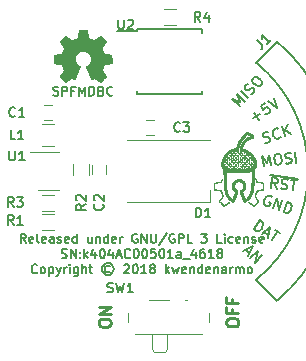
<source format=gto>
G04 #@! TF.FileFunction,Legend,Top*
%FSLAX46Y46*%
G04 Gerber Fmt 4.6, Leading zero omitted, Abs format (unit mm)*
G04 Created by KiCad (PCBNEW 4.0.7-e2-6376~58~ubuntu16.04.1) date Fri Nov 23 22:20:00 2018*
%MOMM*%
%LPD*%
G01*
G04 APERTURE LIST*
%ADD10C,0.100000*%
%ADD11C,0.152400*%
%ADD12C,0.254000*%
%ADD13C,0.203200*%
%ADD14C,0.120000*%
%ADD15C,0.150000*%
%ADD16C,0.010000*%
G04 APERTURE END LIST*
D10*
D11*
X2916571Y-21049314D02*
X2662571Y-20686457D01*
X2481143Y-21049314D02*
X2481143Y-20287314D01*
X2771428Y-20287314D01*
X2844000Y-20323600D01*
X2880285Y-20359886D01*
X2916571Y-20432457D01*
X2916571Y-20541314D01*
X2880285Y-20613886D01*
X2844000Y-20650171D01*
X2771428Y-20686457D01*
X2481143Y-20686457D01*
X3533428Y-21013029D02*
X3460857Y-21049314D01*
X3315714Y-21049314D01*
X3243143Y-21013029D01*
X3206857Y-20940457D01*
X3206857Y-20650171D01*
X3243143Y-20577600D01*
X3315714Y-20541314D01*
X3460857Y-20541314D01*
X3533428Y-20577600D01*
X3569714Y-20650171D01*
X3569714Y-20722743D01*
X3206857Y-20795314D01*
X4005143Y-21049314D02*
X3932571Y-21013029D01*
X3896286Y-20940457D01*
X3896286Y-20287314D01*
X4585714Y-21013029D02*
X4513143Y-21049314D01*
X4368000Y-21049314D01*
X4295429Y-21013029D01*
X4259143Y-20940457D01*
X4259143Y-20650171D01*
X4295429Y-20577600D01*
X4368000Y-20541314D01*
X4513143Y-20541314D01*
X4585714Y-20577600D01*
X4622000Y-20650171D01*
X4622000Y-20722743D01*
X4259143Y-20795314D01*
X5275143Y-21049314D02*
X5275143Y-20650171D01*
X5238857Y-20577600D01*
X5166286Y-20541314D01*
X5021143Y-20541314D01*
X4948572Y-20577600D01*
X5275143Y-21013029D02*
X5202572Y-21049314D01*
X5021143Y-21049314D01*
X4948572Y-21013029D01*
X4912286Y-20940457D01*
X4912286Y-20867886D01*
X4948572Y-20795314D01*
X5021143Y-20759029D01*
X5202572Y-20759029D01*
X5275143Y-20722743D01*
X5601715Y-21013029D02*
X5674286Y-21049314D01*
X5819429Y-21049314D01*
X5892001Y-21013029D01*
X5928286Y-20940457D01*
X5928286Y-20904171D01*
X5892001Y-20831600D01*
X5819429Y-20795314D01*
X5710572Y-20795314D01*
X5638001Y-20759029D01*
X5601715Y-20686457D01*
X5601715Y-20650171D01*
X5638001Y-20577600D01*
X5710572Y-20541314D01*
X5819429Y-20541314D01*
X5892001Y-20577600D01*
X6545143Y-21013029D02*
X6472572Y-21049314D01*
X6327429Y-21049314D01*
X6254858Y-21013029D01*
X6218572Y-20940457D01*
X6218572Y-20650171D01*
X6254858Y-20577600D01*
X6327429Y-20541314D01*
X6472572Y-20541314D01*
X6545143Y-20577600D01*
X6581429Y-20650171D01*
X6581429Y-20722743D01*
X6218572Y-20795314D01*
X7234572Y-21049314D02*
X7234572Y-20287314D01*
X7234572Y-21013029D02*
X7162001Y-21049314D01*
X7016858Y-21049314D01*
X6944286Y-21013029D01*
X6908001Y-20976743D01*
X6871715Y-20904171D01*
X6871715Y-20686457D01*
X6908001Y-20613886D01*
X6944286Y-20577600D01*
X7016858Y-20541314D01*
X7162001Y-20541314D01*
X7234572Y-20577600D01*
X8504572Y-20541314D02*
X8504572Y-21049314D01*
X8178001Y-20541314D02*
X8178001Y-20940457D01*
X8214286Y-21013029D01*
X8286858Y-21049314D01*
X8395715Y-21049314D01*
X8468286Y-21013029D01*
X8504572Y-20976743D01*
X8867430Y-20541314D02*
X8867430Y-21049314D01*
X8867430Y-20613886D02*
X8903715Y-20577600D01*
X8976287Y-20541314D01*
X9085144Y-20541314D01*
X9157715Y-20577600D01*
X9194001Y-20650171D01*
X9194001Y-21049314D01*
X9883430Y-21049314D02*
X9883430Y-20287314D01*
X9883430Y-21013029D02*
X9810859Y-21049314D01*
X9665716Y-21049314D01*
X9593144Y-21013029D01*
X9556859Y-20976743D01*
X9520573Y-20904171D01*
X9520573Y-20686457D01*
X9556859Y-20613886D01*
X9593144Y-20577600D01*
X9665716Y-20541314D01*
X9810859Y-20541314D01*
X9883430Y-20577600D01*
X10536573Y-21013029D02*
X10464002Y-21049314D01*
X10318859Y-21049314D01*
X10246288Y-21013029D01*
X10210002Y-20940457D01*
X10210002Y-20650171D01*
X10246288Y-20577600D01*
X10318859Y-20541314D01*
X10464002Y-20541314D01*
X10536573Y-20577600D01*
X10572859Y-20650171D01*
X10572859Y-20722743D01*
X10210002Y-20795314D01*
X10899431Y-21049314D02*
X10899431Y-20541314D01*
X10899431Y-20686457D02*
X10935716Y-20613886D01*
X10972002Y-20577600D01*
X11044573Y-20541314D01*
X11117145Y-20541314D01*
X12350858Y-20323600D02*
X12278287Y-20287314D01*
X12169430Y-20287314D01*
X12060573Y-20323600D01*
X11988001Y-20396171D01*
X11951716Y-20468743D01*
X11915430Y-20613886D01*
X11915430Y-20722743D01*
X11951716Y-20867886D01*
X11988001Y-20940457D01*
X12060573Y-21013029D01*
X12169430Y-21049314D01*
X12242001Y-21049314D01*
X12350858Y-21013029D01*
X12387144Y-20976743D01*
X12387144Y-20722743D01*
X12242001Y-20722743D01*
X12713716Y-21049314D02*
X12713716Y-20287314D01*
X13149144Y-21049314D01*
X13149144Y-20287314D01*
X13512002Y-20287314D02*
X13512002Y-20904171D01*
X13548287Y-20976743D01*
X13584573Y-21013029D01*
X13657144Y-21049314D01*
X13802287Y-21049314D01*
X13874859Y-21013029D01*
X13911144Y-20976743D01*
X13947430Y-20904171D01*
X13947430Y-20287314D01*
X14854573Y-20251029D02*
X14201430Y-21230743D01*
X15507716Y-20323600D02*
X15435145Y-20287314D01*
X15326288Y-20287314D01*
X15217431Y-20323600D01*
X15144859Y-20396171D01*
X15108574Y-20468743D01*
X15072288Y-20613886D01*
X15072288Y-20722743D01*
X15108574Y-20867886D01*
X15144859Y-20940457D01*
X15217431Y-21013029D01*
X15326288Y-21049314D01*
X15398859Y-21049314D01*
X15507716Y-21013029D01*
X15544002Y-20976743D01*
X15544002Y-20722743D01*
X15398859Y-20722743D01*
X15870574Y-21049314D02*
X15870574Y-20287314D01*
X16160859Y-20287314D01*
X16233431Y-20323600D01*
X16269716Y-20359886D01*
X16306002Y-20432457D01*
X16306002Y-20541314D01*
X16269716Y-20613886D01*
X16233431Y-20650171D01*
X16160859Y-20686457D01*
X15870574Y-20686457D01*
X16995431Y-21049314D02*
X16632574Y-21049314D01*
X16632574Y-20287314D01*
X17757430Y-20287314D02*
X18229144Y-20287314D01*
X17975144Y-20577600D01*
X18084002Y-20577600D01*
X18156573Y-20613886D01*
X18192859Y-20650171D01*
X18229144Y-20722743D01*
X18229144Y-20904171D01*
X18192859Y-20976743D01*
X18156573Y-21013029D01*
X18084002Y-21049314D01*
X17866287Y-21049314D01*
X17793716Y-21013029D01*
X17757430Y-20976743D01*
X19499144Y-21049314D02*
X19136287Y-21049314D01*
X19136287Y-20287314D01*
X19753144Y-21049314D02*
X19753144Y-20541314D01*
X19753144Y-20287314D02*
X19716858Y-20323600D01*
X19753144Y-20359886D01*
X19789429Y-20323600D01*
X19753144Y-20287314D01*
X19753144Y-20359886D01*
X20442572Y-21013029D02*
X20370001Y-21049314D01*
X20224858Y-21049314D01*
X20152286Y-21013029D01*
X20116001Y-20976743D01*
X20079715Y-20904171D01*
X20079715Y-20686457D01*
X20116001Y-20613886D01*
X20152286Y-20577600D01*
X20224858Y-20541314D01*
X20370001Y-20541314D01*
X20442572Y-20577600D01*
X21059429Y-21013029D02*
X20986858Y-21049314D01*
X20841715Y-21049314D01*
X20769144Y-21013029D01*
X20732858Y-20940457D01*
X20732858Y-20650171D01*
X20769144Y-20577600D01*
X20841715Y-20541314D01*
X20986858Y-20541314D01*
X21059429Y-20577600D01*
X21095715Y-20650171D01*
X21095715Y-20722743D01*
X20732858Y-20795314D01*
X21422287Y-20541314D02*
X21422287Y-21049314D01*
X21422287Y-20613886D02*
X21458572Y-20577600D01*
X21531144Y-20541314D01*
X21640001Y-20541314D01*
X21712572Y-20577600D01*
X21748858Y-20650171D01*
X21748858Y-21049314D01*
X22075430Y-21013029D02*
X22148001Y-21049314D01*
X22293144Y-21049314D01*
X22365716Y-21013029D01*
X22402001Y-20940457D01*
X22402001Y-20904171D01*
X22365716Y-20831600D01*
X22293144Y-20795314D01*
X22184287Y-20795314D01*
X22111716Y-20759029D01*
X22075430Y-20686457D01*
X22075430Y-20650171D01*
X22111716Y-20577600D01*
X22184287Y-20541314D01*
X22293144Y-20541314D01*
X22365716Y-20577600D01*
X23018858Y-21013029D02*
X22946287Y-21049314D01*
X22801144Y-21049314D01*
X22728573Y-21013029D01*
X22692287Y-20940457D01*
X22692287Y-20650171D01*
X22728573Y-20577600D01*
X22801144Y-20541314D01*
X22946287Y-20541314D01*
X23018858Y-20577600D01*
X23055144Y-20650171D01*
X23055144Y-20722743D01*
X22692287Y-20795314D01*
X5946431Y-22308429D02*
X6055288Y-22344714D01*
X6236717Y-22344714D01*
X6309288Y-22308429D01*
X6345574Y-22272143D01*
X6381859Y-22199571D01*
X6381859Y-22127000D01*
X6345574Y-22054429D01*
X6309288Y-22018143D01*
X6236717Y-21981857D01*
X6091574Y-21945571D01*
X6019002Y-21909286D01*
X5982717Y-21873000D01*
X5946431Y-21800429D01*
X5946431Y-21727857D01*
X5982717Y-21655286D01*
X6019002Y-21619000D01*
X6091574Y-21582714D01*
X6273002Y-21582714D01*
X6381859Y-21619000D01*
X6708431Y-22344714D02*
X6708431Y-21582714D01*
X7143859Y-22344714D01*
X7143859Y-21582714D01*
X7506717Y-22272143D02*
X7543002Y-22308429D01*
X7506717Y-22344714D01*
X7470431Y-22308429D01*
X7506717Y-22272143D01*
X7506717Y-22344714D01*
X7506717Y-21873000D02*
X7543002Y-21909286D01*
X7506717Y-21945571D01*
X7470431Y-21909286D01*
X7506717Y-21873000D01*
X7506717Y-21945571D01*
X7869574Y-22344714D02*
X7869574Y-21582714D01*
X7942145Y-22054429D02*
X8159859Y-22344714D01*
X8159859Y-21836714D02*
X7869574Y-22127000D01*
X8813002Y-21836714D02*
X8813002Y-22344714D01*
X8631573Y-21546429D02*
X8450145Y-22090714D01*
X8921859Y-22090714D01*
X9357287Y-21582714D02*
X9429859Y-21582714D01*
X9502430Y-21619000D01*
X9538716Y-21655286D01*
X9575002Y-21727857D01*
X9611287Y-21873000D01*
X9611287Y-22054429D01*
X9575002Y-22199571D01*
X9538716Y-22272143D01*
X9502430Y-22308429D01*
X9429859Y-22344714D01*
X9357287Y-22344714D01*
X9284716Y-22308429D01*
X9248430Y-22272143D01*
X9212145Y-22199571D01*
X9175859Y-22054429D01*
X9175859Y-21873000D01*
X9212145Y-21727857D01*
X9248430Y-21655286D01*
X9284716Y-21619000D01*
X9357287Y-21582714D01*
X10264430Y-21836714D02*
X10264430Y-22344714D01*
X10083001Y-21546429D02*
X9901573Y-22090714D01*
X10373287Y-22090714D01*
X10627287Y-22127000D02*
X10990144Y-22127000D01*
X10554715Y-22344714D02*
X10808715Y-21582714D01*
X11062715Y-22344714D01*
X11752144Y-22272143D02*
X11715858Y-22308429D01*
X11607001Y-22344714D01*
X11534430Y-22344714D01*
X11425573Y-22308429D01*
X11353001Y-22235857D01*
X11316716Y-22163286D01*
X11280430Y-22018143D01*
X11280430Y-21909286D01*
X11316716Y-21764143D01*
X11353001Y-21691571D01*
X11425573Y-21619000D01*
X11534430Y-21582714D01*
X11607001Y-21582714D01*
X11715858Y-21619000D01*
X11752144Y-21655286D01*
X12223858Y-21582714D02*
X12296430Y-21582714D01*
X12369001Y-21619000D01*
X12405287Y-21655286D01*
X12441573Y-21727857D01*
X12477858Y-21873000D01*
X12477858Y-22054429D01*
X12441573Y-22199571D01*
X12405287Y-22272143D01*
X12369001Y-22308429D01*
X12296430Y-22344714D01*
X12223858Y-22344714D01*
X12151287Y-22308429D01*
X12115001Y-22272143D01*
X12078716Y-22199571D01*
X12042430Y-22054429D01*
X12042430Y-21873000D01*
X12078716Y-21727857D01*
X12115001Y-21655286D01*
X12151287Y-21619000D01*
X12223858Y-21582714D01*
X12949572Y-21582714D02*
X13022144Y-21582714D01*
X13094715Y-21619000D01*
X13131001Y-21655286D01*
X13167287Y-21727857D01*
X13203572Y-21873000D01*
X13203572Y-22054429D01*
X13167287Y-22199571D01*
X13131001Y-22272143D01*
X13094715Y-22308429D01*
X13022144Y-22344714D01*
X12949572Y-22344714D01*
X12877001Y-22308429D01*
X12840715Y-22272143D01*
X12804430Y-22199571D01*
X12768144Y-22054429D01*
X12768144Y-21873000D01*
X12804430Y-21727857D01*
X12840715Y-21655286D01*
X12877001Y-21619000D01*
X12949572Y-21582714D01*
X13893001Y-21582714D02*
X13530144Y-21582714D01*
X13493858Y-21945571D01*
X13530144Y-21909286D01*
X13602715Y-21873000D01*
X13784144Y-21873000D01*
X13856715Y-21909286D01*
X13893001Y-21945571D01*
X13929286Y-22018143D01*
X13929286Y-22199571D01*
X13893001Y-22272143D01*
X13856715Y-22308429D01*
X13784144Y-22344714D01*
X13602715Y-22344714D01*
X13530144Y-22308429D01*
X13493858Y-22272143D01*
X14401000Y-21582714D02*
X14473572Y-21582714D01*
X14546143Y-21619000D01*
X14582429Y-21655286D01*
X14618715Y-21727857D01*
X14655000Y-21873000D01*
X14655000Y-22054429D01*
X14618715Y-22199571D01*
X14582429Y-22272143D01*
X14546143Y-22308429D01*
X14473572Y-22344714D01*
X14401000Y-22344714D01*
X14328429Y-22308429D01*
X14292143Y-22272143D01*
X14255858Y-22199571D01*
X14219572Y-22054429D01*
X14219572Y-21873000D01*
X14255858Y-21727857D01*
X14292143Y-21655286D01*
X14328429Y-21619000D01*
X14401000Y-21582714D01*
X15380714Y-22344714D02*
X14945286Y-22344714D01*
X15163000Y-22344714D02*
X15163000Y-21582714D01*
X15090429Y-21691571D01*
X15017857Y-21764143D01*
X14945286Y-21800429D01*
X16033857Y-22344714D02*
X16033857Y-21945571D01*
X15997571Y-21873000D01*
X15925000Y-21836714D01*
X15779857Y-21836714D01*
X15707286Y-21873000D01*
X16033857Y-22308429D02*
X15961286Y-22344714D01*
X15779857Y-22344714D01*
X15707286Y-22308429D01*
X15671000Y-22235857D01*
X15671000Y-22163286D01*
X15707286Y-22090714D01*
X15779857Y-22054429D01*
X15961286Y-22054429D01*
X16033857Y-22018143D01*
X16215286Y-22417286D02*
X16795857Y-22417286D01*
X17303857Y-21836714D02*
X17303857Y-22344714D01*
X17122428Y-21546429D02*
X16941000Y-22090714D01*
X17412714Y-22090714D01*
X18029571Y-21582714D02*
X17884428Y-21582714D01*
X17811857Y-21619000D01*
X17775571Y-21655286D01*
X17703000Y-21764143D01*
X17666714Y-21909286D01*
X17666714Y-22199571D01*
X17703000Y-22272143D01*
X17739285Y-22308429D01*
X17811857Y-22344714D01*
X17957000Y-22344714D01*
X18029571Y-22308429D01*
X18065857Y-22272143D01*
X18102142Y-22199571D01*
X18102142Y-22018143D01*
X18065857Y-21945571D01*
X18029571Y-21909286D01*
X17957000Y-21873000D01*
X17811857Y-21873000D01*
X17739285Y-21909286D01*
X17703000Y-21945571D01*
X17666714Y-22018143D01*
X18827856Y-22344714D02*
X18392428Y-22344714D01*
X18610142Y-22344714D02*
X18610142Y-21582714D01*
X18537571Y-21691571D01*
X18464999Y-21764143D01*
X18392428Y-21800429D01*
X19263285Y-21909286D02*
X19190713Y-21873000D01*
X19154428Y-21836714D01*
X19118142Y-21764143D01*
X19118142Y-21727857D01*
X19154428Y-21655286D01*
X19190713Y-21619000D01*
X19263285Y-21582714D01*
X19408428Y-21582714D01*
X19480999Y-21619000D01*
X19517285Y-21655286D01*
X19553570Y-21727857D01*
X19553570Y-21764143D01*
X19517285Y-21836714D01*
X19480999Y-21873000D01*
X19408428Y-21909286D01*
X19263285Y-21909286D01*
X19190713Y-21945571D01*
X19154428Y-21981857D01*
X19118142Y-22054429D01*
X19118142Y-22199571D01*
X19154428Y-22272143D01*
X19190713Y-22308429D01*
X19263285Y-22344714D01*
X19408428Y-22344714D01*
X19480999Y-22308429D01*
X19517285Y-22272143D01*
X19553570Y-22199571D01*
X19553570Y-22054429D01*
X19517285Y-21981857D01*
X19480999Y-21945571D01*
X19408428Y-21909286D01*
X3878142Y-23567543D02*
X3841856Y-23603829D01*
X3732999Y-23640114D01*
X3660428Y-23640114D01*
X3551571Y-23603829D01*
X3478999Y-23531257D01*
X3442714Y-23458686D01*
X3406428Y-23313543D01*
X3406428Y-23204686D01*
X3442714Y-23059543D01*
X3478999Y-22986971D01*
X3551571Y-22914400D01*
X3660428Y-22878114D01*
X3732999Y-22878114D01*
X3841856Y-22914400D01*
X3878142Y-22950686D01*
X4313571Y-23640114D02*
X4240999Y-23603829D01*
X4204714Y-23567543D01*
X4168428Y-23494971D01*
X4168428Y-23277257D01*
X4204714Y-23204686D01*
X4240999Y-23168400D01*
X4313571Y-23132114D01*
X4422428Y-23132114D01*
X4494999Y-23168400D01*
X4531285Y-23204686D01*
X4567571Y-23277257D01*
X4567571Y-23494971D01*
X4531285Y-23567543D01*
X4494999Y-23603829D01*
X4422428Y-23640114D01*
X4313571Y-23640114D01*
X4894143Y-23132114D02*
X4894143Y-23894114D01*
X4894143Y-23168400D02*
X4966714Y-23132114D01*
X5111857Y-23132114D01*
X5184428Y-23168400D01*
X5220714Y-23204686D01*
X5257000Y-23277257D01*
X5257000Y-23494971D01*
X5220714Y-23567543D01*
X5184428Y-23603829D01*
X5111857Y-23640114D01*
X4966714Y-23640114D01*
X4894143Y-23603829D01*
X5511000Y-23132114D02*
X5692429Y-23640114D01*
X5873857Y-23132114D02*
X5692429Y-23640114D01*
X5619857Y-23821543D01*
X5583572Y-23857829D01*
X5511000Y-23894114D01*
X6164143Y-23640114D02*
X6164143Y-23132114D01*
X6164143Y-23277257D02*
X6200428Y-23204686D01*
X6236714Y-23168400D01*
X6309285Y-23132114D01*
X6381857Y-23132114D01*
X6635857Y-23640114D02*
X6635857Y-23132114D01*
X6635857Y-22878114D02*
X6599571Y-22914400D01*
X6635857Y-22950686D01*
X6672142Y-22914400D01*
X6635857Y-22878114D01*
X6635857Y-22950686D01*
X7325285Y-23132114D02*
X7325285Y-23748971D01*
X7288999Y-23821543D01*
X7252714Y-23857829D01*
X7180142Y-23894114D01*
X7071285Y-23894114D01*
X6998714Y-23857829D01*
X7325285Y-23603829D02*
X7252714Y-23640114D01*
X7107571Y-23640114D01*
X7034999Y-23603829D01*
X6998714Y-23567543D01*
X6962428Y-23494971D01*
X6962428Y-23277257D01*
X6998714Y-23204686D01*
X7034999Y-23168400D01*
X7107571Y-23132114D01*
X7252714Y-23132114D01*
X7325285Y-23168400D01*
X7688143Y-23640114D02*
X7688143Y-22878114D01*
X8014714Y-23640114D02*
X8014714Y-23240971D01*
X7978428Y-23168400D01*
X7905857Y-23132114D01*
X7797000Y-23132114D01*
X7724428Y-23168400D01*
X7688143Y-23204686D01*
X8268714Y-23132114D02*
X8559000Y-23132114D01*
X8377572Y-22878114D02*
X8377572Y-23531257D01*
X8413857Y-23603829D01*
X8486429Y-23640114D01*
X8559000Y-23640114D01*
X10010429Y-23059543D02*
X9937857Y-23023257D01*
X9792714Y-23023257D01*
X9720143Y-23059543D01*
X9647572Y-23132114D01*
X9611286Y-23204686D01*
X9611286Y-23349829D01*
X9647572Y-23422400D01*
X9720143Y-23494971D01*
X9792714Y-23531257D01*
X9937857Y-23531257D01*
X10010429Y-23494971D01*
X9865286Y-22769257D02*
X9683857Y-22805543D01*
X9502429Y-22914400D01*
X9393572Y-23095829D01*
X9357286Y-23277257D01*
X9393572Y-23458686D01*
X9502429Y-23640114D01*
X9683857Y-23748971D01*
X9865286Y-23785257D01*
X10046714Y-23748971D01*
X10228143Y-23640114D01*
X10337000Y-23458686D01*
X10373286Y-23277257D01*
X10337000Y-23095829D01*
X10228143Y-22914400D01*
X10046714Y-22805543D01*
X9865286Y-22769257D01*
X11244143Y-22950686D02*
X11280429Y-22914400D01*
X11353000Y-22878114D01*
X11534429Y-22878114D01*
X11607000Y-22914400D01*
X11643286Y-22950686D01*
X11679571Y-23023257D01*
X11679571Y-23095829D01*
X11643286Y-23204686D01*
X11207857Y-23640114D01*
X11679571Y-23640114D01*
X12151285Y-22878114D02*
X12223857Y-22878114D01*
X12296428Y-22914400D01*
X12332714Y-22950686D01*
X12369000Y-23023257D01*
X12405285Y-23168400D01*
X12405285Y-23349829D01*
X12369000Y-23494971D01*
X12332714Y-23567543D01*
X12296428Y-23603829D01*
X12223857Y-23640114D01*
X12151285Y-23640114D01*
X12078714Y-23603829D01*
X12042428Y-23567543D01*
X12006143Y-23494971D01*
X11969857Y-23349829D01*
X11969857Y-23168400D01*
X12006143Y-23023257D01*
X12042428Y-22950686D01*
X12078714Y-22914400D01*
X12151285Y-22878114D01*
X13130999Y-23640114D02*
X12695571Y-23640114D01*
X12913285Y-23640114D02*
X12913285Y-22878114D01*
X12840714Y-22986971D01*
X12768142Y-23059543D01*
X12695571Y-23095829D01*
X13566428Y-23204686D02*
X13493856Y-23168400D01*
X13457571Y-23132114D01*
X13421285Y-23059543D01*
X13421285Y-23023257D01*
X13457571Y-22950686D01*
X13493856Y-22914400D01*
X13566428Y-22878114D01*
X13711571Y-22878114D01*
X13784142Y-22914400D01*
X13820428Y-22950686D01*
X13856713Y-23023257D01*
X13856713Y-23059543D01*
X13820428Y-23132114D01*
X13784142Y-23168400D01*
X13711571Y-23204686D01*
X13566428Y-23204686D01*
X13493856Y-23240971D01*
X13457571Y-23277257D01*
X13421285Y-23349829D01*
X13421285Y-23494971D01*
X13457571Y-23567543D01*
X13493856Y-23603829D01*
X13566428Y-23640114D01*
X13711571Y-23640114D01*
X13784142Y-23603829D01*
X13820428Y-23567543D01*
X13856713Y-23494971D01*
X13856713Y-23349829D01*
X13820428Y-23277257D01*
X13784142Y-23240971D01*
X13711571Y-23204686D01*
X14763856Y-23640114D02*
X14763856Y-22878114D01*
X14836427Y-23349829D02*
X15054141Y-23640114D01*
X15054141Y-23132114D02*
X14763856Y-23422400D01*
X15308141Y-23132114D02*
X15453284Y-23640114D01*
X15598427Y-23277257D01*
X15743570Y-23640114D01*
X15888713Y-23132114D01*
X16469284Y-23603829D02*
X16396713Y-23640114D01*
X16251570Y-23640114D01*
X16178999Y-23603829D01*
X16142713Y-23531257D01*
X16142713Y-23240971D01*
X16178999Y-23168400D01*
X16251570Y-23132114D01*
X16396713Y-23132114D01*
X16469284Y-23168400D01*
X16505570Y-23240971D01*
X16505570Y-23313543D01*
X16142713Y-23386114D01*
X16832142Y-23132114D02*
X16832142Y-23640114D01*
X16832142Y-23204686D02*
X16868427Y-23168400D01*
X16940999Y-23132114D01*
X17049856Y-23132114D01*
X17122427Y-23168400D01*
X17158713Y-23240971D01*
X17158713Y-23640114D01*
X17848142Y-23640114D02*
X17848142Y-22878114D01*
X17848142Y-23603829D02*
X17775571Y-23640114D01*
X17630428Y-23640114D01*
X17557856Y-23603829D01*
X17521571Y-23567543D01*
X17485285Y-23494971D01*
X17485285Y-23277257D01*
X17521571Y-23204686D01*
X17557856Y-23168400D01*
X17630428Y-23132114D01*
X17775571Y-23132114D01*
X17848142Y-23168400D01*
X18501285Y-23603829D02*
X18428714Y-23640114D01*
X18283571Y-23640114D01*
X18211000Y-23603829D01*
X18174714Y-23531257D01*
X18174714Y-23240971D01*
X18211000Y-23168400D01*
X18283571Y-23132114D01*
X18428714Y-23132114D01*
X18501285Y-23168400D01*
X18537571Y-23240971D01*
X18537571Y-23313543D01*
X18174714Y-23386114D01*
X18864143Y-23132114D02*
X18864143Y-23640114D01*
X18864143Y-23204686D02*
X18900428Y-23168400D01*
X18973000Y-23132114D01*
X19081857Y-23132114D01*
X19154428Y-23168400D01*
X19190714Y-23240971D01*
X19190714Y-23640114D01*
X19880143Y-23640114D02*
X19880143Y-23240971D01*
X19843857Y-23168400D01*
X19771286Y-23132114D01*
X19626143Y-23132114D01*
X19553572Y-23168400D01*
X19880143Y-23603829D02*
X19807572Y-23640114D01*
X19626143Y-23640114D01*
X19553572Y-23603829D01*
X19517286Y-23531257D01*
X19517286Y-23458686D01*
X19553572Y-23386114D01*
X19626143Y-23349829D01*
X19807572Y-23349829D01*
X19880143Y-23313543D01*
X20243001Y-23640114D02*
X20243001Y-23132114D01*
X20243001Y-23277257D02*
X20279286Y-23204686D01*
X20315572Y-23168400D01*
X20388143Y-23132114D01*
X20460715Y-23132114D01*
X20714715Y-23640114D02*
X20714715Y-23132114D01*
X20714715Y-23204686D02*
X20751000Y-23168400D01*
X20823572Y-23132114D01*
X20932429Y-23132114D01*
X21005000Y-23168400D01*
X21041286Y-23240971D01*
X21041286Y-23640114D01*
X21041286Y-23240971D02*
X21077572Y-23168400D01*
X21150143Y-23132114D01*
X21259000Y-23132114D01*
X21331572Y-23168400D01*
X21367857Y-23240971D01*
X21367857Y-23640114D01*
X21839572Y-23640114D02*
X21767000Y-23603829D01*
X21730715Y-23567543D01*
X21694429Y-23494971D01*
X21694429Y-23277257D01*
X21730715Y-23204686D01*
X21767000Y-23168400D01*
X21839572Y-23132114D01*
X21948429Y-23132114D01*
X22021000Y-23168400D01*
X22057286Y-23204686D01*
X22093572Y-23277257D01*
X22093572Y-23494971D01*
X22057286Y-23567543D01*
X22021000Y-23603829D01*
X21948429Y-23640114D01*
X21839572Y-23640114D01*
D12*
X19890619Y-27891618D02*
X19890619Y-27698095D01*
X19939000Y-27601333D01*
X20035762Y-27504571D01*
X20229286Y-27456190D01*
X20567952Y-27456190D01*
X20761476Y-27504571D01*
X20858238Y-27601333D01*
X20906619Y-27698095D01*
X20906619Y-27891618D01*
X20858238Y-27988380D01*
X20761476Y-28085142D01*
X20567952Y-28133523D01*
X20229286Y-28133523D01*
X20035762Y-28085142D01*
X19939000Y-27988380D01*
X19890619Y-27891618D01*
X20374429Y-26682095D02*
X20374429Y-27020761D01*
X20906619Y-27020761D02*
X19890619Y-27020761D01*
X19890619Y-26536952D01*
X20374429Y-25811238D02*
X20374429Y-26149904D01*
X20906619Y-26149904D02*
X19890619Y-26149904D01*
X19890619Y-25666095D01*
D11*
X5246286Y-8558429D02*
X5355143Y-8594714D01*
X5536572Y-8594714D01*
X5609143Y-8558429D01*
X5645429Y-8522143D01*
X5681714Y-8449571D01*
X5681714Y-8377000D01*
X5645429Y-8304429D01*
X5609143Y-8268143D01*
X5536572Y-8231857D01*
X5391429Y-8195571D01*
X5318857Y-8159286D01*
X5282572Y-8123000D01*
X5246286Y-8050429D01*
X5246286Y-7977857D01*
X5282572Y-7905286D01*
X5318857Y-7869000D01*
X5391429Y-7832714D01*
X5572857Y-7832714D01*
X5681714Y-7869000D01*
X6008286Y-8594714D02*
X6008286Y-7832714D01*
X6298571Y-7832714D01*
X6371143Y-7869000D01*
X6407428Y-7905286D01*
X6443714Y-7977857D01*
X6443714Y-8086714D01*
X6407428Y-8159286D01*
X6371143Y-8195571D01*
X6298571Y-8231857D01*
X6008286Y-8231857D01*
X7024286Y-8195571D02*
X6770286Y-8195571D01*
X6770286Y-8594714D02*
X6770286Y-7832714D01*
X7133143Y-7832714D01*
X7423429Y-8594714D02*
X7423429Y-7832714D01*
X7677429Y-8377000D01*
X7931429Y-7832714D01*
X7931429Y-8594714D01*
X8294286Y-8594714D02*
X8294286Y-7832714D01*
X8475714Y-7832714D01*
X8584571Y-7869000D01*
X8657143Y-7941571D01*
X8693428Y-8014143D01*
X8729714Y-8159286D01*
X8729714Y-8268143D01*
X8693428Y-8413286D01*
X8657143Y-8485857D01*
X8584571Y-8558429D01*
X8475714Y-8594714D01*
X8294286Y-8594714D01*
X9310286Y-8195571D02*
X9419143Y-8231857D01*
X9455428Y-8268143D01*
X9491714Y-8340714D01*
X9491714Y-8449571D01*
X9455428Y-8522143D01*
X9419143Y-8558429D01*
X9346571Y-8594714D01*
X9056286Y-8594714D01*
X9056286Y-7832714D01*
X9310286Y-7832714D01*
X9382857Y-7869000D01*
X9419143Y-7905286D01*
X9455428Y-7977857D01*
X9455428Y-8050429D01*
X9419143Y-8123000D01*
X9382857Y-8159286D01*
X9310286Y-8195571D01*
X9056286Y-8195571D01*
X10253714Y-8522143D02*
X10217428Y-8558429D01*
X10108571Y-8594714D01*
X10036000Y-8594714D01*
X9927143Y-8558429D01*
X9854571Y-8485857D01*
X9818286Y-8413286D01*
X9782000Y-8268143D01*
X9782000Y-8159286D01*
X9818286Y-8014143D01*
X9854571Y-7941571D01*
X9927143Y-7869000D01*
X10036000Y-7832714D01*
X10108571Y-7832714D01*
X10217428Y-7869000D01*
X10253714Y-7905286D01*
D12*
X9095619Y-27933952D02*
X9095619Y-27740429D01*
X9144000Y-27643667D01*
X9240762Y-27546905D01*
X9434286Y-27498524D01*
X9772952Y-27498524D01*
X9966476Y-27546905D01*
X10063238Y-27643667D01*
X10111619Y-27740429D01*
X10111619Y-27933952D01*
X10063238Y-28030714D01*
X9966476Y-28127476D01*
X9772952Y-28175857D01*
X9434286Y-28175857D01*
X9240762Y-28127476D01*
X9144000Y-28030714D01*
X9095619Y-27933952D01*
X10111619Y-27063095D02*
X9095619Y-27063095D01*
X10111619Y-26482524D01*
X9095619Y-26482524D01*
D13*
X21550599Y-21633139D02*
X21849942Y-21932481D01*
X21311126Y-21752876D02*
X22149283Y-21333798D01*
X21730204Y-22171955D01*
X21939744Y-22381494D02*
X22568362Y-21752876D01*
X22298955Y-22740705D01*
X22927572Y-22112087D01*
X22250215Y-19916891D02*
X22722628Y-19163800D01*
X22901935Y-19276279D01*
X22987024Y-19379628D01*
X23013755Y-19496343D01*
X23004625Y-19590561D01*
X22950503Y-19756504D01*
X22883016Y-19864088D01*
X22757170Y-19985038D01*
X22676317Y-20034265D01*
X22559602Y-20060996D01*
X22429522Y-20029370D01*
X22250215Y-19916891D01*
X23102419Y-20151639D02*
X23461035Y-20376598D01*
X22895722Y-20321817D02*
X23619165Y-19726196D01*
X23397782Y-20636759D01*
X24013642Y-19973651D02*
X24443980Y-20243602D01*
X23756398Y-20861718D02*
X24228811Y-20108626D01*
X23756110Y-17196875D02*
X23690194Y-17128938D01*
X23570331Y-17086963D01*
X23436477Y-17084941D01*
X23328584Y-17136866D01*
X23260647Y-17202783D01*
X23164725Y-17348608D01*
X23122750Y-17468471D01*
X23106737Y-17642280D01*
X23118708Y-17736180D01*
X23170633Y-17844071D01*
X23276504Y-17926002D01*
X23356412Y-17953985D01*
X23490266Y-17956005D01*
X23544213Y-17930044D01*
X23642155Y-17650364D01*
X23482338Y-17594397D01*
X23875818Y-18135878D02*
X24169645Y-17296839D01*
X24355268Y-18303780D01*
X24649096Y-17464741D01*
X24754810Y-18443697D02*
X25048638Y-17604658D01*
X25248408Y-17674617D01*
X25354279Y-17756546D01*
X25406205Y-17864439D01*
X25418175Y-17958338D01*
X25402163Y-18132148D01*
X25360187Y-18252010D01*
X25264265Y-18397835D01*
X25196328Y-18463752D01*
X25088436Y-18515676D01*
X24954581Y-18513656D01*
X24754810Y-18443697D01*
X24180391Y-16466907D02*
X23933092Y-16013179D01*
X23675557Y-16410280D02*
X23774653Y-15526821D01*
X24111208Y-15564571D01*
X24190629Y-15616078D01*
X24227979Y-15662866D01*
X24260611Y-15751725D01*
X24246455Y-15877933D01*
X24194947Y-15957354D01*
X24148159Y-15994704D01*
X24059301Y-16027335D01*
X23722745Y-15989585D01*
X24521665Y-16462587D02*
X24643155Y-16518814D01*
X24853503Y-16542408D01*
X24942361Y-16509776D01*
X24989149Y-16472425D01*
X25040656Y-16393005D01*
X25050093Y-16308867D01*
X25017462Y-16220008D01*
X24980112Y-16173220D01*
X24900691Y-16121712D01*
X24737132Y-16060768D01*
X24657712Y-16009261D01*
X24620362Y-15962472D01*
X24587729Y-15873615D01*
X24597167Y-15789475D01*
X24648675Y-15710055D01*
X24695463Y-15672705D01*
X24784321Y-15640073D01*
X24994668Y-15663667D01*
X25116157Y-15719893D01*
X25373294Y-15706137D02*
X25878128Y-15762763D01*
X25526615Y-16617910D02*
X25625711Y-15734450D01*
X23581387Y-15350934D02*
X25979349Y-15619909D01*
X23057895Y-14577699D02*
X22958799Y-13694239D01*
X23324068Y-14292250D01*
X23547771Y-13628176D01*
X23646867Y-14511635D01*
X24136745Y-13562112D02*
X24305022Y-13543236D01*
X24393881Y-13575868D01*
X24487458Y-13650569D01*
X24548402Y-13814128D01*
X24581434Y-14108614D01*
X24558240Y-14281612D01*
X24483539Y-14375188D01*
X24404118Y-14426696D01*
X24235841Y-14445571D01*
X24146982Y-14412939D01*
X24053406Y-14338238D01*
X23992461Y-14174678D01*
X23959429Y-13880192D01*
X23982624Y-13707195D01*
X24057324Y-13613618D01*
X24136745Y-13562112D01*
X24946303Y-14323281D02*
X25077230Y-14351194D01*
X25287578Y-14327600D01*
X25366998Y-14276092D01*
X25404349Y-14229304D01*
X25436980Y-14140446D01*
X25427543Y-14056308D01*
X25376036Y-13976887D01*
X25329248Y-13939537D01*
X25240389Y-13906904D01*
X25067393Y-13883710D01*
X24978535Y-13851079D01*
X24931747Y-13813728D01*
X24880239Y-13734308D01*
X24870801Y-13650169D01*
X24903433Y-13561311D01*
X24940784Y-13514523D01*
X25020204Y-13463016D01*
X25230551Y-13439421D01*
X25361479Y-13467334D01*
X25834482Y-14266255D02*
X25735386Y-13382795D01*
X23201583Y-12581134D02*
X23335438Y-12579113D01*
X23535210Y-12509155D01*
X23601126Y-12441216D01*
X23627089Y-12387270D01*
X23639059Y-12293370D01*
X23611076Y-12213462D01*
X23543138Y-12147545D01*
X23489192Y-12121583D01*
X23395292Y-12109611D01*
X23221483Y-12125625D01*
X23127583Y-12113654D01*
X23073637Y-12087691D01*
X23005699Y-12021775D01*
X22977715Y-11941866D01*
X22989686Y-11847966D01*
X23015649Y-11794020D01*
X23081566Y-11726082D01*
X23281336Y-11656124D01*
X23415191Y-11654102D01*
X24506083Y-12079451D02*
X24480119Y-12133397D01*
X24374249Y-12215327D01*
X24294341Y-12243311D01*
X24160486Y-12245331D01*
X24052594Y-12193407D01*
X23984656Y-12127490D01*
X23888735Y-11981665D01*
X23846759Y-11861802D01*
X23830747Y-11687993D01*
X23842717Y-11594093D01*
X23894642Y-11486201D01*
X24000514Y-11404271D01*
X24080421Y-11376288D01*
X24214276Y-11374267D01*
X24268222Y-11400229D01*
X24893654Y-12033434D02*
X24599827Y-11194395D01*
X25373105Y-11865533D02*
X24845616Y-11512008D01*
X25079278Y-11026494D02*
X24767728Y-11673846D01*
X22174915Y-10525049D02*
X22748699Y-10165115D01*
X22641774Y-10631975D02*
X22281840Y-10058190D01*
X23173483Y-9248998D02*
X22814868Y-9473957D01*
X23003965Y-9855068D01*
X23017331Y-9796710D01*
X23066557Y-9715857D01*
X23245865Y-9603377D01*
X23340085Y-9594248D01*
X23398442Y-9607613D01*
X23479295Y-9656841D01*
X23591774Y-9836148D01*
X23600904Y-9930366D01*
X23587539Y-9988723D01*
X23538312Y-10069577D01*
X23359004Y-10182057D01*
X23264785Y-10191186D01*
X23206428Y-10177821D01*
X23424514Y-9091527D02*
X24147958Y-9687147D01*
X23926574Y-8776585D01*
X21019048Y-9521702D02*
X20390430Y-8893084D01*
X21048982Y-9132558D01*
X20809508Y-8474006D01*
X21438126Y-9102624D01*
X21737469Y-8803281D02*
X21108851Y-8174663D01*
X21976941Y-8503940D02*
X22096678Y-8444072D01*
X22246349Y-8294401D01*
X22276283Y-8204597D01*
X22276283Y-8144729D01*
X22246349Y-8054927D01*
X22186481Y-7995059D01*
X22096678Y-7965124D01*
X22036810Y-7965124D01*
X21947007Y-7995058D01*
X21797337Y-8084861D01*
X21707534Y-8114796D01*
X21647665Y-8114795D01*
X21557863Y-8084862D01*
X21497994Y-8024993D01*
X21468060Y-7935190D01*
X21468060Y-7875322D01*
X21497995Y-7785519D01*
X21647665Y-7635849D01*
X21767402Y-7575980D01*
X22126613Y-7156901D02*
X22246349Y-7037165D01*
X22336152Y-7007230D01*
X22455889Y-7007230D01*
X22605560Y-7097033D01*
X22815099Y-7306572D01*
X22904902Y-7456243D01*
X22904901Y-7575979D01*
X22874967Y-7665783D01*
X22755231Y-7785519D01*
X22665428Y-7815453D01*
X22545692Y-7815453D01*
X22396020Y-7725651D01*
X22186481Y-7516112D01*
X22096679Y-7366440D01*
X22096678Y-7246704D01*
X22126613Y-7156901D01*
D14*
X4326000Y-11038000D02*
X5326000Y-11038000D01*
X5326000Y-12838000D02*
X4326000Y-12838000D01*
D15*
X22424621Y-5807612D02*
X24192388Y-4039845D01*
X22424621Y-24192388D02*
X24192388Y-25960155D01*
X24192388Y-25960155D02*
G75*
G03X24192388Y-4039845I-9192388J10960155D01*
G01*
X22424621Y-24192388D02*
G75*
G03X22424621Y-5807612I-7424621J9192388D01*
G01*
D14*
X5176000Y-10633000D02*
X4476000Y-10633000D01*
X4476000Y-9433000D02*
X5176000Y-9433000D01*
X9744000Y-14509000D02*
X9744000Y-15209000D01*
X8544000Y-15209000D02*
X8544000Y-14509000D01*
X11500000Y-12400000D02*
X18500000Y-12400000D01*
X11500000Y-17600000D02*
X18500000Y-17600000D01*
X18500000Y-17600000D02*
X18500000Y-16600000D01*
X5326000Y-19984000D02*
X4326000Y-19984000D01*
X4326000Y-18624000D02*
X5326000Y-18624000D01*
X6940000Y-15359000D02*
X6940000Y-14359000D01*
X8300000Y-14359000D02*
X8300000Y-15359000D01*
X4326000Y-16973000D02*
X5326000Y-16973000D01*
X5326000Y-18333000D02*
X4326000Y-18333000D01*
X14613000Y-1288500D02*
X15613000Y-1288500D01*
X15613000Y-2648500D02*
X14613000Y-2648500D01*
X3926000Y-16596000D02*
X5726000Y-16596000D01*
X5726000Y-13376000D02*
X3276000Y-13376000D01*
X16386000Y-25931000D02*
X16586000Y-25931000D01*
X13586000Y-30071000D02*
X13786000Y-30281000D01*
X14886000Y-30071000D02*
X14686000Y-30281000D01*
X13586000Y-28781000D02*
X13586000Y-30071000D01*
X13786000Y-30281000D02*
X14686000Y-30281000D01*
X14886000Y-30071000D02*
X14886000Y-28781000D01*
X12136000Y-28781000D02*
X17836000Y-28781000D01*
X13386000Y-25931000D02*
X15086000Y-25931000D01*
X11536000Y-26981000D02*
X11536000Y-27771000D01*
X18436000Y-27771000D02*
X18436000Y-26981000D01*
X13112000Y-10703000D02*
X13812000Y-10703000D01*
X13812000Y-11903000D02*
X13112000Y-11903000D01*
D16*
G36*
X19521654Y-15664364D02*
X19522155Y-15679820D01*
X19521881Y-15692867D01*
X19520272Y-15705341D01*
X19516768Y-15719078D01*
X19510806Y-15735914D01*
X19501828Y-15757686D01*
X19489271Y-15786230D01*
X19474188Y-15819803D01*
X19459530Y-15851158D01*
X19447892Y-15873167D01*
X19438506Y-15887118D01*
X19430603Y-15894299D01*
X19429377Y-15894928D01*
X19422402Y-15897757D01*
X19413105Y-15900790D01*
X19400511Y-15904238D01*
X19383642Y-15908309D01*
X19361523Y-15913216D01*
X19333177Y-15919166D01*
X19297629Y-15926371D01*
X19253903Y-15935041D01*
X19201021Y-15945385D01*
X19138978Y-15957427D01*
X19091326Y-15966702D01*
X19046410Y-15975539D01*
X19005620Y-15983659D01*
X18970351Y-15990779D01*
X18941991Y-15996620D01*
X18921935Y-16000899D01*
X18911573Y-16003336D01*
X18911568Y-16003337D01*
X18890181Y-16009364D01*
X18891813Y-16259750D01*
X18892223Y-16311838D01*
X18892743Y-16360403D01*
X18893351Y-16404292D01*
X18894023Y-16442349D01*
X18894737Y-16473420D01*
X18895471Y-16496352D01*
X18896204Y-16509988D01*
X18896722Y-16513409D01*
X18903265Y-16515778D01*
X18920013Y-16519939D01*
X18947099Y-16525919D01*
X18984655Y-16533746D01*
X19032813Y-16543447D01*
X19091705Y-16555048D01*
X19161464Y-16568577D01*
X19231447Y-16582003D01*
X19273683Y-16590247D01*
X19312957Y-16598245D01*
X19347712Y-16605652D01*
X19376391Y-16612127D01*
X19397435Y-16617326D01*
X19409288Y-16620905D01*
X19410537Y-16621457D01*
X19418225Y-16627212D01*
X19426664Y-16637373D01*
X19436316Y-16652868D01*
X19447642Y-16674625D01*
X19461104Y-16703572D01*
X19477165Y-16740638D01*
X19496287Y-16786751D01*
X19511508Y-16824334D01*
X19535614Y-16884699D01*
X19555500Y-16935491D01*
X19571444Y-16977491D01*
X19583721Y-17011480D01*
X19592606Y-17038239D01*
X19598377Y-17058550D01*
X19601308Y-17073196D01*
X19601822Y-17080034D01*
X19600829Y-17089875D01*
X19597489Y-17101641D01*
X19591261Y-17116253D01*
X19581603Y-17134635D01*
X19567975Y-17157709D01*
X19549834Y-17186398D01*
X19526641Y-17221624D01*
X19497853Y-17264311D01*
X19468729Y-17306934D01*
X19444319Y-17342533D01*
X19419746Y-17378406D01*
X19396470Y-17412422D01*
X19375949Y-17442447D01*
X19359640Y-17466352D01*
X19353587Y-17475245D01*
X19317833Y-17527845D01*
X19359595Y-17571200D01*
X19396908Y-17609766D01*
X19435372Y-17649209D01*
X19473865Y-17688404D01*
X19511263Y-17726222D01*
X19546444Y-17761538D01*
X19578285Y-17793223D01*
X19605663Y-17820151D01*
X19627456Y-17841194D01*
X19642498Y-17855189D01*
X19680352Y-17889037D01*
X19868276Y-17762414D01*
X19924460Y-17724679D01*
X19971958Y-17693059D01*
X20011332Y-17667196D01*
X20043148Y-17646734D01*
X20067969Y-17631318D01*
X20086359Y-17620590D01*
X20098882Y-17614195D01*
X20106102Y-17611775D01*
X20106775Y-17611734D01*
X20108720Y-17616670D01*
X20109369Y-17628694D01*
X20109342Y-17630078D01*
X20108858Y-17635236D01*
X20107072Y-17640312D01*
X20103054Y-17646029D01*
X20095874Y-17653112D01*
X20084601Y-17662287D01*
X20068305Y-17674277D01*
X20046056Y-17689806D01*
X20016924Y-17709600D01*
X19979978Y-17734383D01*
X19948100Y-17755667D01*
X19888762Y-17795217D01*
X19838166Y-17828858D01*
X19795693Y-17856991D01*
X19760724Y-17880018D01*
X19732642Y-17898341D01*
X19710828Y-17912360D01*
X19694662Y-17922477D01*
X19683527Y-17929095D01*
X19676803Y-17932613D01*
X19674128Y-17933467D01*
X19668709Y-17929759D01*
X19656500Y-17919442D01*
X19638857Y-17903722D01*
X19617136Y-17883809D01*
X19592690Y-17860909D01*
X19591830Y-17860096D01*
X19567859Y-17837053D01*
X19540246Y-17809927D01*
X19509964Y-17779726D01*
X19477987Y-17747461D01*
X19445288Y-17714141D01*
X19412839Y-17680774D01*
X19381614Y-17648372D01*
X19352586Y-17617943D01*
X19326728Y-17590497D01*
X19305012Y-17567044D01*
X19288413Y-17548592D01*
X19277903Y-17536152D01*
X19274445Y-17530823D01*
X19277493Y-17524562D01*
X19286034Y-17510407D01*
X19299168Y-17489764D01*
X19315989Y-17464041D01*
X19335597Y-17434644D01*
X19346411Y-17418644D01*
X19391821Y-17351664D01*
X19431154Y-17293455D01*
X19464748Y-17243499D01*
X19492942Y-17201279D01*
X19516075Y-17166278D01*
X19534484Y-17137977D01*
X19548509Y-17115858D01*
X19558487Y-17099405D01*
X19564758Y-17088099D01*
X19567659Y-17081424D01*
X19567956Y-17079792D01*
X19565830Y-17070124D01*
X19559847Y-17051547D01*
X19550595Y-17025527D01*
X19538666Y-16993530D01*
X19524649Y-16957024D01*
X19509135Y-16917474D01*
X19492713Y-16876347D01*
X19475973Y-16835109D01*
X19459506Y-16795227D01*
X19443902Y-16758167D01*
X19429750Y-16725396D01*
X19417641Y-16698380D01*
X19408164Y-16678585D01*
X19402241Y-16667956D01*
X19400032Y-16664270D01*
X19398297Y-16661139D01*
X19396226Y-16658370D01*
X19393013Y-16655770D01*
X19387850Y-16653148D01*
X19379928Y-16650310D01*
X19368441Y-16647064D01*
X19352580Y-16643217D01*
X19331538Y-16638577D01*
X19304507Y-16632951D01*
X19270680Y-16626147D01*
X19229248Y-16617972D01*
X19179404Y-16608233D01*
X19120340Y-16596737D01*
X19051248Y-16583293D01*
X19028911Y-16578942D01*
X18987434Y-16570634D01*
X18949894Y-16562681D01*
X18917736Y-16555421D01*
X18892402Y-16549191D01*
X18875333Y-16544330D01*
X18868045Y-16541248D01*
X18865872Y-16533702D01*
X18863904Y-16516251D01*
X18862150Y-16490242D01*
X18860618Y-16457020D01*
X18859317Y-16417931D01*
X18858257Y-16374321D01*
X18857445Y-16327536D01*
X18856890Y-16278921D01*
X18856603Y-16229821D01*
X18856590Y-16181584D01*
X18856862Y-16135554D01*
X18857427Y-16093077D01*
X18858294Y-16055499D01*
X18859471Y-16024166D01*
X18860968Y-16000423D01*
X18862793Y-15985617D01*
X18864370Y-15981196D01*
X18872701Y-15977851D01*
X18891506Y-15972689D01*
X18920140Y-15965846D01*
X18957957Y-15957463D01*
X19004314Y-15947676D01*
X19058565Y-15936625D01*
X19120067Y-15924447D01*
X19188173Y-15911282D01*
X19206711Y-15907747D01*
X19243165Y-15900704D01*
X19280815Y-15893242D01*
X19316082Y-15886081D01*
X19345382Y-15879944D01*
X19355327Y-15877784D01*
X19410810Y-15865533D01*
X19429142Y-15828467D01*
X19437937Y-15809983D01*
X19449829Y-15784011D01*
X19463509Y-15753459D01*
X19477668Y-15721232D01*
X19483726Y-15707239D01*
X19519978Y-15623077D01*
X19521654Y-15664364D01*
X19521654Y-15664364D01*
G37*
X19521654Y-15664364D02*
X19522155Y-15679820D01*
X19521881Y-15692867D01*
X19520272Y-15705341D01*
X19516768Y-15719078D01*
X19510806Y-15735914D01*
X19501828Y-15757686D01*
X19489271Y-15786230D01*
X19474188Y-15819803D01*
X19459530Y-15851158D01*
X19447892Y-15873167D01*
X19438506Y-15887118D01*
X19430603Y-15894299D01*
X19429377Y-15894928D01*
X19422402Y-15897757D01*
X19413105Y-15900790D01*
X19400511Y-15904238D01*
X19383642Y-15908309D01*
X19361523Y-15913216D01*
X19333177Y-15919166D01*
X19297629Y-15926371D01*
X19253903Y-15935041D01*
X19201021Y-15945385D01*
X19138978Y-15957427D01*
X19091326Y-15966702D01*
X19046410Y-15975539D01*
X19005620Y-15983659D01*
X18970351Y-15990779D01*
X18941991Y-15996620D01*
X18921935Y-16000899D01*
X18911573Y-16003336D01*
X18911568Y-16003337D01*
X18890181Y-16009364D01*
X18891813Y-16259750D01*
X18892223Y-16311838D01*
X18892743Y-16360403D01*
X18893351Y-16404292D01*
X18894023Y-16442349D01*
X18894737Y-16473420D01*
X18895471Y-16496352D01*
X18896204Y-16509988D01*
X18896722Y-16513409D01*
X18903265Y-16515778D01*
X18920013Y-16519939D01*
X18947099Y-16525919D01*
X18984655Y-16533746D01*
X19032813Y-16543447D01*
X19091705Y-16555048D01*
X19161464Y-16568577D01*
X19231447Y-16582003D01*
X19273683Y-16590247D01*
X19312957Y-16598245D01*
X19347712Y-16605652D01*
X19376391Y-16612127D01*
X19397435Y-16617326D01*
X19409288Y-16620905D01*
X19410537Y-16621457D01*
X19418225Y-16627212D01*
X19426664Y-16637373D01*
X19436316Y-16652868D01*
X19447642Y-16674625D01*
X19461104Y-16703572D01*
X19477165Y-16740638D01*
X19496287Y-16786751D01*
X19511508Y-16824334D01*
X19535614Y-16884699D01*
X19555500Y-16935491D01*
X19571444Y-16977491D01*
X19583721Y-17011480D01*
X19592606Y-17038239D01*
X19598377Y-17058550D01*
X19601308Y-17073196D01*
X19601822Y-17080034D01*
X19600829Y-17089875D01*
X19597489Y-17101641D01*
X19591261Y-17116253D01*
X19581603Y-17134635D01*
X19567975Y-17157709D01*
X19549834Y-17186398D01*
X19526641Y-17221624D01*
X19497853Y-17264311D01*
X19468729Y-17306934D01*
X19444319Y-17342533D01*
X19419746Y-17378406D01*
X19396470Y-17412422D01*
X19375949Y-17442447D01*
X19359640Y-17466352D01*
X19353587Y-17475245D01*
X19317833Y-17527845D01*
X19359595Y-17571200D01*
X19396908Y-17609766D01*
X19435372Y-17649209D01*
X19473865Y-17688404D01*
X19511263Y-17726222D01*
X19546444Y-17761538D01*
X19578285Y-17793223D01*
X19605663Y-17820151D01*
X19627456Y-17841194D01*
X19642498Y-17855189D01*
X19680352Y-17889037D01*
X19868276Y-17762414D01*
X19924460Y-17724679D01*
X19971958Y-17693059D01*
X20011332Y-17667196D01*
X20043148Y-17646734D01*
X20067969Y-17631318D01*
X20086359Y-17620590D01*
X20098882Y-17614195D01*
X20106102Y-17611775D01*
X20106775Y-17611734D01*
X20108720Y-17616670D01*
X20109369Y-17628694D01*
X20109342Y-17630078D01*
X20108858Y-17635236D01*
X20107072Y-17640312D01*
X20103054Y-17646029D01*
X20095874Y-17653112D01*
X20084601Y-17662287D01*
X20068305Y-17674277D01*
X20046056Y-17689806D01*
X20016924Y-17709600D01*
X19979978Y-17734383D01*
X19948100Y-17755667D01*
X19888762Y-17795217D01*
X19838166Y-17828858D01*
X19795693Y-17856991D01*
X19760724Y-17880018D01*
X19732642Y-17898341D01*
X19710828Y-17912360D01*
X19694662Y-17922477D01*
X19683527Y-17929095D01*
X19676803Y-17932613D01*
X19674128Y-17933467D01*
X19668709Y-17929759D01*
X19656500Y-17919442D01*
X19638857Y-17903722D01*
X19617136Y-17883809D01*
X19592690Y-17860909D01*
X19591830Y-17860096D01*
X19567859Y-17837053D01*
X19540246Y-17809927D01*
X19509964Y-17779726D01*
X19477987Y-17747461D01*
X19445288Y-17714141D01*
X19412839Y-17680774D01*
X19381614Y-17648372D01*
X19352586Y-17617943D01*
X19326728Y-17590497D01*
X19305012Y-17567044D01*
X19288413Y-17548592D01*
X19277903Y-17536152D01*
X19274445Y-17530823D01*
X19277493Y-17524562D01*
X19286034Y-17510407D01*
X19299168Y-17489764D01*
X19315989Y-17464041D01*
X19335597Y-17434644D01*
X19346411Y-17418644D01*
X19391821Y-17351664D01*
X19431154Y-17293455D01*
X19464748Y-17243499D01*
X19492942Y-17201279D01*
X19516075Y-17166278D01*
X19534484Y-17137977D01*
X19548509Y-17115858D01*
X19558487Y-17099405D01*
X19564758Y-17088099D01*
X19567659Y-17081424D01*
X19567956Y-17079792D01*
X19565830Y-17070124D01*
X19559847Y-17051547D01*
X19550595Y-17025527D01*
X19538666Y-16993530D01*
X19524649Y-16957024D01*
X19509135Y-16917474D01*
X19492713Y-16876347D01*
X19475973Y-16835109D01*
X19459506Y-16795227D01*
X19443902Y-16758167D01*
X19429750Y-16725396D01*
X19417641Y-16698380D01*
X19408164Y-16678585D01*
X19402241Y-16667956D01*
X19400032Y-16664270D01*
X19398297Y-16661139D01*
X19396226Y-16658370D01*
X19393013Y-16655770D01*
X19387850Y-16653148D01*
X19379928Y-16650310D01*
X19368441Y-16647064D01*
X19352580Y-16643217D01*
X19331538Y-16638577D01*
X19304507Y-16632951D01*
X19270680Y-16626147D01*
X19229248Y-16617972D01*
X19179404Y-16608233D01*
X19120340Y-16596737D01*
X19051248Y-16583293D01*
X19028911Y-16578942D01*
X18987434Y-16570634D01*
X18949894Y-16562681D01*
X18917736Y-16555421D01*
X18892402Y-16549191D01*
X18875333Y-16544330D01*
X18868045Y-16541248D01*
X18865872Y-16533702D01*
X18863904Y-16516251D01*
X18862150Y-16490242D01*
X18860618Y-16457020D01*
X18859317Y-16417931D01*
X18858257Y-16374321D01*
X18857445Y-16327536D01*
X18856890Y-16278921D01*
X18856603Y-16229821D01*
X18856590Y-16181584D01*
X18856862Y-16135554D01*
X18857427Y-16093077D01*
X18858294Y-16055499D01*
X18859471Y-16024166D01*
X18860968Y-16000423D01*
X18862793Y-15985617D01*
X18864370Y-15981196D01*
X18872701Y-15977851D01*
X18891506Y-15972689D01*
X18920140Y-15965846D01*
X18957957Y-15957463D01*
X19004314Y-15947676D01*
X19058565Y-15936625D01*
X19120067Y-15924447D01*
X19188173Y-15911282D01*
X19206711Y-15907747D01*
X19243165Y-15900704D01*
X19280815Y-15893242D01*
X19316082Y-15886081D01*
X19345382Y-15879944D01*
X19355327Y-15877784D01*
X19410810Y-15865533D01*
X19429142Y-15828467D01*
X19437937Y-15809983D01*
X19449829Y-15784011D01*
X19463509Y-15753459D01*
X19477668Y-15721232D01*
X19483726Y-15707239D01*
X19519978Y-15623077D01*
X19521654Y-15664364D01*
G36*
X22403488Y-15692622D02*
X22423908Y-15739426D01*
X22440503Y-15776900D01*
X22453830Y-15806117D01*
X22464446Y-15828151D01*
X22472908Y-15844077D01*
X22479772Y-15854968D01*
X22485596Y-15861897D01*
X22490936Y-15865939D01*
X22494130Y-15867421D01*
X22503083Y-15869814D01*
X22521663Y-15874013D01*
X22548408Y-15879713D01*
X22581856Y-15886612D01*
X22620543Y-15894406D01*
X22663008Y-15902790D01*
X22684997Y-15907070D01*
X22756565Y-15920997D01*
X22817783Y-15933068D01*
X22869404Y-15943453D01*
X22912182Y-15952325D01*
X22946873Y-15959853D01*
X22974231Y-15966210D01*
X22995010Y-15971566D01*
X23009965Y-15976093D01*
X23019850Y-15979961D01*
X23025419Y-15983342D01*
X23026589Y-15984573D01*
X23028350Y-15989558D01*
X23029817Y-15999956D01*
X23031012Y-16016554D01*
X23031956Y-16040138D01*
X23032668Y-16071495D01*
X23033171Y-16111411D01*
X23033484Y-16160671D01*
X23033629Y-16220062D01*
X23033645Y-16251796D01*
X23033569Y-16305303D01*
X23033352Y-16355824D01*
X23033010Y-16402136D01*
X23032559Y-16443017D01*
X23032013Y-16477246D01*
X23031389Y-16503599D01*
X23030702Y-16520856D01*
X23030123Y-16527265D01*
X23028853Y-16533274D01*
X23026905Y-16538179D01*
X23023056Y-16542366D01*
X23016082Y-16546223D01*
X23004761Y-16550137D01*
X22987871Y-16554494D01*
X22964187Y-16559682D01*
X22932488Y-16566087D01*
X22891550Y-16574097D01*
X22867134Y-16578845D01*
X22790019Y-16593898D01*
X22723472Y-16607015D01*
X22666961Y-16618308D01*
X22619952Y-16627887D01*
X22581913Y-16635866D01*
X22552310Y-16642354D01*
X22530610Y-16647465D01*
X22516280Y-16651310D01*
X22509039Y-16653877D01*
X22502918Y-16657882D01*
X22496535Y-16664684D01*
X22489382Y-16675320D01*
X22480948Y-16690824D01*
X22470726Y-16712232D01*
X22458207Y-16740579D01*
X22442881Y-16776902D01*
X22424241Y-16822236D01*
X22414206Y-16846911D01*
X22389002Y-16909578D01*
X22368305Y-16962234D01*
X22352010Y-17005169D01*
X22340009Y-17038675D01*
X22332196Y-17063043D01*
X22328465Y-17078565D01*
X22328089Y-17082642D01*
X22331157Y-17089710D01*
X22339941Y-17105127D01*
X22353814Y-17127904D01*
X22372148Y-17157052D01*
X22394315Y-17191583D01*
X22419686Y-17230507D01*
X22447635Y-17272836D01*
X22473215Y-17311151D01*
X22507177Y-17361801D01*
X22535338Y-17403934D01*
X22558201Y-17438398D01*
X22576270Y-17466041D01*
X22590048Y-17487712D01*
X22600040Y-17504257D01*
X22606747Y-17516524D01*
X22610675Y-17525361D01*
X22612326Y-17531617D01*
X22612204Y-17536138D01*
X22610813Y-17539772D01*
X22609922Y-17541320D01*
X22602204Y-17551494D01*
X22587792Y-17568019D01*
X22567641Y-17589945D01*
X22542705Y-17616318D01*
X22513939Y-17646187D01*
X22482297Y-17678599D01*
X22448732Y-17712604D01*
X22414201Y-17747248D01*
X22379656Y-17781580D01*
X22346053Y-17814648D01*
X22314344Y-17845500D01*
X22285486Y-17873184D01*
X22260432Y-17896748D01*
X22240137Y-17915240D01*
X22225554Y-17927707D01*
X22217639Y-17933199D01*
X22216896Y-17933377D01*
X22211377Y-17930308D01*
X22197521Y-17921585D01*
X22176344Y-17907877D01*
X22148863Y-17889851D01*
X22116094Y-17868176D01*
X22079053Y-17843518D01*
X22038756Y-17816546D01*
X22023289Y-17806156D01*
X21980821Y-17777673D01*
X21940190Y-17750552D01*
X21902595Y-17725585D01*
X21869239Y-17703566D01*
X21841323Y-17685286D01*
X21820048Y-17671537D01*
X21806615Y-17663112D01*
X21804567Y-17661898D01*
X21787590Y-17651240D01*
X21778577Y-17642632D01*
X21775217Y-17633450D01*
X21774934Y-17628253D01*
X21775299Y-17621065D01*
X21776874Y-17615832D01*
X21780374Y-17612940D01*
X21786515Y-17612775D01*
X21796014Y-17615725D01*
X21809585Y-17622176D01*
X21827947Y-17632515D01*
X21851813Y-17647129D01*
X21881902Y-17666404D01*
X21918928Y-17690728D01*
X21963608Y-17720487D01*
X22016659Y-17756068D01*
X22037400Y-17770011D01*
X22074307Y-17794814D01*
X22108821Y-17817978D01*
X22139658Y-17838646D01*
X22165533Y-17855955D01*
X22185162Y-17869047D01*
X22197260Y-17877062D01*
X22199816Y-17878726D01*
X22215477Y-17888753D01*
X22359866Y-17746010D01*
X22394913Y-17711231D01*
X22428870Y-17677285D01*
X22460531Y-17645398D01*
X22488687Y-17616796D01*
X22512130Y-17592704D01*
X22529653Y-17574348D01*
X22538354Y-17564890D01*
X22572453Y-17526513D01*
X22433312Y-17319357D01*
X22398493Y-17267730D01*
X22369334Y-17224494D01*
X22345504Y-17188471D01*
X22326675Y-17158480D01*
X22312517Y-17133344D01*
X22302701Y-17111884D01*
X22296897Y-17092921D01*
X22294775Y-17075276D01*
X22296008Y-17057770D01*
X22300264Y-17039226D01*
X22307215Y-17018463D01*
X22316531Y-16994304D01*
X22327883Y-16965570D01*
X22331695Y-16955729D01*
X22350081Y-16908421D01*
X22369114Y-16860433D01*
X22388094Y-16813455D01*
X22406321Y-16769176D01*
X22423094Y-16729286D01*
X22437715Y-16695474D01*
X22449482Y-16669430D01*
X22455258Y-16657489D01*
X22465450Y-16640718D01*
X22476197Y-16628094D01*
X22482104Y-16623874D01*
X22495106Y-16619499D01*
X22516176Y-16613626D01*
X22542318Y-16606993D01*
X22570535Y-16600340D01*
X22597831Y-16594405D01*
X22615956Y-16590859D01*
X22651142Y-16584337D01*
X22690584Y-16576858D01*
X22732755Y-16568726D01*
X22776127Y-16560248D01*
X22819174Y-16551730D01*
X22860370Y-16543478D01*
X22898186Y-16535798D01*
X22931097Y-16528996D01*
X22957575Y-16523377D01*
X22976094Y-16519248D01*
X22985127Y-16516914D01*
X22985301Y-16516850D01*
X22999778Y-16511346D01*
X22999778Y-16009242D01*
X22978611Y-16003344D01*
X22968142Y-16000726D01*
X22951257Y-15996949D01*
X22927348Y-15991891D01*
X22895809Y-15985430D01*
X22856032Y-15977443D01*
X22807410Y-15967809D01*
X22749336Y-15956404D01*
X22681201Y-15943108D01*
X22627245Y-15932618D01*
X22588893Y-15925072D01*
X22553299Y-15917882D01*
X22522277Y-15911428D01*
X22497641Y-15906092D01*
X22481205Y-15902256D01*
X22476067Y-15900843D01*
X22467203Y-15896181D01*
X22457968Y-15887244D01*
X22447723Y-15872940D01*
X22435826Y-15852176D01*
X22421636Y-15823859D01*
X22404511Y-15786896D01*
X22389727Y-15753686D01*
X22379098Y-15728549D01*
X22372543Y-15709354D01*
X22369114Y-15691935D01*
X22367863Y-15672124D01*
X22367764Y-15657091D01*
X22367928Y-15610778D01*
X22403488Y-15692622D01*
X22403488Y-15692622D01*
G37*
X22403488Y-15692622D02*
X22423908Y-15739426D01*
X22440503Y-15776900D01*
X22453830Y-15806117D01*
X22464446Y-15828151D01*
X22472908Y-15844077D01*
X22479772Y-15854968D01*
X22485596Y-15861897D01*
X22490936Y-15865939D01*
X22494130Y-15867421D01*
X22503083Y-15869814D01*
X22521663Y-15874013D01*
X22548408Y-15879713D01*
X22581856Y-15886612D01*
X22620543Y-15894406D01*
X22663008Y-15902790D01*
X22684997Y-15907070D01*
X22756565Y-15920997D01*
X22817783Y-15933068D01*
X22869404Y-15943453D01*
X22912182Y-15952325D01*
X22946873Y-15959853D01*
X22974231Y-15966210D01*
X22995010Y-15971566D01*
X23009965Y-15976093D01*
X23019850Y-15979961D01*
X23025419Y-15983342D01*
X23026589Y-15984573D01*
X23028350Y-15989558D01*
X23029817Y-15999956D01*
X23031012Y-16016554D01*
X23031956Y-16040138D01*
X23032668Y-16071495D01*
X23033171Y-16111411D01*
X23033484Y-16160671D01*
X23033629Y-16220062D01*
X23033645Y-16251796D01*
X23033569Y-16305303D01*
X23033352Y-16355824D01*
X23033010Y-16402136D01*
X23032559Y-16443017D01*
X23032013Y-16477246D01*
X23031389Y-16503599D01*
X23030702Y-16520856D01*
X23030123Y-16527265D01*
X23028853Y-16533274D01*
X23026905Y-16538179D01*
X23023056Y-16542366D01*
X23016082Y-16546223D01*
X23004761Y-16550137D01*
X22987871Y-16554494D01*
X22964187Y-16559682D01*
X22932488Y-16566087D01*
X22891550Y-16574097D01*
X22867134Y-16578845D01*
X22790019Y-16593898D01*
X22723472Y-16607015D01*
X22666961Y-16618308D01*
X22619952Y-16627887D01*
X22581913Y-16635866D01*
X22552310Y-16642354D01*
X22530610Y-16647465D01*
X22516280Y-16651310D01*
X22509039Y-16653877D01*
X22502918Y-16657882D01*
X22496535Y-16664684D01*
X22489382Y-16675320D01*
X22480948Y-16690824D01*
X22470726Y-16712232D01*
X22458207Y-16740579D01*
X22442881Y-16776902D01*
X22424241Y-16822236D01*
X22414206Y-16846911D01*
X22389002Y-16909578D01*
X22368305Y-16962234D01*
X22352010Y-17005169D01*
X22340009Y-17038675D01*
X22332196Y-17063043D01*
X22328465Y-17078565D01*
X22328089Y-17082642D01*
X22331157Y-17089710D01*
X22339941Y-17105127D01*
X22353814Y-17127904D01*
X22372148Y-17157052D01*
X22394315Y-17191583D01*
X22419686Y-17230507D01*
X22447635Y-17272836D01*
X22473215Y-17311151D01*
X22507177Y-17361801D01*
X22535338Y-17403934D01*
X22558201Y-17438398D01*
X22576270Y-17466041D01*
X22590048Y-17487712D01*
X22600040Y-17504257D01*
X22606747Y-17516524D01*
X22610675Y-17525361D01*
X22612326Y-17531617D01*
X22612204Y-17536138D01*
X22610813Y-17539772D01*
X22609922Y-17541320D01*
X22602204Y-17551494D01*
X22587792Y-17568019D01*
X22567641Y-17589945D01*
X22542705Y-17616318D01*
X22513939Y-17646187D01*
X22482297Y-17678599D01*
X22448732Y-17712604D01*
X22414201Y-17747248D01*
X22379656Y-17781580D01*
X22346053Y-17814648D01*
X22314344Y-17845500D01*
X22285486Y-17873184D01*
X22260432Y-17896748D01*
X22240137Y-17915240D01*
X22225554Y-17927707D01*
X22217639Y-17933199D01*
X22216896Y-17933377D01*
X22211377Y-17930308D01*
X22197521Y-17921585D01*
X22176344Y-17907877D01*
X22148863Y-17889851D01*
X22116094Y-17868176D01*
X22079053Y-17843518D01*
X22038756Y-17816546D01*
X22023289Y-17806156D01*
X21980821Y-17777673D01*
X21940190Y-17750552D01*
X21902595Y-17725585D01*
X21869239Y-17703566D01*
X21841323Y-17685286D01*
X21820048Y-17671537D01*
X21806615Y-17663112D01*
X21804567Y-17661898D01*
X21787590Y-17651240D01*
X21778577Y-17642632D01*
X21775217Y-17633450D01*
X21774934Y-17628253D01*
X21775299Y-17621065D01*
X21776874Y-17615832D01*
X21780374Y-17612940D01*
X21786515Y-17612775D01*
X21796014Y-17615725D01*
X21809585Y-17622176D01*
X21827947Y-17632515D01*
X21851813Y-17647129D01*
X21881902Y-17666404D01*
X21918928Y-17690728D01*
X21963608Y-17720487D01*
X22016659Y-17756068D01*
X22037400Y-17770011D01*
X22074307Y-17794814D01*
X22108821Y-17817978D01*
X22139658Y-17838646D01*
X22165533Y-17855955D01*
X22185162Y-17869047D01*
X22197260Y-17877062D01*
X22199816Y-17878726D01*
X22215477Y-17888753D01*
X22359866Y-17746010D01*
X22394913Y-17711231D01*
X22428870Y-17677285D01*
X22460531Y-17645398D01*
X22488687Y-17616796D01*
X22512130Y-17592704D01*
X22529653Y-17574348D01*
X22538354Y-17564890D01*
X22572453Y-17526513D01*
X22433312Y-17319357D01*
X22398493Y-17267730D01*
X22369334Y-17224494D01*
X22345504Y-17188471D01*
X22326675Y-17158480D01*
X22312517Y-17133344D01*
X22302701Y-17111884D01*
X22296897Y-17092921D01*
X22294775Y-17075276D01*
X22296008Y-17057770D01*
X22300264Y-17039226D01*
X22307215Y-17018463D01*
X22316531Y-16994304D01*
X22327883Y-16965570D01*
X22331695Y-16955729D01*
X22350081Y-16908421D01*
X22369114Y-16860433D01*
X22388094Y-16813455D01*
X22406321Y-16769176D01*
X22423094Y-16729286D01*
X22437715Y-16695474D01*
X22449482Y-16669430D01*
X22455258Y-16657489D01*
X22465450Y-16640718D01*
X22476197Y-16628094D01*
X22482104Y-16623874D01*
X22495106Y-16619499D01*
X22516176Y-16613626D01*
X22542318Y-16606993D01*
X22570535Y-16600340D01*
X22597831Y-16594405D01*
X22615956Y-16590859D01*
X22651142Y-16584337D01*
X22690584Y-16576858D01*
X22732755Y-16568726D01*
X22776127Y-16560248D01*
X22819174Y-16551730D01*
X22860370Y-16543478D01*
X22898186Y-16535798D01*
X22931097Y-16528996D01*
X22957575Y-16523377D01*
X22976094Y-16519248D01*
X22985127Y-16516914D01*
X22985301Y-16516850D01*
X22999778Y-16511346D01*
X22999778Y-16009242D01*
X22978611Y-16003344D01*
X22968142Y-16000726D01*
X22951257Y-15996949D01*
X22927348Y-15991891D01*
X22895809Y-15985430D01*
X22856032Y-15977443D01*
X22807410Y-15967809D01*
X22749336Y-15956404D01*
X22681201Y-15943108D01*
X22627245Y-15932618D01*
X22588893Y-15925072D01*
X22553299Y-15917882D01*
X22522277Y-15911428D01*
X22497641Y-15906092D01*
X22481205Y-15902256D01*
X22476067Y-15900843D01*
X22467203Y-15896181D01*
X22457968Y-15887244D01*
X22447723Y-15872940D01*
X22435826Y-15852176D01*
X22421636Y-15823859D01*
X22404511Y-15786896D01*
X22389727Y-15753686D01*
X22379098Y-15728549D01*
X22372543Y-15709354D01*
X22369114Y-15691935D01*
X22367863Y-15672124D01*
X22367764Y-15657091D01*
X22367928Y-15610778D01*
X22403488Y-15692622D01*
G36*
X21681301Y-11686857D02*
X21693737Y-11690015D01*
X21709545Y-11696076D01*
X21730809Y-11705744D01*
X21759611Y-11719727D01*
X21766467Y-11723107D01*
X21799758Y-11739297D01*
X21839413Y-11758199D01*
X21881477Y-11777949D01*
X21921993Y-11796683D01*
X21941445Y-11805544D01*
X21990314Y-11827914D01*
X22029912Y-11846687D01*
X22061414Y-11862535D01*
X22086000Y-11876131D01*
X22104847Y-11888148D01*
X22119133Y-11899256D01*
X22130036Y-11910129D01*
X22134718Y-11915859D01*
X22153306Y-11947682D01*
X22167296Y-11987231D01*
X22175859Y-12031589D01*
X22178247Y-12068889D01*
X22177956Y-12093770D01*
X22176334Y-12110662D01*
X22172748Y-12122842D01*
X22166567Y-12133590D01*
X22165487Y-12135126D01*
X22150669Y-12149513D01*
X22126706Y-12165149D01*
X22095535Y-12181125D01*
X22059093Y-12196533D01*
X22019316Y-12210465D01*
X21982524Y-12220926D01*
X21889003Y-12249622D01*
X21797302Y-12287743D01*
X21710027Y-12334053D01*
X21629780Y-12387315D01*
X21625736Y-12390336D01*
X21577714Y-12429769D01*
X21528319Y-12476361D01*
X21479859Y-12527554D01*
X21434637Y-12580794D01*
X21394961Y-12633522D01*
X21365862Y-12678489D01*
X21347385Y-12711292D01*
X21327468Y-12749039D01*
X21307036Y-12789744D01*
X21287012Y-12831422D01*
X21268318Y-12872090D01*
X21251880Y-12909762D01*
X21238620Y-12942453D01*
X21229461Y-12968179D01*
X21226839Y-12977286D01*
X21220702Y-13007732D01*
X21217736Y-13036409D01*
X21217979Y-13060832D01*
X21221464Y-13078510D01*
X21225328Y-13085052D01*
X21232316Y-13088130D01*
X21248292Y-13093306D01*
X21271280Y-13099995D01*
X21299302Y-13107613D01*
X21318516Y-13112592D01*
X21438023Y-13146361D01*
X21548123Y-13184697D01*
X21649991Y-13228232D01*
X21744800Y-13277599D01*
X21833725Y-13333429D01*
X21917939Y-13396356D01*
X21998618Y-13467012D01*
X22026391Y-13493836D01*
X22107142Y-13581655D01*
X22179804Y-13677248D01*
X22244270Y-13780402D01*
X22300430Y-13890905D01*
X22348176Y-14008545D01*
X22387398Y-14133109D01*
X22415737Y-14253026D01*
X22420694Y-14278319D01*
X22424377Y-14299676D01*
X22426933Y-14319423D01*
X22428511Y-14339887D01*
X22429256Y-14363393D01*
X22429318Y-14392267D01*
X22428844Y-14428836D01*
X22428414Y-14452759D01*
X22427559Y-14494216D01*
X22426618Y-14526338D01*
X22425392Y-14551078D01*
X22423682Y-14570389D01*
X22421289Y-14586225D01*
X22418013Y-14600539D01*
X22413655Y-14615285D01*
X22411004Y-14623443D01*
X22388069Y-14678143D01*
X22358238Y-14725024D01*
X22322104Y-14763453D01*
X22280257Y-14792798D01*
X22234026Y-14812209D01*
X22210518Y-14819232D01*
X22222725Y-14842472D01*
X22226440Y-14850069D01*
X22229314Y-14857980D01*
X22231456Y-14867697D01*
X22232971Y-14880713D01*
X22233968Y-14898523D01*
X22234553Y-14922621D01*
X22234834Y-14954498D01*
X22234917Y-14995650D01*
X22234919Y-15012467D01*
X22234759Y-15055977D01*
X22234307Y-15108127D01*
X22233592Y-15167514D01*
X22232644Y-15232729D01*
X22231494Y-15302369D01*
X22230170Y-15375026D01*
X22228704Y-15449296D01*
X22227126Y-15523773D01*
X22225464Y-15597050D01*
X22223750Y-15667721D01*
X22222013Y-15734383D01*
X22220283Y-15795627D01*
X22218590Y-15850049D01*
X22216965Y-15896243D01*
X22215436Y-15932803D01*
X22215178Y-15938156D01*
X22206091Y-16093814D01*
X22194702Y-16238811D01*
X22180946Y-16373550D01*
X22164762Y-16498432D01*
X22146086Y-16613861D01*
X22124855Y-16720240D01*
X22101005Y-16817972D01*
X22074474Y-16907459D01*
X22053895Y-16966422D01*
X22028426Y-17030826D01*
X22002904Y-17086771D01*
X21975786Y-17136988D01*
X21945532Y-17184209D01*
X21910597Y-17231163D01*
X21890276Y-17256134D01*
X21816409Y-17339562D01*
X21743007Y-17412153D01*
X21669578Y-17474320D01*
X21595633Y-17526474D01*
X21520681Y-17569027D01*
X21512765Y-17572939D01*
X21476286Y-17587980D01*
X21445232Y-17594467D01*
X21417888Y-17592587D01*
X21397987Y-17585413D01*
X21392670Y-17582900D01*
X21387962Y-17580556D01*
X21383545Y-17577702D01*
X21379102Y-17573661D01*
X21374314Y-17567755D01*
X21368864Y-17559305D01*
X21362433Y-17547633D01*
X21354703Y-17532061D01*
X21345356Y-17511911D01*
X21334075Y-17486505D01*
X21320541Y-17455165D01*
X21304435Y-17417212D01*
X21285441Y-17371968D01*
X21263240Y-17318756D01*
X21237513Y-17256897D01*
X21207944Y-17185713D01*
X21187957Y-17137600D01*
X21173949Y-17103720D01*
X21157783Y-17064366D01*
X21141510Y-17024541D01*
X21127825Y-16990845D01*
X21115027Y-16959476D01*
X21101974Y-16927955D01*
X21090069Y-16899640D01*
X21080715Y-16877889D01*
X21079500Y-16875134D01*
X21057283Y-16822361D01*
X21041556Y-16777670D01*
X21032591Y-16739716D01*
X21030661Y-16707157D01*
X21036040Y-16678652D01*
X21049000Y-16652856D01*
X21069813Y-16628429D01*
X21098753Y-16604027D01*
X21136093Y-16578309D01*
X21140374Y-16575565D01*
X21170337Y-16555601D01*
X21193378Y-16537847D01*
X21212711Y-16519543D01*
X21231549Y-16497926D01*
X21233419Y-16495614D01*
X21273260Y-16439159D01*
X21302222Y-16381994D01*
X21320711Y-16323051D01*
X21329129Y-16261263D01*
X21329757Y-16241384D01*
X21324725Y-16180249D01*
X21308975Y-16120533D01*
X21283074Y-16063350D01*
X21247589Y-16009811D01*
X21203086Y-15961028D01*
X21174083Y-15935920D01*
X21138194Y-15909400D01*
X21104556Y-15889492D01*
X21070575Y-15875371D01*
X21033654Y-15866209D01*
X20991199Y-15861180D01*
X20940615Y-15859457D01*
X20933911Y-15859434D01*
X20900718Y-15859674D01*
X20875910Y-15860689D01*
X20856593Y-15862808D01*
X20839874Y-15866364D01*
X20822856Y-15871685D01*
X20821022Y-15872329D01*
X20768439Y-15895745D01*
X20718057Y-15927334D01*
X20672077Y-15965249D01*
X20632701Y-16007648D01*
X20602131Y-16052684D01*
X20599122Y-16058249D01*
X20574533Y-16116170D01*
X20559629Y-16176692D01*
X20554218Y-16238329D01*
X20558110Y-16299598D01*
X20571116Y-16359013D01*
X20593046Y-16415091D01*
X20623710Y-16466347D01*
X20656276Y-16504789D01*
X20678377Y-16525337D01*
X20705569Y-16548089D01*
X20733327Y-16569332D01*
X20744822Y-16577428D01*
X20775769Y-16600350D01*
X20801638Y-16623206D01*
X20818065Y-16641424D01*
X20830494Y-16658892D01*
X20837579Y-16673423D01*
X20841120Y-16689995D01*
X20842697Y-16709607D01*
X20842829Y-16734418D01*
X20840935Y-16759221D01*
X20838209Y-16775052D01*
X20834096Y-16787916D01*
X20826128Y-16809661D01*
X20814911Y-16838799D01*
X20801055Y-16873842D01*
X20785167Y-16913302D01*
X20767855Y-16955691D01*
X20749728Y-16999522D01*
X20731394Y-17043306D01*
X20713460Y-17085555D01*
X20696536Y-17124783D01*
X20681228Y-17159500D01*
X20679659Y-17163000D01*
X20666749Y-17192515D01*
X20651184Y-17229281D01*
X20634330Y-17270004D01*
X20617553Y-17311385D01*
X20603880Y-17345877D01*
X20579392Y-17406857D01*
X20557632Y-17457535D01*
X20538307Y-17498485D01*
X20521124Y-17530283D01*
X20505790Y-17553503D01*
X20492011Y-17568720D01*
X20489153Y-17571056D01*
X20476687Y-17579390D01*
X20464197Y-17584026D01*
X20447651Y-17585992D01*
X20429173Y-17586334D01*
X20389222Y-17586334D01*
X20296048Y-17523380D01*
X20222549Y-17471550D01*
X20158180Y-17421207D01*
X20101227Y-17370685D01*
X20049981Y-17318320D01*
X20002729Y-17262444D01*
X19957762Y-17201393D01*
X19943203Y-17179934D01*
X19891980Y-17094838D01*
X19846537Y-17002861D01*
X19808318Y-16907341D01*
X19778769Y-16811615D01*
X19772151Y-16784822D01*
X19767160Y-16761416D01*
X19760854Y-16728811D01*
X19753562Y-16688975D01*
X19745614Y-16643877D01*
X19737340Y-16595486D01*
X19729070Y-16545772D01*
X19721133Y-16496703D01*
X19713859Y-16450248D01*
X19707578Y-16408376D01*
X19702620Y-16373055D01*
X19700765Y-16358667D01*
X19698367Y-16335319D01*
X19695752Y-16302942D01*
X19692987Y-16262987D01*
X19690137Y-16216907D01*
X19687267Y-16166150D01*
X19684444Y-16112170D01*
X19681733Y-16056416D01*
X19679199Y-16000340D01*
X19676909Y-15945393D01*
X19674927Y-15893026D01*
X19673319Y-15844690D01*
X19672151Y-15801836D01*
X19671489Y-15765915D01*
X19671398Y-15738379D01*
X19671932Y-15720845D01*
X19672641Y-15701424D01*
X19672796Y-15673003D01*
X19672430Y-15637857D01*
X19671574Y-15598258D01*
X19670259Y-15556482D01*
X19669282Y-15531756D01*
X19667674Y-15491627D01*
X19665886Y-15442750D01*
X19664001Y-15387660D01*
X19662102Y-15328894D01*
X19660272Y-15268989D01*
X19658593Y-15210481D01*
X19657594Y-15173334D01*
X19656512Y-15133167D01*
X19834648Y-15133167D01*
X19835347Y-15190651D01*
X19836823Y-15257623D01*
X19839078Y-15333787D01*
X19841579Y-15404756D01*
X19843539Y-15460327D01*
X19845323Y-15517370D01*
X19846882Y-15573750D01*
X19848163Y-15627329D01*
X19849116Y-15675973D01*
X19849689Y-15717544D01*
X19849834Y-15749067D01*
X19850091Y-15792719D01*
X19851025Y-15843281D01*
X19852549Y-15898929D01*
X19854580Y-15957840D01*
X19857033Y-16018190D01*
X19859823Y-16078156D01*
X19862866Y-16135914D01*
X19866075Y-16189641D01*
X19869368Y-16237512D01*
X19872659Y-16277705D01*
X19875798Y-16307867D01*
X19879931Y-16339007D01*
X19885563Y-16377748D01*
X19892363Y-16422111D01*
X19900000Y-16470117D01*
X19908143Y-16519787D01*
X19916460Y-16569144D01*
X19924622Y-16616206D01*
X19932295Y-16658996D01*
X19939150Y-16695536D01*
X19944855Y-16723845D01*
X19947109Y-16734022D01*
X19972393Y-16823008D01*
X20006260Y-16910933D01*
X20047718Y-16996099D01*
X20095772Y-17076806D01*
X20149429Y-17151357D01*
X20207698Y-17218053D01*
X20257710Y-17265252D01*
X20285341Y-17288303D01*
X20312859Y-17310123D01*
X20338815Y-17329679D01*
X20361760Y-17345941D01*
X20380247Y-17357877D01*
X20392826Y-17364457D01*
X20397847Y-17365013D01*
X20401059Y-17358559D01*
X20407592Y-17343289D01*
X20416738Y-17320936D01*
X20427788Y-17293228D01*
X20440035Y-17261897D01*
X20440081Y-17261778D01*
X20455406Y-17222935D01*
X20472580Y-17180616D01*
X20489970Y-17138774D01*
X20505942Y-17101359D01*
X20513586Y-17083978D01*
X20523165Y-17062200D01*
X20535230Y-17034292D01*
X20549166Y-17001723D01*
X20564357Y-16965962D01*
X20580187Y-16928478D01*
X20596041Y-16890742D01*
X20611304Y-16854223D01*
X20625361Y-16820390D01*
X20637595Y-16790714D01*
X20647391Y-16766662D01*
X20654135Y-16749706D01*
X20657210Y-16741314D01*
X20657334Y-16740740D01*
X20652972Y-16736818D01*
X20641350Y-16728312D01*
X20624662Y-16716808D01*
X20618019Y-16712359D01*
X20556115Y-16664543D01*
X20502156Y-16609019D01*
X20456755Y-16546661D01*
X20420526Y-16478345D01*
X20394081Y-16404943D01*
X20388975Y-16385509D01*
X20383652Y-16356020D01*
X20379670Y-16318686D01*
X20377154Y-16276883D01*
X20376232Y-16233989D01*
X20377029Y-16193382D01*
X20379672Y-16158438D01*
X20380300Y-16153409D01*
X20391119Y-16096105D01*
X20407640Y-16039427D01*
X20428471Y-15987919D01*
X20434989Y-15974845D01*
X20473777Y-15912465D01*
X20521787Y-15854662D01*
X20577418Y-15802813D01*
X20639067Y-15758297D01*
X20705131Y-15722490D01*
X20749359Y-15704651D01*
X20770490Y-15697400D01*
X20787821Y-15692094D01*
X20803843Y-15688383D01*
X20821049Y-15685913D01*
X20841928Y-15684333D01*
X20868972Y-15683292D01*
X20904674Y-15682436D01*
X20906979Y-15682387D01*
X20973486Y-15682233D01*
X21030847Y-15685120D01*
X21080894Y-15691454D01*
X21125459Y-15701645D01*
X21166373Y-15716101D01*
X21205470Y-15735229D01*
X21240542Y-15756728D01*
X21308248Y-15808135D01*
X21367161Y-15866207D01*
X21416935Y-15930488D01*
X21457220Y-16000519D01*
X21487670Y-16075842D01*
X21490932Y-16086143D01*
X21496358Y-16104502D01*
X21500303Y-16120459D01*
X21502992Y-16136348D01*
X21504647Y-16154500D01*
X21505491Y-16177249D01*
X21505748Y-16206927D01*
X21505669Y-16240134D01*
X21505282Y-16280257D01*
X21504401Y-16311460D01*
X21502831Y-16336109D01*
X21500376Y-16356570D01*
X21496839Y-16375206D01*
X21493279Y-16389711D01*
X21473557Y-16448438D01*
X21446030Y-16507010D01*
X21412136Y-16563372D01*
X21373315Y-16615473D01*
X21331009Y-16661258D01*
X21286656Y-16698673D01*
X21267688Y-16711445D01*
X21248311Y-16724167D01*
X21233529Y-16735191D01*
X21225342Y-16742951D01*
X21224392Y-16745311D01*
X21227543Y-16752936D01*
X21233908Y-16767906D01*
X21242206Y-16787211D01*
X21243613Y-16790467D01*
X21252242Y-16810791D01*
X21263676Y-16838239D01*
X21276527Y-16869454D01*
X21289407Y-16901078D01*
X21291469Y-16906178D01*
X21305103Y-16939775D01*
X21319783Y-16975683D01*
X21333789Y-17009709D01*
X21345402Y-17037659D01*
X21345889Y-17038822D01*
X21354966Y-17060553D01*
X21367384Y-17090377D01*
X21382173Y-17125955D01*
X21398359Y-17164948D01*
X21414970Y-17205017D01*
X21423283Y-17225089D01*
X21441320Y-17268600D01*
X21455571Y-17302783D01*
X21466539Y-17328756D01*
X21474729Y-17347632D01*
X21480644Y-17360528D01*
X21484789Y-17368557D01*
X21487666Y-17372837D01*
X21489781Y-17374481D01*
X21490866Y-17374667D01*
X21496625Y-17371592D01*
X21509390Y-17363312D01*
X21527027Y-17351241D01*
X21539840Y-17342211D01*
X21574418Y-17315289D01*
X21612448Y-17281737D01*
X21652209Y-17243420D01*
X21691975Y-17202200D01*
X21730023Y-17159941D01*
X21764630Y-17118507D01*
X21794071Y-17079759D01*
X21816624Y-17045562D01*
X21820497Y-17038822D01*
X21854288Y-16971264D01*
X21885264Y-16895080D01*
X21913466Y-16810036D01*
X21938933Y-16715899D01*
X21961707Y-16612436D01*
X21981828Y-16499412D01*
X21999335Y-16376594D01*
X22014269Y-16243749D01*
X22026670Y-16100643D01*
X22036579Y-15947042D01*
X22044036Y-15782713D01*
X22045774Y-15732134D01*
X22047290Y-15679868D01*
X22048649Y-15623602D01*
X22049795Y-15566417D01*
X22050674Y-15511394D01*
X22051228Y-15461617D01*
X22051404Y-15421689D01*
X22051697Y-15375172D01*
X22052548Y-15321378D01*
X22053862Y-15264300D01*
X22055544Y-15207931D01*
X22057498Y-15156265D01*
X22058055Y-15143741D01*
X22059749Y-15104391D01*
X22061044Y-15068843D01*
X22061904Y-15038626D01*
X22062292Y-15015269D01*
X22062172Y-15000304D01*
X22061612Y-14995286D01*
X22055376Y-14995377D01*
X22039761Y-14997435D01*
X22016451Y-15001185D01*
X21987132Y-15006351D01*
X21953486Y-15012659D01*
X21943508Y-15014594D01*
X21818752Y-15037098D01*
X21689174Y-15056724D01*
X21553065Y-15073694D01*
X21408716Y-15088227D01*
X21306445Y-15096718D01*
X21263048Y-15099442D01*
X21210812Y-15101727D01*
X21151437Y-15103573D01*
X21086623Y-15104976D01*
X21018069Y-15105935D01*
X20947477Y-15106446D01*
X20876545Y-15106508D01*
X20806975Y-15106118D01*
X20740464Y-15105274D01*
X20678715Y-15103974D01*
X20623426Y-15102214D01*
X20576298Y-15099993D01*
X20544445Y-15097785D01*
X20412826Y-15085796D01*
X20292260Y-15072968D01*
X20182538Y-15059273D01*
X20083454Y-15044684D01*
X19994799Y-15029172D01*
X19940248Y-15018059D01*
X19909392Y-15011446D01*
X19882198Y-15005784D01*
X19860669Y-15001478D01*
X19846808Y-14998930D01*
X19842797Y-14998409D01*
X19839618Y-15004019D01*
X19837213Y-15020596D01*
X19835582Y-15047843D01*
X19834727Y-15085466D01*
X19834648Y-15133167D01*
X19656512Y-15133167D01*
X19656229Y-15122691D01*
X19654827Y-15073734D01*
X19653438Y-15028053D01*
X19652115Y-14987239D01*
X19650908Y-14952881D01*
X19649869Y-14926570D01*
X19649051Y-14909896D01*
X19649026Y-14909487D01*
X19648079Y-14881815D01*
X19649495Y-14862360D01*
X19653527Y-14848248D01*
X19654614Y-14845924D01*
X19663108Y-14828898D01*
X19631054Y-14806918D01*
X19587740Y-14772384D01*
X19551440Y-14732519D01*
X19521415Y-14686104D01*
X19496923Y-14631924D01*
X19477227Y-14568760D01*
X19471255Y-14543978D01*
X19467722Y-14520107D01*
X19465352Y-14485072D01*
X19464147Y-14438941D01*
X19463999Y-14400045D01*
X19464031Y-14395731D01*
X19636716Y-14395731D01*
X19637416Y-14416938D01*
X19638023Y-14424034D01*
X19640972Y-14450900D01*
X19644643Y-14477100D01*
X19648613Y-14500298D01*
X19652461Y-14518164D01*
X19655766Y-14528366D01*
X19657146Y-14529867D01*
X19663196Y-14526507D01*
X19670557Y-14520494D01*
X19680330Y-14513853D01*
X19684424Y-14515189D01*
X19682447Y-14522504D01*
X19674009Y-14533800D01*
X19673312Y-14534537D01*
X19658135Y-14550378D01*
X19675339Y-14584806D01*
X19700457Y-14623272D01*
X19733148Y-14654380D01*
X19759248Y-14670662D01*
X19774410Y-14676813D01*
X19798258Y-14684477D01*
X19829500Y-14693373D01*
X19866848Y-14703222D01*
X19909011Y-14713742D01*
X19954700Y-14724654D01*
X20002624Y-14735677D01*
X20051495Y-14746531D01*
X20100023Y-14756935D01*
X20146917Y-14766609D01*
X20190887Y-14775273D01*
X20230645Y-14782645D01*
X20264901Y-14788446D01*
X20292364Y-14792396D01*
X20311744Y-14794213D01*
X20321753Y-14793618D01*
X20322573Y-14793131D01*
X20326824Y-14781592D01*
X20324536Y-14764702D01*
X20316501Y-14745691D01*
X20307708Y-14732633D01*
X20289224Y-14709632D01*
X20315666Y-14729816D01*
X20330649Y-14740668D01*
X20342229Y-14747995D01*
X20346954Y-14750000D01*
X20362754Y-14745957D01*
X20383739Y-14734653D01*
X20407669Y-14717329D01*
X20411070Y-14714541D01*
X20439695Y-14690734D01*
X20410226Y-14726304D01*
X20396433Y-14744202D01*
X20386095Y-14759998D01*
X20381001Y-14770885D01*
X20380756Y-14772556D01*
X20384412Y-14784013D01*
X20393230Y-14796802D01*
X20393456Y-14797050D01*
X20399075Y-14802309D01*
X20406151Y-14806392D01*
X20416522Y-14809709D01*
X20432027Y-14812674D01*
X20454503Y-14815697D01*
X20485788Y-14819189D01*
X20498129Y-14820491D01*
X20530009Y-14823565D01*
X20558686Y-14825839D01*
X20581956Y-14827175D01*
X20597615Y-14827437D01*
X20602598Y-14826984D01*
X20616140Y-14826563D01*
X20623359Y-14828956D01*
X20631093Y-14830367D01*
X20648485Y-14831642D01*
X20673905Y-14832725D01*
X20705722Y-14833557D01*
X20742305Y-14834081D01*
X20772890Y-14834238D01*
X20914156Y-14834413D01*
X20915371Y-14832696D01*
X20932372Y-14832696D01*
X20934928Y-14835414D01*
X20945494Y-14838221D01*
X20963111Y-14839464D01*
X20983652Y-14839151D01*
X21002990Y-14837290D01*
X21012927Y-14835262D01*
X21020934Y-14832607D01*
X21022107Y-14829434D01*
X21015537Y-14823655D01*
X21004561Y-14816069D01*
X20985719Y-14804941D01*
X20971277Y-14801766D01*
X20957641Y-14806525D01*
X20945238Y-14815745D01*
X20934426Y-14826207D01*
X20932372Y-14832696D01*
X20915371Y-14832696D01*
X20930619Y-14811163D01*
X20943417Y-14788038D01*
X20946051Y-14767391D01*
X20938456Y-14746648D01*
X20928597Y-14732633D01*
X20910112Y-14709632D01*
X20936555Y-14729816D01*
X20951538Y-14740668D01*
X20963118Y-14747995D01*
X20967843Y-14750000D01*
X20983643Y-14745957D01*
X21004628Y-14734653D01*
X21028558Y-14717329D01*
X21031959Y-14714541D01*
X21060584Y-14690734D01*
X21031114Y-14726304D01*
X21017325Y-14744183D01*
X21006988Y-14759939D01*
X21001891Y-14770772D01*
X21001645Y-14772432D01*
X21004941Y-14782678D01*
X21013389Y-14797498D01*
X21020418Y-14807417D01*
X21039192Y-14831845D01*
X21103674Y-14830412D01*
X21146285Y-14828591D01*
X21197589Y-14824972D01*
X21255180Y-14819815D01*
X21316651Y-14813384D01*
X21379596Y-14805942D01*
X21441610Y-14797753D01*
X21500286Y-14789077D01*
X21536642Y-14783106D01*
X21555796Y-14779456D01*
X21566000Y-14776050D01*
X21569493Y-14771612D01*
X21568525Y-14764911D01*
X21562930Y-14753258D01*
X21552969Y-14737898D01*
X21547973Y-14731227D01*
X21531001Y-14709632D01*
X21557444Y-14729816D01*
X21572427Y-14740668D01*
X21584007Y-14747995D01*
X21588732Y-14750000D01*
X21604531Y-14745957D01*
X21625517Y-14734653D01*
X21649446Y-14717329D01*
X21652848Y-14714541D01*
X21681473Y-14690734D01*
X21651275Y-14727180D01*
X21638278Y-14743890D01*
X21629609Y-14757084D01*
X21626575Y-14764675D01*
X21627181Y-14765661D01*
X21634031Y-14765141D01*
X21649805Y-14762738D01*
X21672377Y-14758859D01*
X21699617Y-14753914D01*
X21729399Y-14748310D01*
X21759593Y-14742457D01*
X21788071Y-14736762D01*
X21812705Y-14731636D01*
X21831368Y-14727486D01*
X21841930Y-14724721D01*
X21843312Y-14724161D01*
X21840637Y-14719738D01*
X21831072Y-14708764D01*
X21815838Y-14692541D01*
X21796152Y-14672373D01*
X21776498Y-14652774D01*
X21743954Y-14620293D01*
X21715277Y-14590884D01*
X21691215Y-14565376D01*
X21672521Y-14544594D01*
X21659945Y-14529369D01*
X21654238Y-14520527D01*
X21654788Y-14518578D01*
X21659953Y-14522408D01*
X21671618Y-14533000D01*
X21688432Y-14549006D01*
X21709041Y-14569081D01*
X21732093Y-14591877D01*
X21756235Y-14616046D01*
X21780114Y-14640242D01*
X21802377Y-14663119D01*
X21821671Y-14683328D01*
X21836645Y-14699523D01*
X21837739Y-14700743D01*
X21856778Y-14722041D01*
X21924169Y-14705499D01*
X21991559Y-14688957D01*
X22077325Y-14599534D01*
X22103117Y-14573075D01*
X22126075Y-14550355D01*
X22145091Y-14532409D01*
X22159056Y-14520271D01*
X22166861Y-14514975D01*
X22167978Y-14514968D01*
X22165560Y-14520156D01*
X22155906Y-14531897D01*
X22140061Y-14549072D01*
X22119069Y-14570560D01*
X22093974Y-14595242D01*
X22085378Y-14603508D01*
X21997889Y-14687190D01*
X22085095Y-14664834D01*
X22116325Y-14656478D01*
X22144910Y-14648186D01*
X22168488Y-14640691D01*
X22184701Y-14634724D01*
X22189498Y-14632434D01*
X22211311Y-14613585D01*
X22229561Y-14585173D01*
X22241187Y-14555766D01*
X22246323Y-14532359D01*
X22250228Y-14500938D01*
X22252777Y-14464723D01*
X22253844Y-14426935D01*
X22253304Y-14390793D01*
X22251033Y-14359518D01*
X22249292Y-14347180D01*
X22243920Y-14318369D01*
X22237614Y-14287854D01*
X22230879Y-14257727D01*
X22224221Y-14230079D01*
X22218146Y-14207002D01*
X22213159Y-14190587D01*
X22209767Y-14182926D01*
X22209507Y-14182703D01*
X22203377Y-14184795D01*
X22191013Y-14192886D01*
X22174614Y-14205467D01*
X22166493Y-14212200D01*
X22128250Y-14244645D01*
X22155210Y-14211544D01*
X22174399Y-14186540D01*
X22185694Y-14166948D01*
X22189355Y-14150376D01*
X22185643Y-14134427D01*
X22174817Y-14116709D01*
X22166637Y-14106215D01*
X22157741Y-14095041D01*
X22155901Y-14091716D01*
X22160913Y-14095449D01*
X22164671Y-14098638D01*
X22176588Y-14108243D01*
X22185514Y-14114461D01*
X22186970Y-14111563D01*
X22184693Y-14100113D01*
X22179311Y-14081969D01*
X22171455Y-14058992D01*
X22161752Y-14033041D01*
X22150831Y-14005976D01*
X22141743Y-13985002D01*
X22124485Y-13946535D01*
X22097876Y-13971447D01*
X22081106Y-13987154D01*
X22059936Y-14006990D01*
X22038200Y-14027364D01*
X22032080Y-14033102D01*
X22019716Y-14044475D01*
X22014137Y-14048994D01*
X22015556Y-14046376D01*
X22024184Y-14036338D01*
X22040235Y-14018598D01*
X22055683Y-14001792D01*
X22118473Y-13933740D01*
X22094421Y-13888725D01*
X22062671Y-13832669D01*
X22029239Y-13780998D01*
X21994403Y-13733136D01*
X21976771Y-13710933D01*
X21956521Y-13686973D01*
X21935114Y-13662808D01*
X21914006Y-13639989D01*
X21894659Y-13620068D01*
X21878530Y-13604595D01*
X21867079Y-13595123D01*
X21862499Y-13592889D01*
X21853171Y-13596845D01*
X21848285Y-13601388D01*
X21842080Y-13607780D01*
X21829017Y-13620501D01*
X21810511Y-13638199D01*
X21787976Y-13659522D01*
X21762826Y-13683116D01*
X21761516Y-13684341D01*
X21737423Y-13706646D01*
X21721155Y-13721240D01*
X21712737Y-13728091D01*
X21712196Y-13727165D01*
X21719555Y-13718428D01*
X21734842Y-13701848D01*
X21758081Y-13677390D01*
X21789298Y-13645021D01*
X21799851Y-13634145D01*
X21820594Y-13612529D01*
X21834329Y-13597315D01*
X21842101Y-13586994D01*
X21844957Y-13580059D01*
X21843942Y-13575001D01*
X21842393Y-13572804D01*
X21833071Y-13563752D01*
X21816726Y-13549952D01*
X21795589Y-13533120D01*
X21771891Y-13514972D01*
X21747864Y-13497225D01*
X21725739Y-13481594D01*
X21711662Y-13472246D01*
X21679435Y-13451723D01*
X21650984Y-13485910D01*
X21637455Y-13503347D01*
X21627413Y-13518536D01*
X21622682Y-13528663D01*
X21622534Y-13529837D01*
X21624203Y-13538405D01*
X21629916Y-13549678D01*
X21640730Y-13565276D01*
X21657701Y-13586820D01*
X21667337Y-13598534D01*
X21693089Y-13629578D01*
X21662045Y-13603826D01*
X21637382Y-13583821D01*
X21619376Y-13570439D01*
X21606410Y-13562624D01*
X21596865Y-13559319D01*
X21593377Y-13559022D01*
X21584895Y-13562509D01*
X21570571Y-13571818D01*
X21552956Y-13585225D01*
X21545513Y-13591389D01*
X21507361Y-13623756D01*
X21534321Y-13590655D01*
X21553576Y-13565521D01*
X21564880Y-13545802D01*
X21568485Y-13529158D01*
X21564642Y-13513248D01*
X21553601Y-13495730D01*
X21545574Y-13485771D01*
X21529592Y-13466778D01*
X21556740Y-13487500D01*
X21573090Y-13499675D01*
X21583919Y-13505944D01*
X21592640Y-13507296D01*
X21602670Y-13504718D01*
X21608597Y-13502511D01*
X21620760Y-13496113D01*
X21636057Y-13485760D01*
X21651651Y-13473705D01*
X21664706Y-13462202D01*
X21672386Y-13453503D01*
X21673334Y-13451077D01*
X21668524Y-13447038D01*
X21655382Y-13439245D01*
X21635836Y-13428650D01*
X21611815Y-13416205D01*
X21585246Y-13402862D01*
X21558059Y-13389574D01*
X21532182Y-13377292D01*
X21509543Y-13366968D01*
X21492072Y-13359554D01*
X21481696Y-13356002D01*
X21480386Y-13355829D01*
X21472749Y-13359518D01*
X21459001Y-13369565D01*
X21441098Y-13384430D01*
X21421196Y-13402389D01*
X21371508Y-13448956D01*
X21418248Y-13398156D01*
X21464989Y-13347356D01*
X21383535Y-13320898D01*
X21351715Y-13310840D01*
X21320553Y-13301480D01*
X21293077Y-13293694D01*
X21272314Y-13288361D01*
X21267637Y-13287326D01*
X21248611Y-13283650D01*
X21236717Y-13282964D01*
X21228030Y-13285976D01*
X21218629Y-13293392D01*
X21214785Y-13296851D01*
X21196378Y-13313489D01*
X21227136Y-13279303D01*
X21186256Y-13266613D01*
X21140573Y-13247157D01*
X21101937Y-13219630D01*
X21071411Y-13184801D01*
X21069682Y-13182225D01*
X21050230Y-13152735D01*
X21035815Y-13165220D01*
X21026873Y-13172884D01*
X21025447Y-13173566D01*
X21031609Y-13166730D01*
X21036288Y-13161692D01*
X21045856Y-13149733D01*
X21048341Y-13139208D01*
X21045579Y-13125409D01*
X21043697Y-13112336D01*
X21042456Y-13090634D01*
X21041935Y-13062949D01*
X21042217Y-13031928D01*
X21042449Y-13023047D01*
X21043718Y-12988700D01*
X21045468Y-12962461D01*
X21048171Y-12941149D01*
X21052301Y-12921583D01*
X21058330Y-12900581D01*
X21062614Y-12887303D01*
X21072507Y-12860689D01*
X21086909Y-12826459D01*
X21104752Y-12786815D01*
X21124964Y-12743954D01*
X21146478Y-12700077D01*
X21168222Y-12657381D01*
X21189128Y-12618068D01*
X21208125Y-12584335D01*
X21217710Y-12568416D01*
X21275925Y-12484082D01*
X21343030Y-12403136D01*
X21417241Y-12327329D01*
X21496773Y-12258414D01*
X21579841Y-12198140D01*
X21621402Y-12172229D01*
X21689838Y-12135270D01*
X21763144Y-12101780D01*
X21837742Y-12073201D01*
X21910052Y-12050975D01*
X21941031Y-12043400D01*
X21958717Y-12039406D01*
X21970800Y-12035938D01*
X21976617Y-12032240D01*
X21975504Y-12027555D01*
X21966798Y-12021127D01*
X21949836Y-12012199D01*
X21923955Y-12000016D01*
X21889007Y-11984055D01*
X21854006Y-11968010D01*
X21815242Y-11950098D01*
X21777332Y-11932459D01*
X21744893Y-11917234D01*
X21743685Y-11916664D01*
X21675748Y-11884552D01*
X21594108Y-11952592D01*
X21480398Y-12053298D01*
X21376302Y-12157793D01*
X21282261Y-12265597D01*
X21198716Y-12376227D01*
X21174739Y-12411440D01*
X21113643Y-12509058D01*
X21061640Y-12604621D01*
X21017558Y-12700779D01*
X20980229Y-12800186D01*
X20948482Y-12905491D01*
X20936895Y-12950633D01*
X20924356Y-12999139D01*
X20913012Y-13037256D01*
X20902604Y-13065791D01*
X20894390Y-13082955D01*
X20876567Y-13114536D01*
X20895666Y-13134990D01*
X20913686Y-13154975D01*
X20923747Y-13167892D01*
X20926234Y-13174277D01*
X20924437Y-13175200D01*
X20917989Y-13171488D01*
X20906419Y-13161825D01*
X20894259Y-13150286D01*
X20869293Y-13125372D01*
X20849391Y-13143237D01*
X20808356Y-13174323D01*
X20764355Y-13197287D01*
X20736356Y-13206827D01*
X20716944Y-13212437D01*
X20701862Y-13217584D01*
X20694594Y-13221021D01*
X20693405Y-13227308D01*
X20698805Y-13239149D01*
X20711252Y-13257285D01*
X20731201Y-13282458D01*
X20735870Y-13288089D01*
X20761756Y-13319134D01*
X20730711Y-13293381D01*
X20706048Y-13273377D01*
X20688043Y-13259995D01*
X20675076Y-13252179D01*
X20665532Y-13248875D01*
X20662043Y-13248578D01*
X20653545Y-13252064D01*
X20639223Y-13261368D01*
X20621643Y-13274755D01*
X20614493Y-13280678D01*
X20576656Y-13312778D01*
X20605706Y-13276728D01*
X20619155Y-13259492D01*
X20629301Y-13245450D01*
X20634443Y-13236992D01*
X20634756Y-13235905D01*
X20629879Y-13233735D01*
X20617752Y-13234254D01*
X20613589Y-13234902D01*
X20601601Y-13237772D01*
X20582424Y-13243178D01*
X20558335Y-13250393D01*
X20531608Y-13258693D01*
X20504519Y-13267349D01*
X20479345Y-13275636D01*
X20458359Y-13282828D01*
X20443839Y-13288198D01*
X20438156Y-13290896D01*
X20441004Y-13295609D01*
X20450642Y-13306972D01*
X20465865Y-13323662D01*
X20485470Y-13344357D01*
X20506239Y-13365693D01*
X20542154Y-13402413D01*
X20570079Y-13431566D01*
X20590204Y-13453366D01*
X20602718Y-13468026D01*
X20607810Y-13475761D01*
X20605669Y-13476785D01*
X20603711Y-13475850D01*
X20596528Y-13470144D01*
X20582823Y-13457606D01*
X20563925Y-13439515D01*
X20541163Y-13417152D01*
X20515868Y-13391794D01*
X20506551Y-13382336D01*
X20420680Y-13294870D01*
X20356105Y-13327225D01*
X20297293Y-13359263D01*
X20236815Y-13396901D01*
X20177039Y-13438389D01*
X20120333Y-13481978D01*
X20069066Y-13525916D01*
X20025606Y-13568454D01*
X20017025Y-13577787D01*
X19945104Y-13664284D01*
X19876730Y-13759425D01*
X19823627Y-13843758D01*
X19793756Y-13894248D01*
X19875051Y-13976402D01*
X19912399Y-14014366D01*
X19941872Y-14044834D01*
X19963750Y-14068119D01*
X19978313Y-14084534D01*
X19985839Y-14094390D01*
X19986608Y-14098001D01*
X19982498Y-14096577D01*
X19975326Y-14090861D01*
X19961606Y-14078252D01*
X19942617Y-14059990D01*
X19919639Y-14037315D01*
X19893951Y-14011469D01*
X19879900Y-13997138D01*
X19788915Y-13903909D01*
X19760089Y-13963221D01*
X19736977Y-14012083D01*
X19719751Y-14051466D01*
X19708365Y-14081497D01*
X19702772Y-14102299D01*
X19702925Y-14114000D01*
X19703748Y-14115392D01*
X19717468Y-14125463D01*
X19734778Y-14126309D01*
X19756323Y-14117768D01*
X19782747Y-14099677D01*
X19790181Y-14093652D01*
X19818806Y-14069845D01*
X19789337Y-14105415D01*
X19775566Y-14123173D01*
X19765235Y-14138659D01*
X19760122Y-14149139D01*
X19759867Y-14150726D01*
X19761536Y-14159294D01*
X19767249Y-14170567D01*
X19778063Y-14186164D01*
X19795035Y-14207708D01*
X19804670Y-14219422D01*
X19830422Y-14250467D01*
X19799378Y-14224715D01*
X19773689Y-14203814D01*
X19754556Y-14189873D01*
X19740081Y-14182371D01*
X19728365Y-14180785D01*
X19717510Y-14184596D01*
X19705617Y-14193281D01*
X19700607Y-14197596D01*
X19685975Y-14208936D01*
X19678375Y-14211666D01*
X19678309Y-14206208D01*
X19686280Y-14192987D01*
X19689682Y-14188394D01*
X19700565Y-14169103D01*
X19705152Y-14149798D01*
X19702914Y-14133830D01*
X19699162Y-14128237D01*
X19694765Y-14128233D01*
X19689551Y-14137201D01*
X19682993Y-14156122D01*
X19681564Y-14160881D01*
X19676504Y-14178107D01*
X19672600Y-14191952D01*
X19669220Y-14205067D01*
X19665730Y-14220104D01*
X19661498Y-14239713D01*
X19655893Y-14266546D01*
X19652789Y-14281511D01*
X19646598Y-14312557D01*
X19643150Y-14335013D01*
X19642659Y-14351291D01*
X19645335Y-14363801D01*
X19651392Y-14374956D01*
X19661041Y-14387166D01*
X19662214Y-14388541D01*
X19672711Y-14401752D01*
X19675385Y-14407642D01*
X19671628Y-14406798D01*
X19658907Y-14397835D01*
X19652878Y-14391886D01*
X19644199Y-14383741D01*
X19638894Y-14384844D01*
X19636716Y-14395731D01*
X19464031Y-14395731D01*
X19464306Y-14359250D01*
X19465080Y-14326960D01*
X19466557Y-14300395D01*
X19468975Y-14276773D01*
X19472572Y-14253313D01*
X19477586Y-14227234D01*
X19479601Y-14217541D01*
X19510175Y-14098483D01*
X19551625Y-13980528D01*
X19604040Y-13863486D01*
X19667512Y-13747167D01*
X19742129Y-13631382D01*
X19788229Y-13567489D01*
X19840787Y-13500803D01*
X19893735Y-13441160D01*
X19949304Y-13386472D01*
X20009723Y-13334654D01*
X20077220Y-13283621D01*
X20132066Y-13245782D01*
X20207466Y-13198696D01*
X20283180Y-13158287D01*
X20361465Y-13123630D01*
X20444579Y-13093800D01*
X20534779Y-13067873D01*
X20609356Y-13050232D01*
X20639344Y-13043229D01*
X20666701Y-13035988D01*
X20688853Y-13029252D01*
X20703229Y-13023760D01*
X20705526Y-13022536D01*
X20718222Y-13012538D01*
X20729182Y-12998356D01*
X20739090Y-12978457D01*
X20748630Y-12951306D01*
X20758487Y-12915368D01*
X20764558Y-12890156D01*
X20800087Y-12762001D01*
X20846803Y-12635093D01*
X20904716Y-12509416D01*
X20973834Y-12384954D01*
X21054164Y-12261691D01*
X21137547Y-12149877D01*
X21170239Y-12110670D01*
X21210080Y-12066326D01*
X21255294Y-12018620D01*
X21304104Y-11969325D01*
X21354731Y-11920216D01*
X21405400Y-11873064D01*
X21454332Y-11829646D01*
X21481259Y-11806837D01*
X21520276Y-11774514D01*
X21551748Y-11748692D01*
X21576781Y-11728621D01*
X21596480Y-11713547D01*
X21611949Y-11702719D01*
X21624294Y-11695385D01*
X21634621Y-11690793D01*
X21644033Y-11688191D01*
X21653638Y-11686826D01*
X21658211Y-11686424D01*
X21670154Y-11685895D01*
X21681301Y-11686857D01*
X21681301Y-11686857D01*
G37*
X21681301Y-11686857D02*
X21693737Y-11690015D01*
X21709545Y-11696076D01*
X21730809Y-11705744D01*
X21759611Y-11719727D01*
X21766467Y-11723107D01*
X21799758Y-11739297D01*
X21839413Y-11758199D01*
X21881477Y-11777949D01*
X21921993Y-11796683D01*
X21941445Y-11805544D01*
X21990314Y-11827914D01*
X22029912Y-11846687D01*
X22061414Y-11862535D01*
X22086000Y-11876131D01*
X22104847Y-11888148D01*
X22119133Y-11899256D01*
X22130036Y-11910129D01*
X22134718Y-11915859D01*
X22153306Y-11947682D01*
X22167296Y-11987231D01*
X22175859Y-12031589D01*
X22178247Y-12068889D01*
X22177956Y-12093770D01*
X22176334Y-12110662D01*
X22172748Y-12122842D01*
X22166567Y-12133590D01*
X22165487Y-12135126D01*
X22150669Y-12149513D01*
X22126706Y-12165149D01*
X22095535Y-12181125D01*
X22059093Y-12196533D01*
X22019316Y-12210465D01*
X21982524Y-12220926D01*
X21889003Y-12249622D01*
X21797302Y-12287743D01*
X21710027Y-12334053D01*
X21629780Y-12387315D01*
X21625736Y-12390336D01*
X21577714Y-12429769D01*
X21528319Y-12476361D01*
X21479859Y-12527554D01*
X21434637Y-12580794D01*
X21394961Y-12633522D01*
X21365862Y-12678489D01*
X21347385Y-12711292D01*
X21327468Y-12749039D01*
X21307036Y-12789744D01*
X21287012Y-12831422D01*
X21268318Y-12872090D01*
X21251880Y-12909762D01*
X21238620Y-12942453D01*
X21229461Y-12968179D01*
X21226839Y-12977286D01*
X21220702Y-13007732D01*
X21217736Y-13036409D01*
X21217979Y-13060832D01*
X21221464Y-13078510D01*
X21225328Y-13085052D01*
X21232316Y-13088130D01*
X21248292Y-13093306D01*
X21271280Y-13099995D01*
X21299302Y-13107613D01*
X21318516Y-13112592D01*
X21438023Y-13146361D01*
X21548123Y-13184697D01*
X21649991Y-13228232D01*
X21744800Y-13277599D01*
X21833725Y-13333429D01*
X21917939Y-13396356D01*
X21998618Y-13467012D01*
X22026391Y-13493836D01*
X22107142Y-13581655D01*
X22179804Y-13677248D01*
X22244270Y-13780402D01*
X22300430Y-13890905D01*
X22348176Y-14008545D01*
X22387398Y-14133109D01*
X22415737Y-14253026D01*
X22420694Y-14278319D01*
X22424377Y-14299676D01*
X22426933Y-14319423D01*
X22428511Y-14339887D01*
X22429256Y-14363393D01*
X22429318Y-14392267D01*
X22428844Y-14428836D01*
X22428414Y-14452759D01*
X22427559Y-14494216D01*
X22426618Y-14526338D01*
X22425392Y-14551078D01*
X22423682Y-14570389D01*
X22421289Y-14586225D01*
X22418013Y-14600539D01*
X22413655Y-14615285D01*
X22411004Y-14623443D01*
X22388069Y-14678143D01*
X22358238Y-14725024D01*
X22322104Y-14763453D01*
X22280257Y-14792798D01*
X22234026Y-14812209D01*
X22210518Y-14819232D01*
X22222725Y-14842472D01*
X22226440Y-14850069D01*
X22229314Y-14857980D01*
X22231456Y-14867697D01*
X22232971Y-14880713D01*
X22233968Y-14898523D01*
X22234553Y-14922621D01*
X22234834Y-14954498D01*
X22234917Y-14995650D01*
X22234919Y-15012467D01*
X22234759Y-15055977D01*
X22234307Y-15108127D01*
X22233592Y-15167514D01*
X22232644Y-15232729D01*
X22231494Y-15302369D01*
X22230170Y-15375026D01*
X22228704Y-15449296D01*
X22227126Y-15523773D01*
X22225464Y-15597050D01*
X22223750Y-15667721D01*
X22222013Y-15734383D01*
X22220283Y-15795627D01*
X22218590Y-15850049D01*
X22216965Y-15896243D01*
X22215436Y-15932803D01*
X22215178Y-15938156D01*
X22206091Y-16093814D01*
X22194702Y-16238811D01*
X22180946Y-16373550D01*
X22164762Y-16498432D01*
X22146086Y-16613861D01*
X22124855Y-16720240D01*
X22101005Y-16817972D01*
X22074474Y-16907459D01*
X22053895Y-16966422D01*
X22028426Y-17030826D01*
X22002904Y-17086771D01*
X21975786Y-17136988D01*
X21945532Y-17184209D01*
X21910597Y-17231163D01*
X21890276Y-17256134D01*
X21816409Y-17339562D01*
X21743007Y-17412153D01*
X21669578Y-17474320D01*
X21595633Y-17526474D01*
X21520681Y-17569027D01*
X21512765Y-17572939D01*
X21476286Y-17587980D01*
X21445232Y-17594467D01*
X21417888Y-17592587D01*
X21397987Y-17585413D01*
X21392670Y-17582900D01*
X21387962Y-17580556D01*
X21383545Y-17577702D01*
X21379102Y-17573661D01*
X21374314Y-17567755D01*
X21368864Y-17559305D01*
X21362433Y-17547633D01*
X21354703Y-17532061D01*
X21345356Y-17511911D01*
X21334075Y-17486505D01*
X21320541Y-17455165D01*
X21304435Y-17417212D01*
X21285441Y-17371968D01*
X21263240Y-17318756D01*
X21237513Y-17256897D01*
X21207944Y-17185713D01*
X21187957Y-17137600D01*
X21173949Y-17103720D01*
X21157783Y-17064366D01*
X21141510Y-17024541D01*
X21127825Y-16990845D01*
X21115027Y-16959476D01*
X21101974Y-16927955D01*
X21090069Y-16899640D01*
X21080715Y-16877889D01*
X21079500Y-16875134D01*
X21057283Y-16822361D01*
X21041556Y-16777670D01*
X21032591Y-16739716D01*
X21030661Y-16707157D01*
X21036040Y-16678652D01*
X21049000Y-16652856D01*
X21069813Y-16628429D01*
X21098753Y-16604027D01*
X21136093Y-16578309D01*
X21140374Y-16575565D01*
X21170337Y-16555601D01*
X21193378Y-16537847D01*
X21212711Y-16519543D01*
X21231549Y-16497926D01*
X21233419Y-16495614D01*
X21273260Y-16439159D01*
X21302222Y-16381994D01*
X21320711Y-16323051D01*
X21329129Y-16261263D01*
X21329757Y-16241384D01*
X21324725Y-16180249D01*
X21308975Y-16120533D01*
X21283074Y-16063350D01*
X21247589Y-16009811D01*
X21203086Y-15961028D01*
X21174083Y-15935920D01*
X21138194Y-15909400D01*
X21104556Y-15889492D01*
X21070575Y-15875371D01*
X21033654Y-15866209D01*
X20991199Y-15861180D01*
X20940615Y-15859457D01*
X20933911Y-15859434D01*
X20900718Y-15859674D01*
X20875910Y-15860689D01*
X20856593Y-15862808D01*
X20839874Y-15866364D01*
X20822856Y-15871685D01*
X20821022Y-15872329D01*
X20768439Y-15895745D01*
X20718057Y-15927334D01*
X20672077Y-15965249D01*
X20632701Y-16007648D01*
X20602131Y-16052684D01*
X20599122Y-16058249D01*
X20574533Y-16116170D01*
X20559629Y-16176692D01*
X20554218Y-16238329D01*
X20558110Y-16299598D01*
X20571116Y-16359013D01*
X20593046Y-16415091D01*
X20623710Y-16466347D01*
X20656276Y-16504789D01*
X20678377Y-16525337D01*
X20705569Y-16548089D01*
X20733327Y-16569332D01*
X20744822Y-16577428D01*
X20775769Y-16600350D01*
X20801638Y-16623206D01*
X20818065Y-16641424D01*
X20830494Y-16658892D01*
X20837579Y-16673423D01*
X20841120Y-16689995D01*
X20842697Y-16709607D01*
X20842829Y-16734418D01*
X20840935Y-16759221D01*
X20838209Y-16775052D01*
X20834096Y-16787916D01*
X20826128Y-16809661D01*
X20814911Y-16838799D01*
X20801055Y-16873842D01*
X20785167Y-16913302D01*
X20767855Y-16955691D01*
X20749728Y-16999522D01*
X20731394Y-17043306D01*
X20713460Y-17085555D01*
X20696536Y-17124783D01*
X20681228Y-17159500D01*
X20679659Y-17163000D01*
X20666749Y-17192515D01*
X20651184Y-17229281D01*
X20634330Y-17270004D01*
X20617553Y-17311385D01*
X20603880Y-17345877D01*
X20579392Y-17406857D01*
X20557632Y-17457535D01*
X20538307Y-17498485D01*
X20521124Y-17530283D01*
X20505790Y-17553503D01*
X20492011Y-17568720D01*
X20489153Y-17571056D01*
X20476687Y-17579390D01*
X20464197Y-17584026D01*
X20447651Y-17585992D01*
X20429173Y-17586334D01*
X20389222Y-17586334D01*
X20296048Y-17523380D01*
X20222549Y-17471550D01*
X20158180Y-17421207D01*
X20101227Y-17370685D01*
X20049981Y-17318320D01*
X20002729Y-17262444D01*
X19957762Y-17201393D01*
X19943203Y-17179934D01*
X19891980Y-17094838D01*
X19846537Y-17002861D01*
X19808318Y-16907341D01*
X19778769Y-16811615D01*
X19772151Y-16784822D01*
X19767160Y-16761416D01*
X19760854Y-16728811D01*
X19753562Y-16688975D01*
X19745614Y-16643877D01*
X19737340Y-16595486D01*
X19729070Y-16545772D01*
X19721133Y-16496703D01*
X19713859Y-16450248D01*
X19707578Y-16408376D01*
X19702620Y-16373055D01*
X19700765Y-16358667D01*
X19698367Y-16335319D01*
X19695752Y-16302942D01*
X19692987Y-16262987D01*
X19690137Y-16216907D01*
X19687267Y-16166150D01*
X19684444Y-16112170D01*
X19681733Y-16056416D01*
X19679199Y-16000340D01*
X19676909Y-15945393D01*
X19674927Y-15893026D01*
X19673319Y-15844690D01*
X19672151Y-15801836D01*
X19671489Y-15765915D01*
X19671398Y-15738379D01*
X19671932Y-15720845D01*
X19672641Y-15701424D01*
X19672796Y-15673003D01*
X19672430Y-15637857D01*
X19671574Y-15598258D01*
X19670259Y-15556482D01*
X19669282Y-15531756D01*
X19667674Y-15491627D01*
X19665886Y-15442750D01*
X19664001Y-15387660D01*
X19662102Y-15328894D01*
X19660272Y-15268989D01*
X19658593Y-15210481D01*
X19657594Y-15173334D01*
X19656512Y-15133167D01*
X19834648Y-15133167D01*
X19835347Y-15190651D01*
X19836823Y-15257623D01*
X19839078Y-15333787D01*
X19841579Y-15404756D01*
X19843539Y-15460327D01*
X19845323Y-15517370D01*
X19846882Y-15573750D01*
X19848163Y-15627329D01*
X19849116Y-15675973D01*
X19849689Y-15717544D01*
X19849834Y-15749067D01*
X19850091Y-15792719D01*
X19851025Y-15843281D01*
X19852549Y-15898929D01*
X19854580Y-15957840D01*
X19857033Y-16018190D01*
X19859823Y-16078156D01*
X19862866Y-16135914D01*
X19866075Y-16189641D01*
X19869368Y-16237512D01*
X19872659Y-16277705D01*
X19875798Y-16307867D01*
X19879931Y-16339007D01*
X19885563Y-16377748D01*
X19892363Y-16422111D01*
X19900000Y-16470117D01*
X19908143Y-16519787D01*
X19916460Y-16569144D01*
X19924622Y-16616206D01*
X19932295Y-16658996D01*
X19939150Y-16695536D01*
X19944855Y-16723845D01*
X19947109Y-16734022D01*
X19972393Y-16823008D01*
X20006260Y-16910933D01*
X20047718Y-16996099D01*
X20095772Y-17076806D01*
X20149429Y-17151357D01*
X20207698Y-17218053D01*
X20257710Y-17265252D01*
X20285341Y-17288303D01*
X20312859Y-17310123D01*
X20338815Y-17329679D01*
X20361760Y-17345941D01*
X20380247Y-17357877D01*
X20392826Y-17364457D01*
X20397847Y-17365013D01*
X20401059Y-17358559D01*
X20407592Y-17343289D01*
X20416738Y-17320936D01*
X20427788Y-17293228D01*
X20440035Y-17261897D01*
X20440081Y-17261778D01*
X20455406Y-17222935D01*
X20472580Y-17180616D01*
X20489970Y-17138774D01*
X20505942Y-17101359D01*
X20513586Y-17083978D01*
X20523165Y-17062200D01*
X20535230Y-17034292D01*
X20549166Y-17001723D01*
X20564357Y-16965962D01*
X20580187Y-16928478D01*
X20596041Y-16890742D01*
X20611304Y-16854223D01*
X20625361Y-16820390D01*
X20637595Y-16790714D01*
X20647391Y-16766662D01*
X20654135Y-16749706D01*
X20657210Y-16741314D01*
X20657334Y-16740740D01*
X20652972Y-16736818D01*
X20641350Y-16728312D01*
X20624662Y-16716808D01*
X20618019Y-16712359D01*
X20556115Y-16664543D01*
X20502156Y-16609019D01*
X20456755Y-16546661D01*
X20420526Y-16478345D01*
X20394081Y-16404943D01*
X20388975Y-16385509D01*
X20383652Y-16356020D01*
X20379670Y-16318686D01*
X20377154Y-16276883D01*
X20376232Y-16233989D01*
X20377029Y-16193382D01*
X20379672Y-16158438D01*
X20380300Y-16153409D01*
X20391119Y-16096105D01*
X20407640Y-16039427D01*
X20428471Y-15987919D01*
X20434989Y-15974845D01*
X20473777Y-15912465D01*
X20521787Y-15854662D01*
X20577418Y-15802813D01*
X20639067Y-15758297D01*
X20705131Y-15722490D01*
X20749359Y-15704651D01*
X20770490Y-15697400D01*
X20787821Y-15692094D01*
X20803843Y-15688383D01*
X20821049Y-15685913D01*
X20841928Y-15684333D01*
X20868972Y-15683292D01*
X20904674Y-15682436D01*
X20906979Y-15682387D01*
X20973486Y-15682233D01*
X21030847Y-15685120D01*
X21080894Y-15691454D01*
X21125459Y-15701645D01*
X21166373Y-15716101D01*
X21205470Y-15735229D01*
X21240542Y-15756728D01*
X21308248Y-15808135D01*
X21367161Y-15866207D01*
X21416935Y-15930488D01*
X21457220Y-16000519D01*
X21487670Y-16075842D01*
X21490932Y-16086143D01*
X21496358Y-16104502D01*
X21500303Y-16120459D01*
X21502992Y-16136348D01*
X21504647Y-16154500D01*
X21505491Y-16177249D01*
X21505748Y-16206927D01*
X21505669Y-16240134D01*
X21505282Y-16280257D01*
X21504401Y-16311460D01*
X21502831Y-16336109D01*
X21500376Y-16356570D01*
X21496839Y-16375206D01*
X21493279Y-16389711D01*
X21473557Y-16448438D01*
X21446030Y-16507010D01*
X21412136Y-16563372D01*
X21373315Y-16615473D01*
X21331009Y-16661258D01*
X21286656Y-16698673D01*
X21267688Y-16711445D01*
X21248311Y-16724167D01*
X21233529Y-16735191D01*
X21225342Y-16742951D01*
X21224392Y-16745311D01*
X21227543Y-16752936D01*
X21233908Y-16767906D01*
X21242206Y-16787211D01*
X21243613Y-16790467D01*
X21252242Y-16810791D01*
X21263676Y-16838239D01*
X21276527Y-16869454D01*
X21289407Y-16901078D01*
X21291469Y-16906178D01*
X21305103Y-16939775D01*
X21319783Y-16975683D01*
X21333789Y-17009709D01*
X21345402Y-17037659D01*
X21345889Y-17038822D01*
X21354966Y-17060553D01*
X21367384Y-17090377D01*
X21382173Y-17125955D01*
X21398359Y-17164948D01*
X21414970Y-17205017D01*
X21423283Y-17225089D01*
X21441320Y-17268600D01*
X21455571Y-17302783D01*
X21466539Y-17328756D01*
X21474729Y-17347632D01*
X21480644Y-17360528D01*
X21484789Y-17368557D01*
X21487666Y-17372837D01*
X21489781Y-17374481D01*
X21490866Y-17374667D01*
X21496625Y-17371592D01*
X21509390Y-17363312D01*
X21527027Y-17351241D01*
X21539840Y-17342211D01*
X21574418Y-17315289D01*
X21612448Y-17281737D01*
X21652209Y-17243420D01*
X21691975Y-17202200D01*
X21730023Y-17159941D01*
X21764630Y-17118507D01*
X21794071Y-17079759D01*
X21816624Y-17045562D01*
X21820497Y-17038822D01*
X21854288Y-16971264D01*
X21885264Y-16895080D01*
X21913466Y-16810036D01*
X21938933Y-16715899D01*
X21961707Y-16612436D01*
X21981828Y-16499412D01*
X21999335Y-16376594D01*
X22014269Y-16243749D01*
X22026670Y-16100643D01*
X22036579Y-15947042D01*
X22044036Y-15782713D01*
X22045774Y-15732134D01*
X22047290Y-15679868D01*
X22048649Y-15623602D01*
X22049795Y-15566417D01*
X22050674Y-15511394D01*
X22051228Y-15461617D01*
X22051404Y-15421689D01*
X22051697Y-15375172D01*
X22052548Y-15321378D01*
X22053862Y-15264300D01*
X22055544Y-15207931D01*
X22057498Y-15156265D01*
X22058055Y-15143741D01*
X22059749Y-15104391D01*
X22061044Y-15068843D01*
X22061904Y-15038626D01*
X22062292Y-15015269D01*
X22062172Y-15000304D01*
X22061612Y-14995286D01*
X22055376Y-14995377D01*
X22039761Y-14997435D01*
X22016451Y-15001185D01*
X21987132Y-15006351D01*
X21953486Y-15012659D01*
X21943508Y-15014594D01*
X21818752Y-15037098D01*
X21689174Y-15056724D01*
X21553065Y-15073694D01*
X21408716Y-15088227D01*
X21306445Y-15096718D01*
X21263048Y-15099442D01*
X21210812Y-15101727D01*
X21151437Y-15103573D01*
X21086623Y-15104976D01*
X21018069Y-15105935D01*
X20947477Y-15106446D01*
X20876545Y-15106508D01*
X20806975Y-15106118D01*
X20740464Y-15105274D01*
X20678715Y-15103974D01*
X20623426Y-15102214D01*
X20576298Y-15099993D01*
X20544445Y-15097785D01*
X20412826Y-15085796D01*
X20292260Y-15072968D01*
X20182538Y-15059273D01*
X20083454Y-15044684D01*
X19994799Y-15029172D01*
X19940248Y-15018059D01*
X19909392Y-15011446D01*
X19882198Y-15005784D01*
X19860669Y-15001478D01*
X19846808Y-14998930D01*
X19842797Y-14998409D01*
X19839618Y-15004019D01*
X19837213Y-15020596D01*
X19835582Y-15047843D01*
X19834727Y-15085466D01*
X19834648Y-15133167D01*
X19656512Y-15133167D01*
X19656229Y-15122691D01*
X19654827Y-15073734D01*
X19653438Y-15028053D01*
X19652115Y-14987239D01*
X19650908Y-14952881D01*
X19649869Y-14926570D01*
X19649051Y-14909896D01*
X19649026Y-14909487D01*
X19648079Y-14881815D01*
X19649495Y-14862360D01*
X19653527Y-14848248D01*
X19654614Y-14845924D01*
X19663108Y-14828898D01*
X19631054Y-14806918D01*
X19587740Y-14772384D01*
X19551440Y-14732519D01*
X19521415Y-14686104D01*
X19496923Y-14631924D01*
X19477227Y-14568760D01*
X19471255Y-14543978D01*
X19467722Y-14520107D01*
X19465352Y-14485072D01*
X19464147Y-14438941D01*
X19463999Y-14400045D01*
X19464031Y-14395731D01*
X19636716Y-14395731D01*
X19637416Y-14416938D01*
X19638023Y-14424034D01*
X19640972Y-14450900D01*
X19644643Y-14477100D01*
X19648613Y-14500298D01*
X19652461Y-14518164D01*
X19655766Y-14528366D01*
X19657146Y-14529867D01*
X19663196Y-14526507D01*
X19670557Y-14520494D01*
X19680330Y-14513853D01*
X19684424Y-14515189D01*
X19682447Y-14522504D01*
X19674009Y-14533800D01*
X19673312Y-14534537D01*
X19658135Y-14550378D01*
X19675339Y-14584806D01*
X19700457Y-14623272D01*
X19733148Y-14654380D01*
X19759248Y-14670662D01*
X19774410Y-14676813D01*
X19798258Y-14684477D01*
X19829500Y-14693373D01*
X19866848Y-14703222D01*
X19909011Y-14713742D01*
X19954700Y-14724654D01*
X20002624Y-14735677D01*
X20051495Y-14746531D01*
X20100023Y-14756935D01*
X20146917Y-14766609D01*
X20190887Y-14775273D01*
X20230645Y-14782645D01*
X20264901Y-14788446D01*
X20292364Y-14792396D01*
X20311744Y-14794213D01*
X20321753Y-14793618D01*
X20322573Y-14793131D01*
X20326824Y-14781592D01*
X20324536Y-14764702D01*
X20316501Y-14745691D01*
X20307708Y-14732633D01*
X20289224Y-14709632D01*
X20315666Y-14729816D01*
X20330649Y-14740668D01*
X20342229Y-14747995D01*
X20346954Y-14750000D01*
X20362754Y-14745957D01*
X20383739Y-14734653D01*
X20407669Y-14717329D01*
X20411070Y-14714541D01*
X20439695Y-14690734D01*
X20410226Y-14726304D01*
X20396433Y-14744202D01*
X20386095Y-14759998D01*
X20381001Y-14770885D01*
X20380756Y-14772556D01*
X20384412Y-14784013D01*
X20393230Y-14796802D01*
X20393456Y-14797050D01*
X20399075Y-14802309D01*
X20406151Y-14806392D01*
X20416522Y-14809709D01*
X20432027Y-14812674D01*
X20454503Y-14815697D01*
X20485788Y-14819189D01*
X20498129Y-14820491D01*
X20530009Y-14823565D01*
X20558686Y-14825839D01*
X20581956Y-14827175D01*
X20597615Y-14827437D01*
X20602598Y-14826984D01*
X20616140Y-14826563D01*
X20623359Y-14828956D01*
X20631093Y-14830367D01*
X20648485Y-14831642D01*
X20673905Y-14832725D01*
X20705722Y-14833557D01*
X20742305Y-14834081D01*
X20772890Y-14834238D01*
X20914156Y-14834413D01*
X20915371Y-14832696D01*
X20932372Y-14832696D01*
X20934928Y-14835414D01*
X20945494Y-14838221D01*
X20963111Y-14839464D01*
X20983652Y-14839151D01*
X21002990Y-14837290D01*
X21012927Y-14835262D01*
X21020934Y-14832607D01*
X21022107Y-14829434D01*
X21015537Y-14823655D01*
X21004561Y-14816069D01*
X20985719Y-14804941D01*
X20971277Y-14801766D01*
X20957641Y-14806525D01*
X20945238Y-14815745D01*
X20934426Y-14826207D01*
X20932372Y-14832696D01*
X20915371Y-14832696D01*
X20930619Y-14811163D01*
X20943417Y-14788038D01*
X20946051Y-14767391D01*
X20938456Y-14746648D01*
X20928597Y-14732633D01*
X20910112Y-14709632D01*
X20936555Y-14729816D01*
X20951538Y-14740668D01*
X20963118Y-14747995D01*
X20967843Y-14750000D01*
X20983643Y-14745957D01*
X21004628Y-14734653D01*
X21028558Y-14717329D01*
X21031959Y-14714541D01*
X21060584Y-14690734D01*
X21031114Y-14726304D01*
X21017325Y-14744183D01*
X21006988Y-14759939D01*
X21001891Y-14770772D01*
X21001645Y-14772432D01*
X21004941Y-14782678D01*
X21013389Y-14797498D01*
X21020418Y-14807417D01*
X21039192Y-14831845D01*
X21103674Y-14830412D01*
X21146285Y-14828591D01*
X21197589Y-14824972D01*
X21255180Y-14819815D01*
X21316651Y-14813384D01*
X21379596Y-14805942D01*
X21441610Y-14797753D01*
X21500286Y-14789077D01*
X21536642Y-14783106D01*
X21555796Y-14779456D01*
X21566000Y-14776050D01*
X21569493Y-14771612D01*
X21568525Y-14764911D01*
X21562930Y-14753258D01*
X21552969Y-14737898D01*
X21547973Y-14731227D01*
X21531001Y-14709632D01*
X21557444Y-14729816D01*
X21572427Y-14740668D01*
X21584007Y-14747995D01*
X21588732Y-14750000D01*
X21604531Y-14745957D01*
X21625517Y-14734653D01*
X21649446Y-14717329D01*
X21652848Y-14714541D01*
X21681473Y-14690734D01*
X21651275Y-14727180D01*
X21638278Y-14743890D01*
X21629609Y-14757084D01*
X21626575Y-14764675D01*
X21627181Y-14765661D01*
X21634031Y-14765141D01*
X21649805Y-14762738D01*
X21672377Y-14758859D01*
X21699617Y-14753914D01*
X21729399Y-14748310D01*
X21759593Y-14742457D01*
X21788071Y-14736762D01*
X21812705Y-14731636D01*
X21831368Y-14727486D01*
X21841930Y-14724721D01*
X21843312Y-14724161D01*
X21840637Y-14719738D01*
X21831072Y-14708764D01*
X21815838Y-14692541D01*
X21796152Y-14672373D01*
X21776498Y-14652774D01*
X21743954Y-14620293D01*
X21715277Y-14590884D01*
X21691215Y-14565376D01*
X21672521Y-14544594D01*
X21659945Y-14529369D01*
X21654238Y-14520527D01*
X21654788Y-14518578D01*
X21659953Y-14522408D01*
X21671618Y-14533000D01*
X21688432Y-14549006D01*
X21709041Y-14569081D01*
X21732093Y-14591877D01*
X21756235Y-14616046D01*
X21780114Y-14640242D01*
X21802377Y-14663119D01*
X21821671Y-14683328D01*
X21836645Y-14699523D01*
X21837739Y-14700743D01*
X21856778Y-14722041D01*
X21924169Y-14705499D01*
X21991559Y-14688957D01*
X22077325Y-14599534D01*
X22103117Y-14573075D01*
X22126075Y-14550355D01*
X22145091Y-14532409D01*
X22159056Y-14520271D01*
X22166861Y-14514975D01*
X22167978Y-14514968D01*
X22165560Y-14520156D01*
X22155906Y-14531897D01*
X22140061Y-14549072D01*
X22119069Y-14570560D01*
X22093974Y-14595242D01*
X22085378Y-14603508D01*
X21997889Y-14687190D01*
X22085095Y-14664834D01*
X22116325Y-14656478D01*
X22144910Y-14648186D01*
X22168488Y-14640691D01*
X22184701Y-14634724D01*
X22189498Y-14632434D01*
X22211311Y-14613585D01*
X22229561Y-14585173D01*
X22241187Y-14555766D01*
X22246323Y-14532359D01*
X22250228Y-14500938D01*
X22252777Y-14464723D01*
X22253844Y-14426935D01*
X22253304Y-14390793D01*
X22251033Y-14359518D01*
X22249292Y-14347180D01*
X22243920Y-14318369D01*
X22237614Y-14287854D01*
X22230879Y-14257727D01*
X22224221Y-14230079D01*
X22218146Y-14207002D01*
X22213159Y-14190587D01*
X22209767Y-14182926D01*
X22209507Y-14182703D01*
X22203377Y-14184795D01*
X22191013Y-14192886D01*
X22174614Y-14205467D01*
X22166493Y-14212200D01*
X22128250Y-14244645D01*
X22155210Y-14211544D01*
X22174399Y-14186540D01*
X22185694Y-14166948D01*
X22189355Y-14150376D01*
X22185643Y-14134427D01*
X22174817Y-14116709D01*
X22166637Y-14106215D01*
X22157741Y-14095041D01*
X22155901Y-14091716D01*
X22160913Y-14095449D01*
X22164671Y-14098638D01*
X22176588Y-14108243D01*
X22185514Y-14114461D01*
X22186970Y-14111563D01*
X22184693Y-14100113D01*
X22179311Y-14081969D01*
X22171455Y-14058992D01*
X22161752Y-14033041D01*
X22150831Y-14005976D01*
X22141743Y-13985002D01*
X22124485Y-13946535D01*
X22097876Y-13971447D01*
X22081106Y-13987154D01*
X22059936Y-14006990D01*
X22038200Y-14027364D01*
X22032080Y-14033102D01*
X22019716Y-14044475D01*
X22014137Y-14048994D01*
X22015556Y-14046376D01*
X22024184Y-14036338D01*
X22040235Y-14018598D01*
X22055683Y-14001792D01*
X22118473Y-13933740D01*
X22094421Y-13888725D01*
X22062671Y-13832669D01*
X22029239Y-13780998D01*
X21994403Y-13733136D01*
X21976771Y-13710933D01*
X21956521Y-13686973D01*
X21935114Y-13662808D01*
X21914006Y-13639989D01*
X21894659Y-13620068D01*
X21878530Y-13604595D01*
X21867079Y-13595123D01*
X21862499Y-13592889D01*
X21853171Y-13596845D01*
X21848285Y-13601388D01*
X21842080Y-13607780D01*
X21829017Y-13620501D01*
X21810511Y-13638199D01*
X21787976Y-13659522D01*
X21762826Y-13683116D01*
X21761516Y-13684341D01*
X21737423Y-13706646D01*
X21721155Y-13721240D01*
X21712737Y-13728091D01*
X21712196Y-13727165D01*
X21719555Y-13718428D01*
X21734842Y-13701848D01*
X21758081Y-13677390D01*
X21789298Y-13645021D01*
X21799851Y-13634145D01*
X21820594Y-13612529D01*
X21834329Y-13597315D01*
X21842101Y-13586994D01*
X21844957Y-13580059D01*
X21843942Y-13575001D01*
X21842393Y-13572804D01*
X21833071Y-13563752D01*
X21816726Y-13549952D01*
X21795589Y-13533120D01*
X21771891Y-13514972D01*
X21747864Y-13497225D01*
X21725739Y-13481594D01*
X21711662Y-13472246D01*
X21679435Y-13451723D01*
X21650984Y-13485910D01*
X21637455Y-13503347D01*
X21627413Y-13518536D01*
X21622682Y-13528663D01*
X21622534Y-13529837D01*
X21624203Y-13538405D01*
X21629916Y-13549678D01*
X21640730Y-13565276D01*
X21657701Y-13586820D01*
X21667337Y-13598534D01*
X21693089Y-13629578D01*
X21662045Y-13603826D01*
X21637382Y-13583821D01*
X21619376Y-13570439D01*
X21606410Y-13562624D01*
X21596865Y-13559319D01*
X21593377Y-13559022D01*
X21584895Y-13562509D01*
X21570571Y-13571818D01*
X21552956Y-13585225D01*
X21545513Y-13591389D01*
X21507361Y-13623756D01*
X21534321Y-13590655D01*
X21553576Y-13565521D01*
X21564880Y-13545802D01*
X21568485Y-13529158D01*
X21564642Y-13513248D01*
X21553601Y-13495730D01*
X21545574Y-13485771D01*
X21529592Y-13466778D01*
X21556740Y-13487500D01*
X21573090Y-13499675D01*
X21583919Y-13505944D01*
X21592640Y-13507296D01*
X21602670Y-13504718D01*
X21608597Y-13502511D01*
X21620760Y-13496113D01*
X21636057Y-13485760D01*
X21651651Y-13473705D01*
X21664706Y-13462202D01*
X21672386Y-13453503D01*
X21673334Y-13451077D01*
X21668524Y-13447038D01*
X21655382Y-13439245D01*
X21635836Y-13428650D01*
X21611815Y-13416205D01*
X21585246Y-13402862D01*
X21558059Y-13389574D01*
X21532182Y-13377292D01*
X21509543Y-13366968D01*
X21492072Y-13359554D01*
X21481696Y-13356002D01*
X21480386Y-13355829D01*
X21472749Y-13359518D01*
X21459001Y-13369565D01*
X21441098Y-13384430D01*
X21421196Y-13402389D01*
X21371508Y-13448956D01*
X21418248Y-13398156D01*
X21464989Y-13347356D01*
X21383535Y-13320898D01*
X21351715Y-13310840D01*
X21320553Y-13301480D01*
X21293077Y-13293694D01*
X21272314Y-13288361D01*
X21267637Y-13287326D01*
X21248611Y-13283650D01*
X21236717Y-13282964D01*
X21228030Y-13285976D01*
X21218629Y-13293392D01*
X21214785Y-13296851D01*
X21196378Y-13313489D01*
X21227136Y-13279303D01*
X21186256Y-13266613D01*
X21140573Y-13247157D01*
X21101937Y-13219630D01*
X21071411Y-13184801D01*
X21069682Y-13182225D01*
X21050230Y-13152735D01*
X21035815Y-13165220D01*
X21026873Y-13172884D01*
X21025447Y-13173566D01*
X21031609Y-13166730D01*
X21036288Y-13161692D01*
X21045856Y-13149733D01*
X21048341Y-13139208D01*
X21045579Y-13125409D01*
X21043697Y-13112336D01*
X21042456Y-13090634D01*
X21041935Y-13062949D01*
X21042217Y-13031928D01*
X21042449Y-13023047D01*
X21043718Y-12988700D01*
X21045468Y-12962461D01*
X21048171Y-12941149D01*
X21052301Y-12921583D01*
X21058330Y-12900581D01*
X21062614Y-12887303D01*
X21072507Y-12860689D01*
X21086909Y-12826459D01*
X21104752Y-12786815D01*
X21124964Y-12743954D01*
X21146478Y-12700077D01*
X21168222Y-12657381D01*
X21189128Y-12618068D01*
X21208125Y-12584335D01*
X21217710Y-12568416D01*
X21275925Y-12484082D01*
X21343030Y-12403136D01*
X21417241Y-12327329D01*
X21496773Y-12258414D01*
X21579841Y-12198140D01*
X21621402Y-12172229D01*
X21689838Y-12135270D01*
X21763144Y-12101780D01*
X21837742Y-12073201D01*
X21910052Y-12050975D01*
X21941031Y-12043400D01*
X21958717Y-12039406D01*
X21970800Y-12035938D01*
X21976617Y-12032240D01*
X21975504Y-12027555D01*
X21966798Y-12021127D01*
X21949836Y-12012199D01*
X21923955Y-12000016D01*
X21889007Y-11984055D01*
X21854006Y-11968010D01*
X21815242Y-11950098D01*
X21777332Y-11932459D01*
X21744893Y-11917234D01*
X21743685Y-11916664D01*
X21675748Y-11884552D01*
X21594108Y-11952592D01*
X21480398Y-12053298D01*
X21376302Y-12157793D01*
X21282261Y-12265597D01*
X21198716Y-12376227D01*
X21174739Y-12411440D01*
X21113643Y-12509058D01*
X21061640Y-12604621D01*
X21017558Y-12700779D01*
X20980229Y-12800186D01*
X20948482Y-12905491D01*
X20936895Y-12950633D01*
X20924356Y-12999139D01*
X20913012Y-13037256D01*
X20902604Y-13065791D01*
X20894390Y-13082955D01*
X20876567Y-13114536D01*
X20895666Y-13134990D01*
X20913686Y-13154975D01*
X20923747Y-13167892D01*
X20926234Y-13174277D01*
X20924437Y-13175200D01*
X20917989Y-13171488D01*
X20906419Y-13161825D01*
X20894259Y-13150286D01*
X20869293Y-13125372D01*
X20849391Y-13143237D01*
X20808356Y-13174323D01*
X20764355Y-13197287D01*
X20736356Y-13206827D01*
X20716944Y-13212437D01*
X20701862Y-13217584D01*
X20694594Y-13221021D01*
X20693405Y-13227308D01*
X20698805Y-13239149D01*
X20711252Y-13257285D01*
X20731201Y-13282458D01*
X20735870Y-13288089D01*
X20761756Y-13319134D01*
X20730711Y-13293381D01*
X20706048Y-13273377D01*
X20688043Y-13259995D01*
X20675076Y-13252179D01*
X20665532Y-13248875D01*
X20662043Y-13248578D01*
X20653545Y-13252064D01*
X20639223Y-13261368D01*
X20621643Y-13274755D01*
X20614493Y-13280678D01*
X20576656Y-13312778D01*
X20605706Y-13276728D01*
X20619155Y-13259492D01*
X20629301Y-13245450D01*
X20634443Y-13236992D01*
X20634756Y-13235905D01*
X20629879Y-13233735D01*
X20617752Y-13234254D01*
X20613589Y-13234902D01*
X20601601Y-13237772D01*
X20582424Y-13243178D01*
X20558335Y-13250393D01*
X20531608Y-13258693D01*
X20504519Y-13267349D01*
X20479345Y-13275636D01*
X20458359Y-13282828D01*
X20443839Y-13288198D01*
X20438156Y-13290896D01*
X20441004Y-13295609D01*
X20450642Y-13306972D01*
X20465865Y-13323662D01*
X20485470Y-13344357D01*
X20506239Y-13365693D01*
X20542154Y-13402413D01*
X20570079Y-13431566D01*
X20590204Y-13453366D01*
X20602718Y-13468026D01*
X20607810Y-13475761D01*
X20605669Y-13476785D01*
X20603711Y-13475850D01*
X20596528Y-13470144D01*
X20582823Y-13457606D01*
X20563925Y-13439515D01*
X20541163Y-13417152D01*
X20515868Y-13391794D01*
X20506551Y-13382336D01*
X20420680Y-13294870D01*
X20356105Y-13327225D01*
X20297293Y-13359263D01*
X20236815Y-13396901D01*
X20177039Y-13438389D01*
X20120333Y-13481978D01*
X20069066Y-13525916D01*
X20025606Y-13568454D01*
X20017025Y-13577787D01*
X19945104Y-13664284D01*
X19876730Y-13759425D01*
X19823627Y-13843758D01*
X19793756Y-13894248D01*
X19875051Y-13976402D01*
X19912399Y-14014366D01*
X19941872Y-14044834D01*
X19963750Y-14068119D01*
X19978313Y-14084534D01*
X19985839Y-14094390D01*
X19986608Y-14098001D01*
X19982498Y-14096577D01*
X19975326Y-14090861D01*
X19961606Y-14078252D01*
X19942617Y-14059990D01*
X19919639Y-14037315D01*
X19893951Y-14011469D01*
X19879900Y-13997138D01*
X19788915Y-13903909D01*
X19760089Y-13963221D01*
X19736977Y-14012083D01*
X19719751Y-14051466D01*
X19708365Y-14081497D01*
X19702772Y-14102299D01*
X19702925Y-14114000D01*
X19703748Y-14115392D01*
X19717468Y-14125463D01*
X19734778Y-14126309D01*
X19756323Y-14117768D01*
X19782747Y-14099677D01*
X19790181Y-14093652D01*
X19818806Y-14069845D01*
X19789337Y-14105415D01*
X19775566Y-14123173D01*
X19765235Y-14138659D01*
X19760122Y-14149139D01*
X19759867Y-14150726D01*
X19761536Y-14159294D01*
X19767249Y-14170567D01*
X19778063Y-14186164D01*
X19795035Y-14207708D01*
X19804670Y-14219422D01*
X19830422Y-14250467D01*
X19799378Y-14224715D01*
X19773689Y-14203814D01*
X19754556Y-14189873D01*
X19740081Y-14182371D01*
X19728365Y-14180785D01*
X19717510Y-14184596D01*
X19705617Y-14193281D01*
X19700607Y-14197596D01*
X19685975Y-14208936D01*
X19678375Y-14211666D01*
X19678309Y-14206208D01*
X19686280Y-14192987D01*
X19689682Y-14188394D01*
X19700565Y-14169103D01*
X19705152Y-14149798D01*
X19702914Y-14133830D01*
X19699162Y-14128237D01*
X19694765Y-14128233D01*
X19689551Y-14137201D01*
X19682993Y-14156122D01*
X19681564Y-14160881D01*
X19676504Y-14178107D01*
X19672600Y-14191952D01*
X19669220Y-14205067D01*
X19665730Y-14220104D01*
X19661498Y-14239713D01*
X19655893Y-14266546D01*
X19652789Y-14281511D01*
X19646598Y-14312557D01*
X19643150Y-14335013D01*
X19642659Y-14351291D01*
X19645335Y-14363801D01*
X19651392Y-14374956D01*
X19661041Y-14387166D01*
X19662214Y-14388541D01*
X19672711Y-14401752D01*
X19675385Y-14407642D01*
X19671628Y-14406798D01*
X19658907Y-14397835D01*
X19652878Y-14391886D01*
X19644199Y-14383741D01*
X19638894Y-14384844D01*
X19636716Y-14395731D01*
X19464031Y-14395731D01*
X19464306Y-14359250D01*
X19465080Y-14326960D01*
X19466557Y-14300395D01*
X19468975Y-14276773D01*
X19472572Y-14253313D01*
X19477586Y-14227234D01*
X19479601Y-14217541D01*
X19510175Y-14098483D01*
X19551625Y-13980528D01*
X19604040Y-13863486D01*
X19667512Y-13747167D01*
X19742129Y-13631382D01*
X19788229Y-13567489D01*
X19840787Y-13500803D01*
X19893735Y-13441160D01*
X19949304Y-13386472D01*
X20009723Y-13334654D01*
X20077220Y-13283621D01*
X20132066Y-13245782D01*
X20207466Y-13198696D01*
X20283180Y-13158287D01*
X20361465Y-13123630D01*
X20444579Y-13093800D01*
X20534779Y-13067873D01*
X20609356Y-13050232D01*
X20639344Y-13043229D01*
X20666701Y-13035988D01*
X20688853Y-13029252D01*
X20703229Y-13023760D01*
X20705526Y-13022536D01*
X20718222Y-13012538D01*
X20729182Y-12998356D01*
X20739090Y-12978457D01*
X20748630Y-12951306D01*
X20758487Y-12915368D01*
X20764558Y-12890156D01*
X20800087Y-12762001D01*
X20846803Y-12635093D01*
X20904716Y-12509416D01*
X20973834Y-12384954D01*
X21054164Y-12261691D01*
X21137547Y-12149877D01*
X21170239Y-12110670D01*
X21210080Y-12066326D01*
X21255294Y-12018620D01*
X21304104Y-11969325D01*
X21354731Y-11920216D01*
X21405400Y-11873064D01*
X21454332Y-11829646D01*
X21481259Y-11806837D01*
X21520276Y-11774514D01*
X21551748Y-11748692D01*
X21576781Y-11728621D01*
X21596480Y-11713547D01*
X21611949Y-11702719D01*
X21624294Y-11695385D01*
X21634621Y-11690793D01*
X21644033Y-11688191D01*
X21653638Y-11686826D01*
X21658211Y-11686424D01*
X21670154Y-11685895D01*
X21681301Y-11686857D01*
G36*
X19797374Y-14522413D02*
X19809088Y-14533003D01*
X19825892Y-14548977D01*
X19846412Y-14568964D01*
X19869276Y-14591592D01*
X19893110Y-14615491D01*
X19916541Y-14639288D01*
X19938196Y-14661613D01*
X19956703Y-14681095D01*
X19970687Y-14696361D01*
X19974393Y-14700611D01*
X19985955Y-14714791D01*
X19989940Y-14721262D01*
X19986727Y-14720323D01*
X19976694Y-14712276D01*
X19960222Y-14697418D01*
X19937690Y-14676051D01*
X19913690Y-14652634D01*
X19881191Y-14620197D01*
X19852546Y-14590820D01*
X19828509Y-14565334D01*
X19809832Y-14544569D01*
X19797268Y-14529354D01*
X19791570Y-14520521D01*
X19792122Y-14518578D01*
X19797374Y-14522413D01*
X19797374Y-14522413D01*
G37*
X19797374Y-14522413D02*
X19809088Y-14533003D01*
X19825892Y-14548977D01*
X19846412Y-14568964D01*
X19869276Y-14591592D01*
X19893110Y-14615491D01*
X19916541Y-14639288D01*
X19938196Y-14661613D01*
X19956703Y-14681095D01*
X19970687Y-14696361D01*
X19974393Y-14700611D01*
X19985955Y-14714791D01*
X19989940Y-14721262D01*
X19986727Y-14720323D01*
X19976694Y-14712276D01*
X19960222Y-14697418D01*
X19937690Y-14676051D01*
X19913690Y-14652634D01*
X19881191Y-14620197D01*
X19852546Y-14590820D01*
X19828509Y-14565334D01*
X19809832Y-14544569D01*
X19797268Y-14529354D01*
X19791570Y-14520521D01*
X19792122Y-14518578D01*
X19797374Y-14522413D01*
G36*
X20418262Y-14522413D02*
X20429977Y-14533003D01*
X20446781Y-14548977D01*
X20467301Y-14568964D01*
X20490165Y-14591592D01*
X20513999Y-14615491D01*
X20537430Y-14639288D01*
X20559085Y-14661613D01*
X20577592Y-14681095D01*
X20591576Y-14696361D01*
X20595282Y-14700611D01*
X20606844Y-14714791D01*
X20610829Y-14721262D01*
X20607615Y-14720323D01*
X20597583Y-14712276D01*
X20581111Y-14697418D01*
X20558579Y-14676051D01*
X20534579Y-14652634D01*
X20502080Y-14620197D01*
X20473435Y-14590820D01*
X20449398Y-14565334D01*
X20430721Y-14544569D01*
X20418157Y-14529354D01*
X20412459Y-14520521D01*
X20413011Y-14518578D01*
X20418262Y-14522413D01*
X20418262Y-14522413D01*
G37*
X20418262Y-14522413D02*
X20429977Y-14533003D01*
X20446781Y-14548977D01*
X20467301Y-14568964D01*
X20490165Y-14591592D01*
X20513999Y-14615491D01*
X20537430Y-14639288D01*
X20559085Y-14661613D01*
X20577592Y-14681095D01*
X20591576Y-14696361D01*
X20595282Y-14700611D01*
X20606844Y-14714791D01*
X20610829Y-14721262D01*
X20607615Y-14720323D01*
X20597583Y-14712276D01*
X20581111Y-14697418D01*
X20558579Y-14676051D01*
X20534579Y-14652634D01*
X20502080Y-14620197D01*
X20473435Y-14590820D01*
X20449398Y-14565334D01*
X20430721Y-14544569D01*
X20418157Y-14529354D01*
X20412459Y-14520521D01*
X20413011Y-14518578D01*
X20418262Y-14522413D01*
G36*
X21039151Y-14522413D02*
X21050866Y-14533003D01*
X21067670Y-14548977D01*
X21088190Y-14568964D01*
X21111054Y-14591592D01*
X21134888Y-14615491D01*
X21158319Y-14639288D01*
X21179974Y-14661613D01*
X21198481Y-14681095D01*
X21212465Y-14696361D01*
X21216171Y-14700611D01*
X21227733Y-14714791D01*
X21231718Y-14721262D01*
X21228504Y-14720323D01*
X21218472Y-14712276D01*
X21202000Y-14697418D01*
X21179468Y-14676051D01*
X21155467Y-14652634D01*
X21122968Y-14620197D01*
X21094324Y-14590820D01*
X21070287Y-14565334D01*
X21051610Y-14544569D01*
X21039046Y-14529354D01*
X21033347Y-14520521D01*
X21033899Y-14518578D01*
X21039151Y-14522413D01*
X21039151Y-14522413D01*
G37*
X21039151Y-14522413D02*
X21050866Y-14533003D01*
X21067670Y-14548977D01*
X21088190Y-14568964D01*
X21111054Y-14591592D01*
X21134888Y-14615491D01*
X21158319Y-14639288D01*
X21179974Y-14661613D01*
X21198481Y-14681095D01*
X21212465Y-14696361D01*
X21216171Y-14700611D01*
X21227733Y-14714791D01*
X21231718Y-14721262D01*
X21228504Y-14720323D01*
X21218472Y-14712276D01*
X21202000Y-14697418D01*
X21179468Y-14676051D01*
X21155467Y-14652634D01*
X21122968Y-14620197D01*
X21094324Y-14590820D01*
X21070287Y-14565334D01*
X21051610Y-14544569D01*
X21039046Y-14529354D01*
X21033347Y-14520521D01*
X21033899Y-14518578D01*
X21039151Y-14522413D01*
G36*
X20305358Y-14514677D02*
X20306460Y-14517100D01*
X20305169Y-14520975D01*
X20300607Y-14527228D01*
X20291896Y-14536783D01*
X20278158Y-14550567D01*
X20258513Y-14569503D01*
X20232085Y-14594518D01*
X20208600Y-14616588D01*
X20129578Y-14690734D01*
X20192591Y-14623000D01*
X20225842Y-14587481D01*
X20252289Y-14559775D01*
X20272603Y-14539236D01*
X20287457Y-14525219D01*
X20297523Y-14517078D01*
X20303472Y-14514168D01*
X20305358Y-14514677D01*
X20305358Y-14514677D01*
G37*
X20305358Y-14514677D02*
X20306460Y-14517100D01*
X20305169Y-14520975D01*
X20300607Y-14527228D01*
X20291896Y-14536783D01*
X20278158Y-14550567D01*
X20258513Y-14569503D01*
X20232085Y-14594518D01*
X20208600Y-14616588D01*
X20129578Y-14690734D01*
X20192591Y-14623000D01*
X20225842Y-14587481D01*
X20252289Y-14559775D01*
X20272603Y-14539236D01*
X20287457Y-14525219D01*
X20297523Y-14517078D01*
X20303472Y-14514168D01*
X20305358Y-14514677D01*
G36*
X20926247Y-14514677D02*
X20927349Y-14517100D01*
X20926058Y-14520975D01*
X20921496Y-14527228D01*
X20912785Y-14536783D01*
X20899047Y-14550567D01*
X20879402Y-14569503D01*
X20852974Y-14594518D01*
X20829489Y-14616588D01*
X20750467Y-14690734D01*
X20813480Y-14623000D01*
X20846731Y-14587481D01*
X20873178Y-14559775D01*
X20893492Y-14539236D01*
X20908346Y-14525219D01*
X20918412Y-14517078D01*
X20924361Y-14514168D01*
X20926247Y-14514677D01*
X20926247Y-14514677D01*
G37*
X20926247Y-14514677D02*
X20927349Y-14517100D01*
X20926058Y-14520975D01*
X20921496Y-14527228D01*
X20912785Y-14536783D01*
X20899047Y-14550567D01*
X20879402Y-14569503D01*
X20852974Y-14594518D01*
X20829489Y-14616588D01*
X20750467Y-14690734D01*
X20813480Y-14623000D01*
X20846731Y-14587481D01*
X20873178Y-14559775D01*
X20893492Y-14539236D01*
X20908346Y-14525219D01*
X20918412Y-14517078D01*
X20924361Y-14514168D01*
X20926247Y-14514677D01*
G36*
X21547136Y-14514677D02*
X21548238Y-14517100D01*
X21546947Y-14520975D01*
X21542385Y-14527228D01*
X21533674Y-14536783D01*
X21519936Y-14550567D01*
X21500291Y-14569503D01*
X21473862Y-14594518D01*
X21450378Y-14616588D01*
X21371356Y-14690734D01*
X21434368Y-14623000D01*
X21467620Y-14587481D01*
X21494067Y-14559775D01*
X21514381Y-14539236D01*
X21529235Y-14525219D01*
X21539301Y-14517078D01*
X21545250Y-14514168D01*
X21547136Y-14514677D01*
X21547136Y-14514677D01*
G37*
X21547136Y-14514677D02*
X21548238Y-14517100D01*
X21546947Y-14520975D01*
X21542385Y-14527228D01*
X21533674Y-14536783D01*
X21519936Y-14550567D01*
X21500291Y-14569503D01*
X21473862Y-14594518D01*
X21450378Y-14616588D01*
X21371356Y-14690734D01*
X21434368Y-14623000D01*
X21467620Y-14587481D01*
X21494067Y-14559775D01*
X21514381Y-14539236D01*
X21529235Y-14525219D01*
X21539301Y-14517078D01*
X21545250Y-14514168D01*
X21547136Y-14514677D01*
G36*
X20099781Y-14415860D02*
X20086011Y-14433617D01*
X20075679Y-14449104D01*
X20070566Y-14459583D01*
X20070311Y-14461171D01*
X20072210Y-14470326D01*
X20078597Y-14482465D01*
X20090513Y-14499173D01*
X20108996Y-14522037D01*
X20114389Y-14528456D01*
X20128695Y-14545706D01*
X20135480Y-14554842D01*
X20134769Y-14556142D01*
X20126588Y-14549888D01*
X20115467Y-14540322D01*
X20089036Y-14518339D01*
X20066726Y-14502134D01*
X20049850Y-14492597D01*
X20041563Y-14490356D01*
X20032890Y-14493847D01*
X20018410Y-14503168D01*
X20000703Y-14516590D01*
X19993291Y-14522722D01*
X19955138Y-14555089D01*
X19982099Y-14521989D01*
X20001354Y-14496854D01*
X20012658Y-14477136D01*
X20016263Y-14460492D01*
X20012419Y-14444581D01*
X20001379Y-14427064D01*
X19993352Y-14417104D01*
X19977370Y-14398112D01*
X20004518Y-14418834D01*
X20019689Y-14429845D01*
X20031470Y-14437360D01*
X20036510Y-14439556D01*
X20052309Y-14435512D01*
X20073295Y-14424209D01*
X20097224Y-14406885D01*
X20100625Y-14404097D01*
X20129251Y-14380289D01*
X20099781Y-14415860D01*
X20099781Y-14415860D01*
G37*
X20099781Y-14415860D02*
X20086011Y-14433617D01*
X20075679Y-14449104D01*
X20070566Y-14459583D01*
X20070311Y-14461171D01*
X20072210Y-14470326D01*
X20078597Y-14482465D01*
X20090513Y-14499173D01*
X20108996Y-14522037D01*
X20114389Y-14528456D01*
X20128695Y-14545706D01*
X20135480Y-14554842D01*
X20134769Y-14556142D01*
X20126588Y-14549888D01*
X20115467Y-14540322D01*
X20089036Y-14518339D01*
X20066726Y-14502134D01*
X20049850Y-14492597D01*
X20041563Y-14490356D01*
X20032890Y-14493847D01*
X20018410Y-14503168D01*
X20000703Y-14516590D01*
X19993291Y-14522722D01*
X19955138Y-14555089D01*
X19982099Y-14521989D01*
X20001354Y-14496854D01*
X20012658Y-14477136D01*
X20016263Y-14460492D01*
X20012419Y-14444581D01*
X20001379Y-14427064D01*
X19993352Y-14417104D01*
X19977370Y-14398112D01*
X20004518Y-14418834D01*
X20019689Y-14429845D01*
X20031470Y-14437360D01*
X20036510Y-14439556D01*
X20052309Y-14435512D01*
X20073295Y-14424209D01*
X20097224Y-14406885D01*
X20100625Y-14404097D01*
X20129251Y-14380289D01*
X20099781Y-14415860D01*
G36*
X20720670Y-14415860D02*
X20706900Y-14433617D01*
X20696568Y-14449104D01*
X20691455Y-14459583D01*
X20691200Y-14461171D01*
X20693098Y-14470326D01*
X20699486Y-14482465D01*
X20711402Y-14499173D01*
X20729885Y-14522037D01*
X20735278Y-14528456D01*
X20749584Y-14545706D01*
X20756369Y-14554842D01*
X20755658Y-14556142D01*
X20747477Y-14549888D01*
X20736356Y-14540322D01*
X20709925Y-14518339D01*
X20687615Y-14502134D01*
X20670739Y-14492597D01*
X20662452Y-14490356D01*
X20653778Y-14493847D01*
X20639299Y-14503168D01*
X20621592Y-14516590D01*
X20614179Y-14522722D01*
X20576027Y-14555089D01*
X20602988Y-14521989D01*
X20622243Y-14496854D01*
X20633547Y-14477136D01*
X20637152Y-14460492D01*
X20633308Y-14444581D01*
X20622268Y-14427064D01*
X20614240Y-14417104D01*
X20598259Y-14398112D01*
X20625406Y-14418834D01*
X20640578Y-14429845D01*
X20652359Y-14437360D01*
X20657398Y-14439556D01*
X20673198Y-14435512D01*
X20694184Y-14424209D01*
X20718113Y-14406885D01*
X20721514Y-14404097D01*
X20750140Y-14380289D01*
X20720670Y-14415860D01*
X20720670Y-14415860D01*
G37*
X20720670Y-14415860D02*
X20706900Y-14433617D01*
X20696568Y-14449104D01*
X20691455Y-14459583D01*
X20691200Y-14461171D01*
X20693098Y-14470326D01*
X20699486Y-14482465D01*
X20711402Y-14499173D01*
X20729885Y-14522037D01*
X20735278Y-14528456D01*
X20749584Y-14545706D01*
X20756369Y-14554842D01*
X20755658Y-14556142D01*
X20747477Y-14549888D01*
X20736356Y-14540322D01*
X20709925Y-14518339D01*
X20687615Y-14502134D01*
X20670739Y-14492597D01*
X20662452Y-14490356D01*
X20653778Y-14493847D01*
X20639299Y-14503168D01*
X20621592Y-14516590D01*
X20614179Y-14522722D01*
X20576027Y-14555089D01*
X20602988Y-14521989D01*
X20622243Y-14496854D01*
X20633547Y-14477136D01*
X20637152Y-14460492D01*
X20633308Y-14444581D01*
X20622268Y-14427064D01*
X20614240Y-14417104D01*
X20598259Y-14398112D01*
X20625406Y-14418834D01*
X20640578Y-14429845D01*
X20652359Y-14437360D01*
X20657398Y-14439556D01*
X20673198Y-14435512D01*
X20694184Y-14424209D01*
X20718113Y-14406885D01*
X20721514Y-14404097D01*
X20750140Y-14380289D01*
X20720670Y-14415860D01*
G36*
X21341559Y-14415860D02*
X21327788Y-14433617D01*
X21317457Y-14449104D01*
X21312344Y-14459583D01*
X21312089Y-14461171D01*
X21313987Y-14470326D01*
X21320375Y-14482465D01*
X21332291Y-14499173D01*
X21350774Y-14522037D01*
X21356167Y-14528456D01*
X21370473Y-14545706D01*
X21377258Y-14554842D01*
X21376547Y-14556142D01*
X21368366Y-14549888D01*
X21357245Y-14540322D01*
X21330814Y-14518339D01*
X21308504Y-14502134D01*
X21291628Y-14492597D01*
X21283341Y-14490356D01*
X21274667Y-14493847D01*
X21260188Y-14503168D01*
X21242481Y-14516590D01*
X21235068Y-14522722D01*
X21196916Y-14555089D01*
X21223877Y-14521989D01*
X21243132Y-14496854D01*
X21254436Y-14477136D01*
X21258041Y-14460492D01*
X21254197Y-14444581D01*
X21243157Y-14427064D01*
X21235129Y-14417104D01*
X21219148Y-14398112D01*
X21246295Y-14418834D01*
X21261467Y-14429845D01*
X21273248Y-14437360D01*
X21278287Y-14439556D01*
X21294087Y-14435512D01*
X21315073Y-14424209D01*
X21339002Y-14406885D01*
X21342403Y-14404097D01*
X21371029Y-14380289D01*
X21341559Y-14415860D01*
X21341559Y-14415860D01*
G37*
X21341559Y-14415860D02*
X21327788Y-14433617D01*
X21317457Y-14449104D01*
X21312344Y-14459583D01*
X21312089Y-14461171D01*
X21313987Y-14470326D01*
X21320375Y-14482465D01*
X21332291Y-14499173D01*
X21350774Y-14522037D01*
X21356167Y-14528456D01*
X21370473Y-14545706D01*
X21377258Y-14554842D01*
X21376547Y-14556142D01*
X21368366Y-14549888D01*
X21357245Y-14540322D01*
X21330814Y-14518339D01*
X21308504Y-14502134D01*
X21291628Y-14492597D01*
X21283341Y-14490356D01*
X21274667Y-14493847D01*
X21260188Y-14503168D01*
X21242481Y-14516590D01*
X21235068Y-14522722D01*
X21196916Y-14555089D01*
X21223877Y-14521989D01*
X21243132Y-14496854D01*
X21254436Y-14477136D01*
X21258041Y-14460492D01*
X21254197Y-14444581D01*
X21243157Y-14427064D01*
X21235129Y-14417104D01*
X21219148Y-14398112D01*
X21246295Y-14418834D01*
X21261467Y-14429845D01*
X21273248Y-14437360D01*
X21278287Y-14439556D01*
X21294087Y-14435512D01*
X21315073Y-14424209D01*
X21339002Y-14406885D01*
X21342403Y-14404097D01*
X21371029Y-14380289D01*
X21341559Y-14415860D01*
G36*
X21962448Y-14415860D02*
X21948677Y-14433617D01*
X21938346Y-14449104D01*
X21933233Y-14459583D01*
X21932978Y-14461171D01*
X21934876Y-14470326D01*
X21941264Y-14482465D01*
X21953180Y-14499173D01*
X21971663Y-14522037D01*
X21977056Y-14528456D01*
X21991362Y-14545706D01*
X21998147Y-14554842D01*
X21997436Y-14556142D01*
X21989255Y-14549888D01*
X21978134Y-14540322D01*
X21951703Y-14518339D01*
X21929393Y-14502134D01*
X21912517Y-14492597D01*
X21904230Y-14490356D01*
X21895556Y-14493847D01*
X21881076Y-14503168D01*
X21863370Y-14516590D01*
X21855957Y-14522722D01*
X21817805Y-14555089D01*
X21844766Y-14521989D01*
X21864020Y-14496854D01*
X21875325Y-14477136D01*
X21878929Y-14460492D01*
X21875086Y-14444581D01*
X21864046Y-14427064D01*
X21856018Y-14417104D01*
X21840037Y-14398112D01*
X21867184Y-14418834D01*
X21882356Y-14429845D01*
X21894137Y-14437360D01*
X21899176Y-14439556D01*
X21914976Y-14435512D01*
X21935962Y-14424209D01*
X21959891Y-14406885D01*
X21963292Y-14404097D01*
X21991918Y-14380289D01*
X21962448Y-14415860D01*
X21962448Y-14415860D01*
G37*
X21962448Y-14415860D02*
X21948677Y-14433617D01*
X21938346Y-14449104D01*
X21933233Y-14459583D01*
X21932978Y-14461171D01*
X21934876Y-14470326D01*
X21941264Y-14482465D01*
X21953180Y-14499173D01*
X21971663Y-14522037D01*
X21977056Y-14528456D01*
X21991362Y-14545706D01*
X21998147Y-14554842D01*
X21997436Y-14556142D01*
X21989255Y-14549888D01*
X21978134Y-14540322D01*
X21951703Y-14518339D01*
X21929393Y-14502134D01*
X21912517Y-14492597D01*
X21904230Y-14490356D01*
X21895556Y-14493847D01*
X21881076Y-14503168D01*
X21863370Y-14516590D01*
X21855957Y-14522722D01*
X21817805Y-14555089D01*
X21844766Y-14521989D01*
X21864020Y-14496854D01*
X21875325Y-14477136D01*
X21878929Y-14460492D01*
X21875086Y-14444581D01*
X21864046Y-14427064D01*
X21856018Y-14417104D01*
X21840037Y-14398112D01*
X21867184Y-14418834D01*
X21882356Y-14429845D01*
X21894137Y-14437360D01*
X21899176Y-14439556D01*
X21914976Y-14435512D01*
X21935962Y-14424209D01*
X21959891Y-14406885D01*
X21963292Y-14404097D01*
X21991918Y-14380289D01*
X21962448Y-14415860D01*
G36*
X20107818Y-14211968D02*
X20119532Y-14222558D01*
X20136336Y-14238532D01*
X20156857Y-14258519D01*
X20179720Y-14281148D01*
X20203554Y-14305046D01*
X20226986Y-14328844D01*
X20248641Y-14351169D01*
X20267147Y-14370650D01*
X20281132Y-14385917D01*
X20284837Y-14390167D01*
X20296399Y-14404346D01*
X20300384Y-14410817D01*
X20297171Y-14409879D01*
X20287139Y-14401831D01*
X20270667Y-14386974D01*
X20248134Y-14365606D01*
X20224134Y-14342189D01*
X20191635Y-14309752D01*
X20162991Y-14280376D01*
X20138954Y-14254890D01*
X20120277Y-14234124D01*
X20107712Y-14218910D01*
X20102014Y-14210077D01*
X20102566Y-14208134D01*
X20107818Y-14211968D01*
X20107818Y-14211968D01*
G37*
X20107818Y-14211968D02*
X20119532Y-14222558D01*
X20136336Y-14238532D01*
X20156857Y-14258519D01*
X20179720Y-14281148D01*
X20203554Y-14305046D01*
X20226986Y-14328844D01*
X20248641Y-14351169D01*
X20267147Y-14370650D01*
X20281132Y-14385917D01*
X20284837Y-14390167D01*
X20296399Y-14404346D01*
X20300384Y-14410817D01*
X20297171Y-14409879D01*
X20287139Y-14401831D01*
X20270667Y-14386974D01*
X20248134Y-14365606D01*
X20224134Y-14342189D01*
X20191635Y-14309752D01*
X20162991Y-14280376D01*
X20138954Y-14254890D01*
X20120277Y-14234124D01*
X20107712Y-14218910D01*
X20102014Y-14210077D01*
X20102566Y-14208134D01*
X20107818Y-14211968D01*
G36*
X20728707Y-14211968D02*
X20740421Y-14222558D01*
X20757225Y-14238532D01*
X20777746Y-14258519D01*
X20800609Y-14281148D01*
X20824443Y-14305046D01*
X20847875Y-14328844D01*
X20869530Y-14351169D01*
X20888036Y-14370650D01*
X20902020Y-14385917D01*
X20905726Y-14390167D01*
X20917288Y-14404346D01*
X20921273Y-14410817D01*
X20918060Y-14409879D01*
X20908028Y-14401831D01*
X20891556Y-14386974D01*
X20869023Y-14365606D01*
X20845023Y-14342189D01*
X20812524Y-14309752D01*
X20783880Y-14280376D01*
X20759842Y-14254890D01*
X20741165Y-14234124D01*
X20728601Y-14218910D01*
X20722903Y-14210077D01*
X20723455Y-14208134D01*
X20728707Y-14211968D01*
X20728707Y-14211968D01*
G37*
X20728707Y-14211968D02*
X20740421Y-14222558D01*
X20757225Y-14238532D01*
X20777746Y-14258519D01*
X20800609Y-14281148D01*
X20824443Y-14305046D01*
X20847875Y-14328844D01*
X20869530Y-14351169D01*
X20888036Y-14370650D01*
X20902020Y-14385917D01*
X20905726Y-14390167D01*
X20917288Y-14404346D01*
X20921273Y-14410817D01*
X20918060Y-14409879D01*
X20908028Y-14401831D01*
X20891556Y-14386974D01*
X20869023Y-14365606D01*
X20845023Y-14342189D01*
X20812524Y-14309752D01*
X20783880Y-14280376D01*
X20759842Y-14254890D01*
X20741165Y-14234124D01*
X20728601Y-14218910D01*
X20722903Y-14210077D01*
X20723455Y-14208134D01*
X20728707Y-14211968D01*
G36*
X21349596Y-14211968D02*
X21361310Y-14222558D01*
X21378114Y-14238532D01*
X21398635Y-14258519D01*
X21421498Y-14281148D01*
X21445332Y-14305046D01*
X21468763Y-14328844D01*
X21490419Y-14351169D01*
X21508925Y-14370650D01*
X21522909Y-14385917D01*
X21526615Y-14390167D01*
X21538177Y-14404346D01*
X21542162Y-14410817D01*
X21538949Y-14409879D01*
X21528917Y-14401831D01*
X21512445Y-14386974D01*
X21489912Y-14365606D01*
X21465912Y-14342189D01*
X21433413Y-14309752D01*
X21404768Y-14280376D01*
X21380731Y-14254890D01*
X21362054Y-14234124D01*
X21349490Y-14218910D01*
X21343792Y-14210077D01*
X21344344Y-14208134D01*
X21349596Y-14211968D01*
X21349596Y-14211968D01*
G37*
X21349596Y-14211968D02*
X21361310Y-14222558D01*
X21378114Y-14238532D01*
X21398635Y-14258519D01*
X21421498Y-14281148D01*
X21445332Y-14305046D01*
X21468763Y-14328844D01*
X21490419Y-14351169D01*
X21508925Y-14370650D01*
X21522909Y-14385917D01*
X21526615Y-14390167D01*
X21538177Y-14404346D01*
X21542162Y-14410817D01*
X21538949Y-14409879D01*
X21528917Y-14401831D01*
X21512445Y-14386974D01*
X21489912Y-14365606D01*
X21465912Y-14342189D01*
X21433413Y-14309752D01*
X21404768Y-14280376D01*
X21380731Y-14254890D01*
X21362054Y-14234124D01*
X21349490Y-14218910D01*
X21343792Y-14210077D01*
X21344344Y-14208134D01*
X21349596Y-14211968D01*
G36*
X21970485Y-14211968D02*
X21982199Y-14222558D01*
X21999003Y-14238532D01*
X22019523Y-14258519D01*
X22042387Y-14281148D01*
X22066221Y-14305046D01*
X22089652Y-14328844D01*
X22111308Y-14351169D01*
X22129814Y-14370650D01*
X22143798Y-14385917D01*
X22147504Y-14390167D01*
X22159066Y-14404346D01*
X22163051Y-14410817D01*
X22159838Y-14409879D01*
X22149806Y-14401831D01*
X22133334Y-14386974D01*
X22110801Y-14365606D01*
X22086801Y-14342189D01*
X22054302Y-14309752D01*
X22025657Y-14280376D01*
X22001620Y-14254890D01*
X21982943Y-14234124D01*
X21970379Y-14218910D01*
X21964681Y-14210077D01*
X21965233Y-14208134D01*
X21970485Y-14211968D01*
X21970485Y-14211968D01*
G37*
X21970485Y-14211968D02*
X21982199Y-14222558D01*
X21999003Y-14238532D01*
X22019523Y-14258519D01*
X22042387Y-14281148D01*
X22066221Y-14305046D01*
X22089652Y-14328844D01*
X22111308Y-14351169D01*
X22129814Y-14370650D01*
X22143798Y-14385917D01*
X22147504Y-14390167D01*
X22159066Y-14404346D01*
X22163051Y-14410817D01*
X22159838Y-14409879D01*
X22149806Y-14401831D01*
X22133334Y-14386974D01*
X22110801Y-14365606D01*
X22086801Y-14342189D01*
X22054302Y-14309752D01*
X22025657Y-14280376D01*
X22001620Y-14254890D01*
X21982943Y-14234124D01*
X21970379Y-14218910D01*
X21964681Y-14210077D01*
X21965233Y-14208134D01*
X21970485Y-14211968D01*
G36*
X19994914Y-14204232D02*
X19996015Y-14206655D01*
X19994724Y-14210530D01*
X19990163Y-14216783D01*
X19981452Y-14226339D01*
X19967713Y-14240122D01*
X19948069Y-14259059D01*
X19921640Y-14284074D01*
X19898156Y-14306144D01*
X19819134Y-14380289D01*
X19882146Y-14312556D01*
X19915398Y-14277037D01*
X19941844Y-14249331D01*
X19962159Y-14228792D01*
X19977013Y-14214775D01*
X19987078Y-14206634D01*
X19993027Y-14203723D01*
X19994914Y-14204232D01*
X19994914Y-14204232D01*
G37*
X19994914Y-14204232D02*
X19996015Y-14206655D01*
X19994724Y-14210530D01*
X19990163Y-14216783D01*
X19981452Y-14226339D01*
X19967713Y-14240122D01*
X19948069Y-14259059D01*
X19921640Y-14284074D01*
X19898156Y-14306144D01*
X19819134Y-14380289D01*
X19882146Y-14312556D01*
X19915398Y-14277037D01*
X19941844Y-14249331D01*
X19962159Y-14228792D01*
X19977013Y-14214775D01*
X19987078Y-14206634D01*
X19993027Y-14203723D01*
X19994914Y-14204232D01*
G36*
X20615803Y-14204232D02*
X20616904Y-14206655D01*
X20615613Y-14210530D01*
X20611052Y-14216783D01*
X20602341Y-14226339D01*
X20588602Y-14240122D01*
X20568958Y-14259059D01*
X20542529Y-14284074D01*
X20519045Y-14306144D01*
X20440022Y-14380289D01*
X20503035Y-14312556D01*
X20536286Y-14277037D01*
X20562733Y-14249331D01*
X20583048Y-14228792D01*
X20597902Y-14214775D01*
X20607967Y-14206634D01*
X20613916Y-14203723D01*
X20615803Y-14204232D01*
X20615803Y-14204232D01*
G37*
X20615803Y-14204232D02*
X20616904Y-14206655D01*
X20615613Y-14210530D01*
X20611052Y-14216783D01*
X20602341Y-14226339D01*
X20588602Y-14240122D01*
X20568958Y-14259059D01*
X20542529Y-14284074D01*
X20519045Y-14306144D01*
X20440022Y-14380289D01*
X20503035Y-14312556D01*
X20536286Y-14277037D01*
X20562733Y-14249331D01*
X20583048Y-14228792D01*
X20597902Y-14214775D01*
X20607967Y-14206634D01*
X20613916Y-14203723D01*
X20615803Y-14204232D01*
G36*
X21236692Y-14204232D02*
X21237793Y-14206655D01*
X21236502Y-14210530D01*
X21231940Y-14216783D01*
X21223230Y-14226339D01*
X21209491Y-14240122D01*
X21189847Y-14259059D01*
X21163418Y-14284074D01*
X21139934Y-14306144D01*
X21060911Y-14380289D01*
X21123924Y-14312556D01*
X21157175Y-14277037D01*
X21183622Y-14249331D01*
X21203937Y-14228792D01*
X21218791Y-14214775D01*
X21228856Y-14206634D01*
X21234805Y-14203723D01*
X21236692Y-14204232D01*
X21236692Y-14204232D01*
G37*
X21236692Y-14204232D02*
X21237793Y-14206655D01*
X21236502Y-14210530D01*
X21231940Y-14216783D01*
X21223230Y-14226339D01*
X21209491Y-14240122D01*
X21189847Y-14259059D01*
X21163418Y-14284074D01*
X21139934Y-14306144D01*
X21060911Y-14380289D01*
X21123924Y-14312556D01*
X21157175Y-14277037D01*
X21183622Y-14249331D01*
X21203937Y-14228792D01*
X21218791Y-14214775D01*
X21228856Y-14206634D01*
X21234805Y-14203723D01*
X21236692Y-14204232D01*
G36*
X21857580Y-14204232D02*
X21858682Y-14206655D01*
X21857391Y-14210530D01*
X21852829Y-14216783D01*
X21844118Y-14226339D01*
X21830380Y-14240122D01*
X21810736Y-14259059D01*
X21784307Y-14284074D01*
X21760822Y-14306144D01*
X21681800Y-14380289D01*
X21744813Y-14312556D01*
X21778064Y-14277037D01*
X21804511Y-14249331D01*
X21824826Y-14228792D01*
X21839680Y-14214775D01*
X21849745Y-14206634D01*
X21855694Y-14203723D01*
X21857580Y-14204232D01*
X21857580Y-14204232D01*
G37*
X21857580Y-14204232D02*
X21858682Y-14206655D01*
X21857391Y-14210530D01*
X21852829Y-14216783D01*
X21844118Y-14226339D01*
X21830380Y-14240122D01*
X21810736Y-14259059D01*
X21784307Y-14284074D01*
X21760822Y-14306144D01*
X21681800Y-14380289D01*
X21744813Y-14312556D01*
X21778064Y-14277037D01*
X21804511Y-14249331D01*
X21824826Y-14228792D01*
X21839680Y-14214775D01*
X21849745Y-14206634D01*
X21855694Y-14203723D01*
X21857580Y-14204232D01*
G36*
X20410226Y-14105415D02*
X20396455Y-14123173D01*
X20386124Y-14138659D01*
X20381011Y-14149139D01*
X20380756Y-14150726D01*
X20382654Y-14159882D01*
X20389042Y-14172021D01*
X20400957Y-14188729D01*
X20419441Y-14211593D01*
X20424834Y-14218011D01*
X20439139Y-14235262D01*
X20445924Y-14244397D01*
X20445214Y-14245698D01*
X20437033Y-14239444D01*
X20425911Y-14229878D01*
X20399481Y-14207894D01*
X20377170Y-14191690D01*
X20360295Y-14182153D01*
X20352008Y-14179911D01*
X20343334Y-14183403D01*
X20328854Y-14192724D01*
X20311147Y-14206145D01*
X20303735Y-14212278D01*
X20265583Y-14244645D01*
X20292544Y-14211544D01*
X20311798Y-14186410D01*
X20323102Y-14166691D01*
X20326707Y-14150047D01*
X20322864Y-14134137D01*
X20311824Y-14116619D01*
X20303796Y-14106660D01*
X20287815Y-14087667D01*
X20314962Y-14108389D01*
X20330134Y-14119401D01*
X20341914Y-14126916D01*
X20346954Y-14129111D01*
X20362754Y-14125068D01*
X20383739Y-14113764D01*
X20407669Y-14096441D01*
X20411070Y-14093652D01*
X20439695Y-14069845D01*
X20410226Y-14105415D01*
X20410226Y-14105415D01*
G37*
X20410226Y-14105415D02*
X20396455Y-14123173D01*
X20386124Y-14138659D01*
X20381011Y-14149139D01*
X20380756Y-14150726D01*
X20382654Y-14159882D01*
X20389042Y-14172021D01*
X20400957Y-14188729D01*
X20419441Y-14211593D01*
X20424834Y-14218011D01*
X20439139Y-14235262D01*
X20445924Y-14244397D01*
X20445214Y-14245698D01*
X20437033Y-14239444D01*
X20425911Y-14229878D01*
X20399481Y-14207894D01*
X20377170Y-14191690D01*
X20360295Y-14182153D01*
X20352008Y-14179911D01*
X20343334Y-14183403D01*
X20328854Y-14192724D01*
X20311147Y-14206145D01*
X20303735Y-14212278D01*
X20265583Y-14244645D01*
X20292544Y-14211544D01*
X20311798Y-14186410D01*
X20323102Y-14166691D01*
X20326707Y-14150047D01*
X20322864Y-14134137D01*
X20311824Y-14116619D01*
X20303796Y-14106660D01*
X20287815Y-14087667D01*
X20314962Y-14108389D01*
X20330134Y-14119401D01*
X20341914Y-14126916D01*
X20346954Y-14129111D01*
X20362754Y-14125068D01*
X20383739Y-14113764D01*
X20407669Y-14096441D01*
X20411070Y-14093652D01*
X20439695Y-14069845D01*
X20410226Y-14105415D01*
G36*
X21031114Y-14105415D02*
X21017344Y-14123173D01*
X21007013Y-14138659D01*
X21001900Y-14149139D01*
X21001645Y-14150726D01*
X21003543Y-14159882D01*
X21009931Y-14172021D01*
X21021846Y-14188729D01*
X21040330Y-14211593D01*
X21045722Y-14218011D01*
X21060028Y-14235262D01*
X21066813Y-14244397D01*
X21066103Y-14245698D01*
X21057922Y-14239444D01*
X21046800Y-14229878D01*
X21020370Y-14207894D01*
X20998059Y-14191690D01*
X20981184Y-14182153D01*
X20972897Y-14179911D01*
X20964223Y-14183403D01*
X20949743Y-14192724D01*
X20932036Y-14206145D01*
X20924624Y-14212278D01*
X20886472Y-14244645D01*
X20913432Y-14211544D01*
X20932687Y-14186410D01*
X20943991Y-14166691D01*
X20947596Y-14150047D01*
X20943753Y-14134137D01*
X20932712Y-14116619D01*
X20924685Y-14106660D01*
X20908704Y-14087667D01*
X20935851Y-14108389D01*
X20951023Y-14119401D01*
X20962803Y-14126916D01*
X20967843Y-14129111D01*
X20983643Y-14125068D01*
X21004628Y-14113764D01*
X21028558Y-14096441D01*
X21031959Y-14093652D01*
X21060584Y-14069845D01*
X21031114Y-14105415D01*
X21031114Y-14105415D01*
G37*
X21031114Y-14105415D02*
X21017344Y-14123173D01*
X21007013Y-14138659D01*
X21001900Y-14149139D01*
X21001645Y-14150726D01*
X21003543Y-14159882D01*
X21009931Y-14172021D01*
X21021846Y-14188729D01*
X21040330Y-14211593D01*
X21045722Y-14218011D01*
X21060028Y-14235262D01*
X21066813Y-14244397D01*
X21066103Y-14245698D01*
X21057922Y-14239444D01*
X21046800Y-14229878D01*
X21020370Y-14207894D01*
X20998059Y-14191690D01*
X20981184Y-14182153D01*
X20972897Y-14179911D01*
X20964223Y-14183403D01*
X20949743Y-14192724D01*
X20932036Y-14206145D01*
X20924624Y-14212278D01*
X20886472Y-14244645D01*
X20913432Y-14211544D01*
X20932687Y-14186410D01*
X20943991Y-14166691D01*
X20947596Y-14150047D01*
X20943753Y-14134137D01*
X20932712Y-14116619D01*
X20924685Y-14106660D01*
X20908704Y-14087667D01*
X20935851Y-14108389D01*
X20951023Y-14119401D01*
X20962803Y-14126916D01*
X20967843Y-14129111D01*
X20983643Y-14125068D01*
X21004628Y-14113764D01*
X21028558Y-14096441D01*
X21031959Y-14093652D01*
X21060584Y-14069845D01*
X21031114Y-14105415D01*
G36*
X21652003Y-14105415D02*
X21638233Y-14123173D01*
X21627901Y-14138659D01*
X21622789Y-14149139D01*
X21622534Y-14150726D01*
X21624432Y-14159882D01*
X21630819Y-14172021D01*
X21642735Y-14188729D01*
X21661218Y-14211593D01*
X21666611Y-14218011D01*
X21680917Y-14235262D01*
X21687702Y-14244397D01*
X21686991Y-14245698D01*
X21678811Y-14239444D01*
X21667689Y-14229878D01*
X21641259Y-14207894D01*
X21618948Y-14191690D01*
X21602073Y-14182153D01*
X21593786Y-14179911D01*
X21585112Y-14183403D01*
X21570632Y-14192724D01*
X21552925Y-14206145D01*
X21545513Y-14212278D01*
X21507361Y-14244645D01*
X21534321Y-14211544D01*
X21553576Y-14186410D01*
X21564880Y-14166691D01*
X21568485Y-14150047D01*
X21564642Y-14134137D01*
X21553601Y-14116619D01*
X21545574Y-14106660D01*
X21529592Y-14087667D01*
X21556740Y-14108389D01*
X21571912Y-14119401D01*
X21583692Y-14126916D01*
X21588732Y-14129111D01*
X21604531Y-14125068D01*
X21625517Y-14113764D01*
X21649446Y-14096441D01*
X21652848Y-14093652D01*
X21681473Y-14069845D01*
X21652003Y-14105415D01*
X21652003Y-14105415D01*
G37*
X21652003Y-14105415D02*
X21638233Y-14123173D01*
X21627901Y-14138659D01*
X21622789Y-14149139D01*
X21622534Y-14150726D01*
X21624432Y-14159882D01*
X21630819Y-14172021D01*
X21642735Y-14188729D01*
X21661218Y-14211593D01*
X21666611Y-14218011D01*
X21680917Y-14235262D01*
X21687702Y-14244397D01*
X21686991Y-14245698D01*
X21678811Y-14239444D01*
X21667689Y-14229878D01*
X21641259Y-14207894D01*
X21618948Y-14191690D01*
X21602073Y-14182153D01*
X21593786Y-14179911D01*
X21585112Y-14183403D01*
X21570632Y-14192724D01*
X21552925Y-14206145D01*
X21545513Y-14212278D01*
X21507361Y-14244645D01*
X21534321Y-14211544D01*
X21553576Y-14186410D01*
X21564880Y-14166691D01*
X21568485Y-14150047D01*
X21564642Y-14134137D01*
X21553601Y-14116619D01*
X21545574Y-14106660D01*
X21529592Y-14087667D01*
X21556740Y-14108389D01*
X21571912Y-14119401D01*
X21583692Y-14126916D01*
X21588732Y-14129111D01*
X21604531Y-14125068D01*
X21625517Y-14113764D01*
X21649446Y-14096441D01*
X21652848Y-14093652D01*
X21681473Y-14069845D01*
X21652003Y-14105415D01*
G36*
X19675200Y-14216600D02*
X19672378Y-14219422D01*
X19669556Y-14216600D01*
X19672378Y-14213778D01*
X19675200Y-14216600D01*
X19675200Y-14216600D01*
G37*
X19675200Y-14216600D02*
X19672378Y-14219422D01*
X19669556Y-14216600D01*
X19672378Y-14213778D01*
X19675200Y-14216600D01*
G36*
X20418262Y-13901524D02*
X20429977Y-13912114D01*
X20446781Y-13928088D01*
X20467301Y-13948075D01*
X20490165Y-13970703D01*
X20513999Y-13994602D01*
X20537430Y-14018399D01*
X20559085Y-14040724D01*
X20577592Y-14060206D01*
X20591576Y-14075472D01*
X20595282Y-14079722D01*
X20606844Y-14093902D01*
X20610829Y-14100373D01*
X20607615Y-14099435D01*
X20597583Y-14091387D01*
X20581111Y-14076530D01*
X20558579Y-14055162D01*
X20534579Y-14031745D01*
X20502080Y-13999308D01*
X20473435Y-13969931D01*
X20449398Y-13944445D01*
X20430721Y-13923680D01*
X20418157Y-13908466D01*
X20412459Y-13899632D01*
X20413011Y-13897689D01*
X20418262Y-13901524D01*
X20418262Y-13901524D01*
G37*
X20418262Y-13901524D02*
X20429977Y-13912114D01*
X20446781Y-13928088D01*
X20467301Y-13948075D01*
X20490165Y-13970703D01*
X20513999Y-13994602D01*
X20537430Y-14018399D01*
X20559085Y-14040724D01*
X20577592Y-14060206D01*
X20591576Y-14075472D01*
X20595282Y-14079722D01*
X20606844Y-14093902D01*
X20610829Y-14100373D01*
X20607615Y-14099435D01*
X20597583Y-14091387D01*
X20581111Y-14076530D01*
X20558579Y-14055162D01*
X20534579Y-14031745D01*
X20502080Y-13999308D01*
X20473435Y-13969931D01*
X20449398Y-13944445D01*
X20430721Y-13923680D01*
X20418157Y-13908466D01*
X20412459Y-13899632D01*
X20413011Y-13897689D01*
X20418262Y-13901524D01*
G36*
X21039151Y-13901524D02*
X21050866Y-13912114D01*
X21067670Y-13928088D01*
X21088190Y-13948075D01*
X21111054Y-13970703D01*
X21134888Y-13994602D01*
X21158319Y-14018399D01*
X21179974Y-14040724D01*
X21198481Y-14060206D01*
X21212465Y-14075472D01*
X21216171Y-14079722D01*
X21227733Y-14093902D01*
X21231718Y-14100373D01*
X21228504Y-14099435D01*
X21218472Y-14091387D01*
X21202000Y-14076530D01*
X21179468Y-14055162D01*
X21155467Y-14031745D01*
X21122968Y-13999308D01*
X21094324Y-13969931D01*
X21070287Y-13944445D01*
X21051610Y-13923680D01*
X21039046Y-13908466D01*
X21033347Y-13899632D01*
X21033899Y-13897689D01*
X21039151Y-13901524D01*
X21039151Y-13901524D01*
G37*
X21039151Y-13901524D02*
X21050866Y-13912114D01*
X21067670Y-13928088D01*
X21088190Y-13948075D01*
X21111054Y-13970703D01*
X21134888Y-13994602D01*
X21158319Y-14018399D01*
X21179974Y-14040724D01*
X21198481Y-14060206D01*
X21212465Y-14075472D01*
X21216171Y-14079722D01*
X21227733Y-14093902D01*
X21231718Y-14100373D01*
X21228504Y-14099435D01*
X21218472Y-14091387D01*
X21202000Y-14076530D01*
X21179468Y-14055162D01*
X21155467Y-14031745D01*
X21122968Y-13999308D01*
X21094324Y-13969931D01*
X21070287Y-13944445D01*
X21051610Y-13923680D01*
X21039046Y-13908466D01*
X21033347Y-13899632D01*
X21033899Y-13897689D01*
X21039151Y-13901524D01*
G36*
X21660040Y-13901524D02*
X21671755Y-13912114D01*
X21688559Y-13928088D01*
X21709079Y-13948075D01*
X21731943Y-13970703D01*
X21755777Y-13994602D01*
X21779208Y-14018399D01*
X21800863Y-14040724D01*
X21819370Y-14060206D01*
X21833354Y-14075472D01*
X21837060Y-14079722D01*
X21848622Y-14093902D01*
X21852607Y-14100373D01*
X21849393Y-14099435D01*
X21839361Y-14091387D01*
X21822889Y-14076530D01*
X21800357Y-14055162D01*
X21776356Y-14031745D01*
X21743857Y-13999308D01*
X21715213Y-13969931D01*
X21691176Y-13944445D01*
X21672499Y-13923680D01*
X21659935Y-13908466D01*
X21654236Y-13899632D01*
X21654788Y-13897689D01*
X21660040Y-13901524D01*
X21660040Y-13901524D01*
G37*
X21660040Y-13901524D02*
X21671755Y-13912114D01*
X21688559Y-13928088D01*
X21709079Y-13948075D01*
X21731943Y-13970703D01*
X21755777Y-13994602D01*
X21779208Y-14018399D01*
X21800863Y-14040724D01*
X21819370Y-14060206D01*
X21833354Y-14075472D01*
X21837060Y-14079722D01*
X21848622Y-14093902D01*
X21852607Y-14100373D01*
X21849393Y-14099435D01*
X21839361Y-14091387D01*
X21822889Y-14076530D01*
X21800357Y-14055162D01*
X21776356Y-14031745D01*
X21743857Y-13999308D01*
X21715213Y-13969931D01*
X21691176Y-13944445D01*
X21672499Y-13923680D01*
X21659935Y-13908466D01*
X21654236Y-13899632D01*
X21654788Y-13897689D01*
X21660040Y-13901524D01*
G36*
X20305358Y-13893788D02*
X20306460Y-13896211D01*
X20305169Y-13900086D01*
X20300607Y-13906339D01*
X20291896Y-13915894D01*
X20278158Y-13929678D01*
X20258513Y-13948614D01*
X20232085Y-13973629D01*
X20208600Y-13995699D01*
X20129578Y-14069845D01*
X20192591Y-14002111D01*
X20225842Y-13966593D01*
X20252289Y-13938886D01*
X20272603Y-13918348D01*
X20287457Y-13904330D01*
X20297523Y-13896189D01*
X20303472Y-13893279D01*
X20305358Y-13893788D01*
X20305358Y-13893788D01*
G37*
X20305358Y-13893788D02*
X20306460Y-13896211D01*
X20305169Y-13900086D01*
X20300607Y-13906339D01*
X20291896Y-13915894D01*
X20278158Y-13929678D01*
X20258513Y-13948614D01*
X20232085Y-13973629D01*
X20208600Y-13995699D01*
X20129578Y-14069845D01*
X20192591Y-14002111D01*
X20225842Y-13966593D01*
X20252289Y-13938886D01*
X20272603Y-13918348D01*
X20287457Y-13904330D01*
X20297523Y-13896189D01*
X20303472Y-13893279D01*
X20305358Y-13893788D01*
G36*
X20926247Y-13893788D02*
X20927349Y-13896211D01*
X20926058Y-13900086D01*
X20921496Y-13906339D01*
X20912785Y-13915894D01*
X20899047Y-13929678D01*
X20879402Y-13948614D01*
X20852974Y-13973629D01*
X20829489Y-13995699D01*
X20750467Y-14069845D01*
X20813480Y-14002111D01*
X20846731Y-13966593D01*
X20873178Y-13938886D01*
X20893492Y-13918348D01*
X20908346Y-13904330D01*
X20918412Y-13896189D01*
X20924361Y-13893279D01*
X20926247Y-13893788D01*
X20926247Y-13893788D01*
G37*
X20926247Y-13893788D02*
X20927349Y-13896211D01*
X20926058Y-13900086D01*
X20921496Y-13906339D01*
X20912785Y-13915894D01*
X20899047Y-13929678D01*
X20879402Y-13948614D01*
X20852974Y-13973629D01*
X20829489Y-13995699D01*
X20750467Y-14069845D01*
X20813480Y-14002111D01*
X20846731Y-13966593D01*
X20873178Y-13938886D01*
X20893492Y-13918348D01*
X20908346Y-13904330D01*
X20918412Y-13896189D01*
X20924361Y-13893279D01*
X20926247Y-13893788D01*
G36*
X21547136Y-13893788D02*
X21548238Y-13896211D01*
X21546947Y-13900086D01*
X21542385Y-13906339D01*
X21533674Y-13915894D01*
X21519936Y-13929678D01*
X21500291Y-13948614D01*
X21473862Y-13973629D01*
X21450378Y-13995699D01*
X21371356Y-14069845D01*
X21434368Y-14002111D01*
X21467620Y-13966593D01*
X21494067Y-13938886D01*
X21514381Y-13918348D01*
X21529235Y-13904330D01*
X21539301Y-13896189D01*
X21545250Y-13893279D01*
X21547136Y-13893788D01*
X21547136Y-13893788D01*
G37*
X21547136Y-13893788D02*
X21548238Y-13896211D01*
X21546947Y-13900086D01*
X21542385Y-13906339D01*
X21533674Y-13915894D01*
X21519936Y-13929678D01*
X21500291Y-13948614D01*
X21473862Y-13973629D01*
X21450378Y-13995699D01*
X21371356Y-14069845D01*
X21434368Y-14002111D01*
X21467620Y-13966593D01*
X21494067Y-13938886D01*
X21514381Y-13918348D01*
X21529235Y-13904330D01*
X21539301Y-13896189D01*
X21545250Y-13893279D01*
X21547136Y-13893788D01*
G36*
X20099781Y-13794971D02*
X20086011Y-13812728D01*
X20075679Y-13828215D01*
X20070566Y-13838694D01*
X20070311Y-13840282D01*
X20072210Y-13849437D01*
X20078597Y-13861576D01*
X20090513Y-13878285D01*
X20108996Y-13901148D01*
X20114389Y-13907567D01*
X20128695Y-13924818D01*
X20135480Y-13933953D01*
X20134769Y-13935254D01*
X20126588Y-13929000D01*
X20115467Y-13919433D01*
X20089036Y-13897450D01*
X20066726Y-13881245D01*
X20049850Y-13871709D01*
X20041563Y-13869467D01*
X20032890Y-13872958D01*
X20018410Y-13882279D01*
X20000703Y-13895701D01*
X19993291Y-13901834D01*
X19955138Y-13934200D01*
X19982099Y-13901100D01*
X20001354Y-13875965D01*
X20012658Y-13856247D01*
X20016263Y-13839603D01*
X20012419Y-13823693D01*
X20001379Y-13806175D01*
X19993352Y-13796216D01*
X19977370Y-13777223D01*
X20004518Y-13797945D01*
X20019689Y-13808957D01*
X20031470Y-13816472D01*
X20036510Y-13818667D01*
X20052309Y-13814623D01*
X20073295Y-13803320D01*
X20097224Y-13785996D01*
X20100625Y-13783208D01*
X20129251Y-13759400D01*
X20099781Y-13794971D01*
X20099781Y-13794971D01*
G37*
X20099781Y-13794971D02*
X20086011Y-13812728D01*
X20075679Y-13828215D01*
X20070566Y-13838694D01*
X20070311Y-13840282D01*
X20072210Y-13849437D01*
X20078597Y-13861576D01*
X20090513Y-13878285D01*
X20108996Y-13901148D01*
X20114389Y-13907567D01*
X20128695Y-13924818D01*
X20135480Y-13933953D01*
X20134769Y-13935254D01*
X20126588Y-13929000D01*
X20115467Y-13919433D01*
X20089036Y-13897450D01*
X20066726Y-13881245D01*
X20049850Y-13871709D01*
X20041563Y-13869467D01*
X20032890Y-13872958D01*
X20018410Y-13882279D01*
X20000703Y-13895701D01*
X19993291Y-13901834D01*
X19955138Y-13934200D01*
X19982099Y-13901100D01*
X20001354Y-13875965D01*
X20012658Y-13856247D01*
X20016263Y-13839603D01*
X20012419Y-13823693D01*
X20001379Y-13806175D01*
X19993352Y-13796216D01*
X19977370Y-13777223D01*
X20004518Y-13797945D01*
X20019689Y-13808957D01*
X20031470Y-13816472D01*
X20036510Y-13818667D01*
X20052309Y-13814623D01*
X20073295Y-13803320D01*
X20097224Y-13785996D01*
X20100625Y-13783208D01*
X20129251Y-13759400D01*
X20099781Y-13794971D01*
G36*
X20720670Y-13794971D02*
X20706900Y-13812728D01*
X20696568Y-13828215D01*
X20691455Y-13838694D01*
X20691200Y-13840282D01*
X20693098Y-13849437D01*
X20699486Y-13861576D01*
X20711402Y-13878285D01*
X20729885Y-13901148D01*
X20735278Y-13907567D01*
X20749584Y-13924818D01*
X20756369Y-13933953D01*
X20755658Y-13935254D01*
X20747477Y-13929000D01*
X20736356Y-13919433D01*
X20709925Y-13897450D01*
X20687615Y-13881245D01*
X20670739Y-13871709D01*
X20662452Y-13869467D01*
X20653778Y-13872958D01*
X20639299Y-13882279D01*
X20621592Y-13895701D01*
X20614179Y-13901834D01*
X20576027Y-13934200D01*
X20602988Y-13901100D01*
X20622243Y-13875965D01*
X20633547Y-13856247D01*
X20637152Y-13839603D01*
X20633308Y-13823693D01*
X20622268Y-13806175D01*
X20614240Y-13796216D01*
X20598259Y-13777223D01*
X20625406Y-13797945D01*
X20640578Y-13808957D01*
X20652359Y-13816472D01*
X20657398Y-13818667D01*
X20673198Y-13814623D01*
X20694184Y-13803320D01*
X20718113Y-13785996D01*
X20721514Y-13783208D01*
X20750140Y-13759400D01*
X20720670Y-13794971D01*
X20720670Y-13794971D01*
G37*
X20720670Y-13794971D02*
X20706900Y-13812728D01*
X20696568Y-13828215D01*
X20691455Y-13838694D01*
X20691200Y-13840282D01*
X20693098Y-13849437D01*
X20699486Y-13861576D01*
X20711402Y-13878285D01*
X20729885Y-13901148D01*
X20735278Y-13907567D01*
X20749584Y-13924818D01*
X20756369Y-13933953D01*
X20755658Y-13935254D01*
X20747477Y-13929000D01*
X20736356Y-13919433D01*
X20709925Y-13897450D01*
X20687615Y-13881245D01*
X20670739Y-13871709D01*
X20662452Y-13869467D01*
X20653778Y-13872958D01*
X20639299Y-13882279D01*
X20621592Y-13895701D01*
X20614179Y-13901834D01*
X20576027Y-13934200D01*
X20602988Y-13901100D01*
X20622243Y-13875965D01*
X20633547Y-13856247D01*
X20637152Y-13839603D01*
X20633308Y-13823693D01*
X20622268Y-13806175D01*
X20614240Y-13796216D01*
X20598259Y-13777223D01*
X20625406Y-13797945D01*
X20640578Y-13808957D01*
X20652359Y-13816472D01*
X20657398Y-13818667D01*
X20673198Y-13814623D01*
X20694184Y-13803320D01*
X20718113Y-13785996D01*
X20721514Y-13783208D01*
X20750140Y-13759400D01*
X20720670Y-13794971D01*
G36*
X21341559Y-13794971D02*
X21327788Y-13812728D01*
X21317457Y-13828215D01*
X21312344Y-13838694D01*
X21312089Y-13840282D01*
X21313987Y-13849437D01*
X21320375Y-13861576D01*
X21332291Y-13878285D01*
X21350774Y-13901148D01*
X21356167Y-13907567D01*
X21370473Y-13924818D01*
X21377258Y-13933953D01*
X21376547Y-13935254D01*
X21368366Y-13929000D01*
X21357245Y-13919433D01*
X21330814Y-13897450D01*
X21308504Y-13881245D01*
X21291628Y-13871709D01*
X21283341Y-13869467D01*
X21274667Y-13872958D01*
X21260188Y-13882279D01*
X21242481Y-13895701D01*
X21235068Y-13901834D01*
X21196916Y-13934200D01*
X21223877Y-13901100D01*
X21243132Y-13875965D01*
X21254436Y-13856247D01*
X21258041Y-13839603D01*
X21254197Y-13823693D01*
X21243157Y-13806175D01*
X21235129Y-13796216D01*
X21219148Y-13777223D01*
X21246295Y-13797945D01*
X21261467Y-13808957D01*
X21273248Y-13816472D01*
X21278287Y-13818667D01*
X21294087Y-13814623D01*
X21315073Y-13803320D01*
X21339002Y-13785996D01*
X21342403Y-13783208D01*
X21371029Y-13759400D01*
X21341559Y-13794971D01*
X21341559Y-13794971D01*
G37*
X21341559Y-13794971D02*
X21327788Y-13812728D01*
X21317457Y-13828215D01*
X21312344Y-13838694D01*
X21312089Y-13840282D01*
X21313987Y-13849437D01*
X21320375Y-13861576D01*
X21332291Y-13878285D01*
X21350774Y-13901148D01*
X21356167Y-13907567D01*
X21370473Y-13924818D01*
X21377258Y-13933953D01*
X21376547Y-13935254D01*
X21368366Y-13929000D01*
X21357245Y-13919433D01*
X21330814Y-13897450D01*
X21308504Y-13881245D01*
X21291628Y-13871709D01*
X21283341Y-13869467D01*
X21274667Y-13872958D01*
X21260188Y-13882279D01*
X21242481Y-13895701D01*
X21235068Y-13901834D01*
X21196916Y-13934200D01*
X21223877Y-13901100D01*
X21243132Y-13875965D01*
X21254436Y-13856247D01*
X21258041Y-13839603D01*
X21254197Y-13823693D01*
X21243157Y-13806175D01*
X21235129Y-13796216D01*
X21219148Y-13777223D01*
X21246295Y-13797945D01*
X21261467Y-13808957D01*
X21273248Y-13816472D01*
X21278287Y-13818667D01*
X21294087Y-13814623D01*
X21315073Y-13803320D01*
X21339002Y-13785996D01*
X21342403Y-13783208D01*
X21371029Y-13759400D01*
X21341559Y-13794971D01*
G36*
X21962448Y-13794971D02*
X21948677Y-13812728D01*
X21938346Y-13828215D01*
X21933233Y-13838694D01*
X21932978Y-13840282D01*
X21934876Y-13849437D01*
X21941264Y-13861576D01*
X21953180Y-13878285D01*
X21971663Y-13901148D01*
X21977056Y-13907567D01*
X21991362Y-13924818D01*
X21998147Y-13933953D01*
X21997436Y-13935254D01*
X21989255Y-13929000D01*
X21978134Y-13919433D01*
X21951703Y-13897450D01*
X21929393Y-13881245D01*
X21912517Y-13871709D01*
X21904230Y-13869467D01*
X21895556Y-13872958D01*
X21881076Y-13882279D01*
X21863370Y-13895701D01*
X21855957Y-13901834D01*
X21817805Y-13934200D01*
X21844766Y-13901100D01*
X21864020Y-13875965D01*
X21875325Y-13856247D01*
X21878929Y-13839603D01*
X21875086Y-13823693D01*
X21864046Y-13806175D01*
X21856018Y-13796216D01*
X21840037Y-13777223D01*
X21867184Y-13797945D01*
X21882356Y-13808957D01*
X21894137Y-13816472D01*
X21899176Y-13818667D01*
X21914976Y-13814623D01*
X21935962Y-13803320D01*
X21959891Y-13785996D01*
X21963292Y-13783208D01*
X21991918Y-13759400D01*
X21962448Y-13794971D01*
X21962448Y-13794971D01*
G37*
X21962448Y-13794971D02*
X21948677Y-13812728D01*
X21938346Y-13828215D01*
X21933233Y-13838694D01*
X21932978Y-13840282D01*
X21934876Y-13849437D01*
X21941264Y-13861576D01*
X21953180Y-13878285D01*
X21971663Y-13901148D01*
X21977056Y-13907567D01*
X21991362Y-13924818D01*
X21998147Y-13933953D01*
X21997436Y-13935254D01*
X21989255Y-13929000D01*
X21978134Y-13919433D01*
X21951703Y-13897450D01*
X21929393Y-13881245D01*
X21912517Y-13871709D01*
X21904230Y-13869467D01*
X21895556Y-13872958D01*
X21881076Y-13882279D01*
X21863370Y-13895701D01*
X21855957Y-13901834D01*
X21817805Y-13934200D01*
X21844766Y-13901100D01*
X21864020Y-13875965D01*
X21875325Y-13856247D01*
X21878929Y-13839603D01*
X21875086Y-13823693D01*
X21864046Y-13806175D01*
X21856018Y-13796216D01*
X21840037Y-13777223D01*
X21867184Y-13797945D01*
X21882356Y-13808957D01*
X21894137Y-13816472D01*
X21899176Y-13818667D01*
X21914976Y-13814623D01*
X21935962Y-13803320D01*
X21959891Y-13785996D01*
X21963292Y-13783208D01*
X21991918Y-13759400D01*
X21962448Y-13794971D01*
G36*
X20107818Y-13591079D02*
X20119532Y-13601669D01*
X20136336Y-13617644D01*
X20156857Y-13637630D01*
X20179720Y-13660259D01*
X20203554Y-13684157D01*
X20226986Y-13707955D01*
X20248641Y-13730280D01*
X20267147Y-13749761D01*
X20281132Y-13765028D01*
X20284837Y-13769278D01*
X20296399Y-13783458D01*
X20300384Y-13789928D01*
X20297171Y-13788990D01*
X20287139Y-13780942D01*
X20270667Y-13766085D01*
X20248134Y-13744718D01*
X20224134Y-13721300D01*
X20191635Y-13688863D01*
X20162991Y-13659487D01*
X20138954Y-13634001D01*
X20120277Y-13613236D01*
X20107712Y-13598021D01*
X20102014Y-13589188D01*
X20102566Y-13587245D01*
X20107818Y-13591079D01*
X20107818Y-13591079D01*
G37*
X20107818Y-13591079D02*
X20119532Y-13601669D01*
X20136336Y-13617644D01*
X20156857Y-13637630D01*
X20179720Y-13660259D01*
X20203554Y-13684157D01*
X20226986Y-13707955D01*
X20248641Y-13730280D01*
X20267147Y-13749761D01*
X20281132Y-13765028D01*
X20284837Y-13769278D01*
X20296399Y-13783458D01*
X20300384Y-13789928D01*
X20297171Y-13788990D01*
X20287139Y-13780942D01*
X20270667Y-13766085D01*
X20248134Y-13744718D01*
X20224134Y-13721300D01*
X20191635Y-13688863D01*
X20162991Y-13659487D01*
X20138954Y-13634001D01*
X20120277Y-13613236D01*
X20107712Y-13598021D01*
X20102014Y-13589188D01*
X20102566Y-13587245D01*
X20107818Y-13591079D01*
G36*
X20728707Y-13591079D02*
X20740421Y-13601669D01*
X20757225Y-13617644D01*
X20777746Y-13637630D01*
X20800609Y-13660259D01*
X20824443Y-13684157D01*
X20847875Y-13707955D01*
X20869530Y-13730280D01*
X20888036Y-13749761D01*
X20902020Y-13765028D01*
X20905726Y-13769278D01*
X20917288Y-13783458D01*
X20921273Y-13789928D01*
X20918060Y-13788990D01*
X20908028Y-13780942D01*
X20891556Y-13766085D01*
X20869023Y-13744718D01*
X20845023Y-13721300D01*
X20812524Y-13688863D01*
X20783880Y-13659487D01*
X20759842Y-13634001D01*
X20741165Y-13613236D01*
X20728601Y-13598021D01*
X20722903Y-13589188D01*
X20723455Y-13587245D01*
X20728707Y-13591079D01*
X20728707Y-13591079D01*
G37*
X20728707Y-13591079D02*
X20740421Y-13601669D01*
X20757225Y-13617644D01*
X20777746Y-13637630D01*
X20800609Y-13660259D01*
X20824443Y-13684157D01*
X20847875Y-13707955D01*
X20869530Y-13730280D01*
X20888036Y-13749761D01*
X20902020Y-13765028D01*
X20905726Y-13769278D01*
X20917288Y-13783458D01*
X20921273Y-13789928D01*
X20918060Y-13788990D01*
X20908028Y-13780942D01*
X20891556Y-13766085D01*
X20869023Y-13744718D01*
X20845023Y-13721300D01*
X20812524Y-13688863D01*
X20783880Y-13659487D01*
X20759842Y-13634001D01*
X20741165Y-13613236D01*
X20728601Y-13598021D01*
X20722903Y-13589188D01*
X20723455Y-13587245D01*
X20728707Y-13591079D01*
G36*
X21349596Y-13591079D02*
X21361310Y-13601669D01*
X21378114Y-13617644D01*
X21398635Y-13637630D01*
X21421498Y-13660259D01*
X21445332Y-13684157D01*
X21468763Y-13707955D01*
X21490419Y-13730280D01*
X21508925Y-13749761D01*
X21522909Y-13765028D01*
X21526615Y-13769278D01*
X21538177Y-13783458D01*
X21542162Y-13789928D01*
X21538949Y-13788990D01*
X21528917Y-13780942D01*
X21512445Y-13766085D01*
X21489912Y-13744718D01*
X21465912Y-13721300D01*
X21433413Y-13688863D01*
X21404768Y-13659487D01*
X21380731Y-13634001D01*
X21362054Y-13613236D01*
X21349490Y-13598021D01*
X21343792Y-13589188D01*
X21344344Y-13587245D01*
X21349596Y-13591079D01*
X21349596Y-13591079D01*
G37*
X21349596Y-13591079D02*
X21361310Y-13601669D01*
X21378114Y-13617644D01*
X21398635Y-13637630D01*
X21421498Y-13660259D01*
X21445332Y-13684157D01*
X21468763Y-13707955D01*
X21490419Y-13730280D01*
X21508925Y-13749761D01*
X21522909Y-13765028D01*
X21526615Y-13769278D01*
X21538177Y-13783458D01*
X21542162Y-13789928D01*
X21538949Y-13788990D01*
X21528917Y-13780942D01*
X21512445Y-13766085D01*
X21489912Y-13744718D01*
X21465912Y-13721300D01*
X21433413Y-13688863D01*
X21404768Y-13659487D01*
X21380731Y-13634001D01*
X21362054Y-13613236D01*
X21349490Y-13598021D01*
X21343792Y-13589188D01*
X21344344Y-13587245D01*
X21349596Y-13591079D01*
G36*
X20615803Y-13583343D02*
X20616904Y-13585766D01*
X20615613Y-13589641D01*
X20611052Y-13595894D01*
X20602341Y-13605450D01*
X20588602Y-13619233D01*
X20568958Y-13638170D01*
X20542529Y-13663185D01*
X20519045Y-13685255D01*
X20440022Y-13759400D01*
X20503035Y-13691667D01*
X20536286Y-13656148D01*
X20562733Y-13628442D01*
X20583048Y-13607903D01*
X20597902Y-13593886D01*
X20607967Y-13585745D01*
X20613916Y-13582834D01*
X20615803Y-13583343D01*
X20615803Y-13583343D01*
G37*
X20615803Y-13583343D02*
X20616904Y-13585766D01*
X20615613Y-13589641D01*
X20611052Y-13595894D01*
X20602341Y-13605450D01*
X20588602Y-13619233D01*
X20568958Y-13638170D01*
X20542529Y-13663185D01*
X20519045Y-13685255D01*
X20440022Y-13759400D01*
X20503035Y-13691667D01*
X20536286Y-13656148D01*
X20562733Y-13628442D01*
X20583048Y-13607903D01*
X20597902Y-13593886D01*
X20607967Y-13585745D01*
X20613916Y-13582834D01*
X20615803Y-13583343D01*
G36*
X21236692Y-13583343D02*
X21237793Y-13585766D01*
X21236502Y-13589641D01*
X21231940Y-13595894D01*
X21223230Y-13605450D01*
X21209491Y-13619233D01*
X21189847Y-13638170D01*
X21163418Y-13663185D01*
X21139934Y-13685255D01*
X21060911Y-13759400D01*
X21123924Y-13691667D01*
X21157175Y-13656148D01*
X21183622Y-13628442D01*
X21203937Y-13607903D01*
X21218791Y-13593886D01*
X21228856Y-13585745D01*
X21234805Y-13582834D01*
X21236692Y-13583343D01*
X21236692Y-13583343D01*
G37*
X21236692Y-13583343D02*
X21237793Y-13585766D01*
X21236502Y-13589641D01*
X21231940Y-13595894D01*
X21223230Y-13605450D01*
X21209491Y-13619233D01*
X21189847Y-13638170D01*
X21163418Y-13663185D01*
X21139934Y-13685255D01*
X21060911Y-13759400D01*
X21123924Y-13691667D01*
X21157175Y-13656148D01*
X21183622Y-13628442D01*
X21203937Y-13607903D01*
X21218791Y-13593886D01*
X21228856Y-13585745D01*
X21234805Y-13582834D01*
X21236692Y-13583343D01*
G36*
X20410226Y-13484527D02*
X20396455Y-13502284D01*
X20386124Y-13517770D01*
X20381011Y-13528250D01*
X20380756Y-13529837D01*
X20382654Y-13538993D01*
X20389042Y-13551132D01*
X20400957Y-13567840D01*
X20419441Y-13590704D01*
X20424834Y-13597122D01*
X20439139Y-13614373D01*
X20445924Y-13623509D01*
X20445214Y-13624809D01*
X20437033Y-13618555D01*
X20425911Y-13608989D01*
X20399481Y-13587006D01*
X20377170Y-13570801D01*
X20360295Y-13561264D01*
X20352008Y-13559022D01*
X20343334Y-13562514D01*
X20328854Y-13571835D01*
X20311147Y-13585256D01*
X20303735Y-13591389D01*
X20265583Y-13623756D01*
X20292544Y-13590655D01*
X20311798Y-13565521D01*
X20323102Y-13545802D01*
X20326707Y-13529158D01*
X20322864Y-13513248D01*
X20311824Y-13495730D01*
X20303796Y-13485771D01*
X20287815Y-13466778D01*
X20314962Y-13487500D01*
X20330134Y-13498512D01*
X20341914Y-13506027D01*
X20346954Y-13508222D01*
X20362754Y-13504179D01*
X20383739Y-13492875D01*
X20407669Y-13475552D01*
X20411070Y-13472763D01*
X20439695Y-13448956D01*
X20410226Y-13484527D01*
X20410226Y-13484527D01*
G37*
X20410226Y-13484527D02*
X20396455Y-13502284D01*
X20386124Y-13517770D01*
X20381011Y-13528250D01*
X20380756Y-13529837D01*
X20382654Y-13538993D01*
X20389042Y-13551132D01*
X20400957Y-13567840D01*
X20419441Y-13590704D01*
X20424834Y-13597122D01*
X20439139Y-13614373D01*
X20445924Y-13623509D01*
X20445214Y-13624809D01*
X20437033Y-13618555D01*
X20425911Y-13608989D01*
X20399481Y-13587006D01*
X20377170Y-13570801D01*
X20360295Y-13561264D01*
X20352008Y-13559022D01*
X20343334Y-13562514D01*
X20328854Y-13571835D01*
X20311147Y-13585256D01*
X20303735Y-13591389D01*
X20265583Y-13623756D01*
X20292544Y-13590655D01*
X20311798Y-13565521D01*
X20323102Y-13545802D01*
X20326707Y-13529158D01*
X20322864Y-13513248D01*
X20311824Y-13495730D01*
X20303796Y-13485771D01*
X20287815Y-13466778D01*
X20314962Y-13487500D01*
X20330134Y-13498512D01*
X20341914Y-13506027D01*
X20346954Y-13508222D01*
X20362754Y-13504179D01*
X20383739Y-13492875D01*
X20407669Y-13475552D01*
X20411070Y-13472763D01*
X20439695Y-13448956D01*
X20410226Y-13484527D01*
G36*
X21031114Y-13484527D02*
X21017344Y-13502284D01*
X21007013Y-13517770D01*
X21001900Y-13528250D01*
X21001645Y-13529837D01*
X21003543Y-13538993D01*
X21009931Y-13551132D01*
X21021846Y-13567840D01*
X21040330Y-13590704D01*
X21045722Y-13597122D01*
X21060028Y-13614373D01*
X21066813Y-13623509D01*
X21066103Y-13624809D01*
X21057922Y-13618555D01*
X21046800Y-13608989D01*
X21020370Y-13587006D01*
X20998059Y-13570801D01*
X20981184Y-13561264D01*
X20972897Y-13559022D01*
X20964223Y-13562514D01*
X20949743Y-13571835D01*
X20932036Y-13585256D01*
X20924624Y-13591389D01*
X20886472Y-13623756D01*
X20913432Y-13590655D01*
X20932687Y-13565521D01*
X20943991Y-13545802D01*
X20947596Y-13529158D01*
X20943753Y-13513248D01*
X20932712Y-13495730D01*
X20924685Y-13485771D01*
X20908704Y-13466778D01*
X20935851Y-13487500D01*
X20951023Y-13498512D01*
X20962803Y-13506027D01*
X20967843Y-13508222D01*
X20983643Y-13504179D01*
X21004628Y-13492875D01*
X21028558Y-13475552D01*
X21031959Y-13472763D01*
X21060584Y-13448956D01*
X21031114Y-13484527D01*
X21031114Y-13484527D01*
G37*
X21031114Y-13484527D02*
X21017344Y-13502284D01*
X21007013Y-13517770D01*
X21001900Y-13528250D01*
X21001645Y-13529837D01*
X21003543Y-13538993D01*
X21009931Y-13551132D01*
X21021846Y-13567840D01*
X21040330Y-13590704D01*
X21045722Y-13597122D01*
X21060028Y-13614373D01*
X21066813Y-13623509D01*
X21066103Y-13624809D01*
X21057922Y-13618555D01*
X21046800Y-13608989D01*
X21020370Y-13587006D01*
X20998059Y-13570801D01*
X20981184Y-13561264D01*
X20972897Y-13559022D01*
X20964223Y-13562514D01*
X20949743Y-13571835D01*
X20932036Y-13585256D01*
X20924624Y-13591389D01*
X20886472Y-13623756D01*
X20913432Y-13590655D01*
X20932687Y-13565521D01*
X20943991Y-13545802D01*
X20947596Y-13529158D01*
X20943753Y-13513248D01*
X20932712Y-13495730D01*
X20924685Y-13485771D01*
X20908704Y-13466778D01*
X20935851Y-13487500D01*
X20951023Y-13498512D01*
X20962803Y-13506027D01*
X20967843Y-13508222D01*
X20983643Y-13504179D01*
X21004628Y-13492875D01*
X21028558Y-13475552D01*
X21031959Y-13472763D01*
X21060584Y-13448956D01*
X21031114Y-13484527D01*
G36*
X21039151Y-13280635D02*
X21050866Y-13291225D01*
X21067670Y-13307199D01*
X21088190Y-13327186D01*
X21111054Y-13349814D01*
X21134888Y-13373713D01*
X21158319Y-13397510D01*
X21179974Y-13419835D01*
X21198481Y-13439317D01*
X21212465Y-13454583D01*
X21216171Y-13458834D01*
X21227733Y-13473013D01*
X21231718Y-13479484D01*
X21228504Y-13478546D01*
X21218472Y-13470498D01*
X21202000Y-13455641D01*
X21179468Y-13434273D01*
X21155467Y-13410856D01*
X21122968Y-13378419D01*
X21094324Y-13349042D01*
X21070287Y-13323556D01*
X21051610Y-13302791D01*
X21039046Y-13287577D01*
X21033347Y-13278743D01*
X21033899Y-13276800D01*
X21039151Y-13280635D01*
X21039151Y-13280635D01*
G37*
X21039151Y-13280635D02*
X21050866Y-13291225D01*
X21067670Y-13307199D01*
X21088190Y-13327186D01*
X21111054Y-13349814D01*
X21134888Y-13373713D01*
X21158319Y-13397510D01*
X21179974Y-13419835D01*
X21198481Y-13439317D01*
X21212465Y-13454583D01*
X21216171Y-13458834D01*
X21227733Y-13473013D01*
X21231718Y-13479484D01*
X21228504Y-13478546D01*
X21218472Y-13470498D01*
X21202000Y-13455641D01*
X21179468Y-13434273D01*
X21155467Y-13410856D01*
X21122968Y-13378419D01*
X21094324Y-13349042D01*
X21070287Y-13323556D01*
X21051610Y-13302791D01*
X21039046Y-13287577D01*
X21033347Y-13278743D01*
X21033899Y-13276800D01*
X21039151Y-13280635D01*
G36*
X20926247Y-13272899D02*
X20927349Y-13275322D01*
X20926058Y-13279197D01*
X20921496Y-13285450D01*
X20912785Y-13295005D01*
X20899047Y-13308789D01*
X20879402Y-13327725D01*
X20852974Y-13352740D01*
X20829489Y-13374811D01*
X20750467Y-13448956D01*
X20813480Y-13381222D01*
X20846731Y-13345704D01*
X20873178Y-13317998D01*
X20893492Y-13297459D01*
X20908346Y-13283441D01*
X20918412Y-13275300D01*
X20924361Y-13272390D01*
X20926247Y-13272899D01*
X20926247Y-13272899D01*
G37*
X20926247Y-13272899D02*
X20927349Y-13275322D01*
X20926058Y-13279197D01*
X20921496Y-13285450D01*
X20912785Y-13295005D01*
X20899047Y-13308789D01*
X20879402Y-13327725D01*
X20852974Y-13352740D01*
X20829489Y-13374811D01*
X20750467Y-13448956D01*
X20813480Y-13381222D01*
X20846731Y-13345704D01*
X20873178Y-13317998D01*
X20893492Y-13297459D01*
X20908346Y-13283441D01*
X20918412Y-13275300D01*
X20924361Y-13272390D01*
X20926247Y-13272899D01*
G36*
X7727722Y-3065599D02*
X7750000Y-3065600D01*
X7806304Y-3065594D01*
X7855799Y-3065592D01*
X7898935Y-3065621D01*
X7936160Y-3065712D01*
X7967922Y-3065890D01*
X7994670Y-3066184D01*
X8016853Y-3066620D01*
X8034919Y-3067227D01*
X8049317Y-3068032D01*
X8060495Y-3069063D01*
X8068903Y-3070347D01*
X8074989Y-3071911D01*
X8079201Y-3073784D01*
X8081989Y-3075993D01*
X8083800Y-3078566D01*
X8085084Y-3081530D01*
X8086288Y-3084913D01*
X8086821Y-3086319D01*
X8088075Y-3091359D01*
X8090537Y-3102997D01*
X8094103Y-3120692D01*
X8098669Y-3143904D01*
X8104132Y-3172094D01*
X8110387Y-3204720D01*
X8117332Y-3241243D01*
X8124862Y-3281122D01*
X8132874Y-3323818D01*
X8141263Y-3368791D01*
X8147288Y-3401242D01*
X8155877Y-3447469D01*
X8164156Y-3491786D01*
X8172023Y-3533655D01*
X8179374Y-3572536D01*
X8186106Y-3607891D01*
X8192115Y-3639181D01*
X8197299Y-3665866D01*
X8201553Y-3687408D01*
X8204774Y-3703268D01*
X8206859Y-3712906D01*
X8207587Y-3715663D01*
X8213314Y-3725612D01*
X8219284Y-3732582D01*
X8224405Y-3735587D01*
X8235563Y-3740947D01*
X8252053Y-3748374D01*
X8273171Y-3757582D01*
X8298214Y-3768285D01*
X8326477Y-3780197D01*
X8357257Y-3793031D01*
X8389849Y-3806500D01*
X8423549Y-3820318D01*
X8457654Y-3834199D01*
X8491459Y-3847856D01*
X8524260Y-3861003D01*
X8555354Y-3873353D01*
X8584036Y-3884620D01*
X8609603Y-3894517D01*
X8631350Y-3902757D01*
X8648573Y-3909055D01*
X8660569Y-3913125D01*
X8666632Y-3914678D01*
X8666819Y-3914685D01*
X8677975Y-3913453D01*
X8687256Y-3910488D01*
X8687317Y-3910456D01*
X8691458Y-3907797D01*
X8701126Y-3901337D01*
X8715869Y-3891382D01*
X8735234Y-3878243D01*
X8758769Y-3862227D01*
X8786020Y-3843644D01*
X8816535Y-3822802D01*
X8849861Y-3800009D01*
X8885545Y-3775575D01*
X8923134Y-3749807D01*
X8949078Y-3732007D01*
X8987746Y-3705490D01*
X9024857Y-3680083D01*
X9059953Y-3656097D01*
X9092577Y-3633844D01*
X9122271Y-3613634D01*
X9148577Y-3595778D01*
X9171037Y-3580587D01*
X9189193Y-3568372D01*
X9202587Y-3559444D01*
X9210763Y-3554114D01*
X9213076Y-3552719D01*
X9223218Y-3549565D01*
X9234071Y-3551232D01*
X9235044Y-3551546D01*
X9239360Y-3554305D01*
X9247473Y-3561046D01*
X9259522Y-3571905D01*
X9275648Y-3587014D01*
X9295987Y-3606509D01*
X9320681Y-3630524D01*
X9349868Y-3659194D01*
X9383688Y-3692654D01*
X9422278Y-3731037D01*
X9465780Y-3774479D01*
X9469068Y-3777769D01*
X9507913Y-3816636D01*
X9541944Y-3850712D01*
X9571481Y-3880335D01*
X9596842Y-3905844D01*
X9618345Y-3927581D01*
X9636308Y-3945883D01*
X9651049Y-3961091D01*
X9662888Y-3973545D01*
X9672142Y-3983584D01*
X9679130Y-3991547D01*
X9684169Y-3997775D01*
X9687579Y-4002607D01*
X9689677Y-4006382D01*
X9690782Y-4009441D01*
X9691212Y-4012123D01*
X9691285Y-4014767D01*
X9691286Y-4014876D01*
X9691039Y-4017843D01*
X9690132Y-4021451D01*
X9688309Y-4026089D01*
X9685319Y-4032150D01*
X9680906Y-4040022D01*
X9674817Y-4050099D01*
X9666799Y-4062770D01*
X9656599Y-4078426D01*
X9643962Y-4097458D01*
X9628635Y-4120257D01*
X9610365Y-4147214D01*
X9588897Y-4178720D01*
X9563979Y-4215165D01*
X9535357Y-4256940D01*
X9514815Y-4286891D01*
X9488156Y-4325807D01*
X9462640Y-4363167D01*
X9438571Y-4398515D01*
X9416256Y-4431399D01*
X9396000Y-4461363D01*
X9378109Y-4487955D01*
X9362889Y-4510719D01*
X9350645Y-4529203D01*
X9341682Y-4542951D01*
X9336308Y-4551510D01*
X9334824Y-4554227D01*
X9333018Y-4565360D01*
X9333773Y-4574242D01*
X9335600Y-4579218D01*
X9340051Y-4590278D01*
X9346880Y-4606840D01*
X9355844Y-4628322D01*
X9366696Y-4654142D01*
X9379192Y-4683719D01*
X9393088Y-4716469D01*
X9408137Y-4751811D01*
X9424096Y-4789163D01*
X9430725Y-4804643D01*
X9449991Y-4849533D01*
X9466657Y-4888194D01*
X9480934Y-4921084D01*
X9493035Y-4948665D01*
X9503172Y-4971395D01*
X9511556Y-4989734D01*
X9518400Y-5004144D01*
X9523914Y-5015083D01*
X9528313Y-5023012D01*
X9531806Y-5028390D01*
X9534607Y-5031678D01*
X9535799Y-5032671D01*
X9539108Y-5034318D01*
X9545129Y-5036342D01*
X9554263Y-5038825D01*
X9566909Y-5041847D01*
X9583468Y-5045491D01*
X9604340Y-5049839D01*
X9629927Y-5054971D01*
X9660628Y-5060970D01*
X9696844Y-5067916D01*
X9738975Y-5075892D01*
X9787421Y-5084980D01*
X9842584Y-5095260D01*
X9846531Y-5095994D01*
X9892356Y-5104516D01*
X9936243Y-5112689D01*
X9977652Y-5120412D01*
X10016044Y-5127584D01*
X10050878Y-5134103D01*
X10081614Y-5139867D01*
X10107712Y-5144777D01*
X10128632Y-5148730D01*
X10143834Y-5151625D01*
X10152777Y-5153361D01*
X10154948Y-5153813D01*
X10162303Y-5158177D01*
X10169492Y-5166205D01*
X10170356Y-5167547D01*
X10171603Y-5169767D01*
X10172695Y-5172386D01*
X10173643Y-5175869D01*
X10174458Y-5180683D01*
X10175148Y-5187296D01*
X10175725Y-5196174D01*
X10176199Y-5207784D01*
X10176580Y-5222593D01*
X10176878Y-5241067D01*
X10177103Y-5263674D01*
X10177266Y-5290880D01*
X10177376Y-5323152D01*
X10177445Y-5360957D01*
X10177482Y-5404761D01*
X10177497Y-5455031D01*
X10177501Y-5493964D01*
X10177514Y-5808685D01*
X10167536Y-5819715D01*
X10157557Y-5830745D01*
X9858970Y-5886294D01*
X9803076Y-5896720D01*
X9753943Y-5905947D01*
X9711188Y-5914054D01*
X9674430Y-5921117D01*
X9643285Y-5927215D01*
X9617371Y-5932426D01*
X9596305Y-5936828D01*
X9579705Y-5940498D01*
X9567188Y-5943515D01*
X9558371Y-5945956D01*
X9552872Y-5947900D01*
X9550728Y-5949053D01*
X9548334Y-5951647D01*
X9545162Y-5956626D01*
X9541031Y-5964414D01*
X9535758Y-5975437D01*
X9529160Y-5990117D01*
X9521054Y-6008881D01*
X9511259Y-6032151D01*
X9499592Y-6060352D01*
X9485869Y-6093910D01*
X9469910Y-6133247D01*
X9451531Y-6178789D01*
X9445636Y-6193433D01*
X9424263Y-6246724D01*
X9405681Y-6293435D01*
X9389851Y-6333672D01*
X9376733Y-6367536D01*
X9366287Y-6395132D01*
X9358474Y-6416564D01*
X9353255Y-6431934D01*
X9350591Y-6441347D01*
X9350200Y-6444052D01*
X9352896Y-6457950D01*
X9361355Y-6473807D01*
X9362256Y-6475142D01*
X9366216Y-6480926D01*
X9373936Y-6492191D01*
X9385072Y-6508433D01*
X9399277Y-6529149D01*
X9416207Y-6553835D01*
X9435515Y-6581989D01*
X9456858Y-6613105D01*
X9479889Y-6646682D01*
X9504263Y-6682216D01*
X9529635Y-6719202D01*
X9532798Y-6723813D01*
X9562354Y-6766927D01*
X9588046Y-6804481D01*
X9610137Y-6836885D01*
X9628892Y-6864547D01*
X9644577Y-6887877D01*
X9657455Y-6907283D01*
X9667790Y-6923173D01*
X9675849Y-6935957D01*
X9681894Y-6946043D01*
X9686191Y-6953840D01*
X9689005Y-6959757D01*
X9690599Y-6964202D01*
X9691238Y-6967585D01*
X9691286Y-6968709D01*
X9691162Y-6971240D01*
X9690580Y-6973934D01*
X9689224Y-6977124D01*
X9686779Y-6981148D01*
X9682929Y-6986338D01*
X9677357Y-6993032D01*
X9669748Y-7001563D01*
X9659787Y-7012268D01*
X9647157Y-7025481D01*
X9631543Y-7041538D01*
X9612629Y-7060773D01*
X9590098Y-7083522D01*
X9563637Y-7110120D01*
X9532927Y-7140902D01*
X9497655Y-7176204D01*
X9465374Y-7208488D01*
X9426076Y-7247775D01*
X9391567Y-7282236D01*
X9361516Y-7312187D01*
X9335588Y-7337942D01*
X9313453Y-7359816D01*
X9294776Y-7378124D01*
X9279225Y-7393180D01*
X9266468Y-7405301D01*
X9256171Y-7414800D01*
X9248001Y-7421993D01*
X9241626Y-7427194D01*
X9236714Y-7430718D01*
X9232930Y-7432881D01*
X9229944Y-7433996D01*
X9227420Y-7434380D01*
X9226618Y-7434400D01*
X9223583Y-7433940D01*
X9219266Y-7432392D01*
X9213280Y-7429505D01*
X9205237Y-7425024D01*
X9194750Y-7418698D01*
X9181431Y-7410273D01*
X9164894Y-7399498D01*
X9144750Y-7386119D01*
X9120612Y-7369884D01*
X9092094Y-7350540D01*
X9058807Y-7327836D01*
X9020365Y-7301517D01*
X8976380Y-7271331D01*
X8972651Y-7268770D01*
X8934964Y-7242946D01*
X8898808Y-7218292D01*
X8864653Y-7195123D01*
X8832974Y-7173755D01*
X8804244Y-7154503D01*
X8778933Y-7137681D01*
X8757516Y-7123605D01*
X8740465Y-7112590D01*
X8728254Y-7104950D01*
X8721353Y-7101001D01*
X8720205Y-7100529D01*
X8707637Y-7099958D01*
X8696619Y-7102201D01*
X8690464Y-7104940D01*
X8678805Y-7110684D01*
X8662521Y-7118978D01*
X8642489Y-7129368D01*
X8619587Y-7141402D01*
X8594693Y-7154626D01*
X8581695Y-7161584D01*
X8552136Y-7177276D01*
X8526154Y-7190720D01*
X8504293Y-7201649D01*
X8487101Y-7209797D01*
X8475121Y-7214898D01*
X8468900Y-7216685D01*
X8468865Y-7216685D01*
X8459001Y-7214297D01*
X8452499Y-7209838D01*
X8450251Y-7205552D01*
X8445447Y-7194999D01*
X8438271Y-7178622D01*
X8428905Y-7156864D01*
X8417532Y-7130165D01*
X8404334Y-7098969D01*
X8389493Y-7063717D01*
X8373194Y-7024853D01*
X8355617Y-6982818D01*
X8336947Y-6938054D01*
X8317365Y-6891004D01*
X8297054Y-6842110D01*
X8276196Y-6791814D01*
X8254975Y-6740559D01*
X8233573Y-6688786D01*
X8212173Y-6636938D01*
X8190957Y-6585458D01*
X8170108Y-6534787D01*
X8149809Y-6485367D01*
X8130242Y-6437642D01*
X8111589Y-6392053D01*
X8094034Y-6349042D01*
X8077759Y-6309052D01*
X8062947Y-6272526D01*
X8049780Y-6239904D01*
X8038442Y-6211630D01*
X8029114Y-6188145D01*
X8021979Y-6169893D01*
X8017220Y-6157315D01*
X8015020Y-6150853D01*
X8014886Y-6150160D01*
X8015847Y-6142551D01*
X8019310Y-6135382D01*
X8026143Y-6127773D01*
X8037212Y-6118843D01*
X8053386Y-6107712D01*
X8062684Y-6101672D01*
X8119814Y-6063047D01*
X8170392Y-6024595D01*
X8215070Y-5985632D01*
X8254503Y-5945475D01*
X8289343Y-5903439D01*
X8320244Y-5858841D01*
X8347860Y-5810996D01*
X8356410Y-5794285D01*
X8381064Y-5739175D01*
X8399904Y-5684306D01*
X8413202Y-5628388D01*
X8421226Y-5570134D01*
X8424247Y-5508255D01*
X8423869Y-5472064D01*
X8420227Y-5414163D01*
X8412532Y-5360586D01*
X8400294Y-5309344D01*
X8383022Y-5258449D01*
X8360226Y-5205910D01*
X8356115Y-5197385D01*
X8329753Y-5148219D01*
X8300422Y-5103184D01*
X8266879Y-5060601D01*
X8227881Y-5018789D01*
X8213623Y-5004894D01*
X8176101Y-4971350D01*
X8138357Y-4942498D01*
X8098014Y-4916671D01*
X8054583Y-4893145D01*
X7989701Y-4864376D01*
X7923530Y-4842674D01*
X7856429Y-4828038D01*
X7788760Y-4820469D01*
X7720885Y-4819967D01*
X7653166Y-4826531D01*
X7585962Y-4840162D01*
X7519636Y-4860860D01*
X7454549Y-4888624D01*
X7445417Y-4893145D01*
X7400995Y-4917241D01*
X7361426Y-4942643D01*
X7324314Y-4971039D01*
X7287264Y-5004118D01*
X7285304Y-5005988D01*
X7247480Y-5044363D01*
X7215136Y-5082205D01*
X7186903Y-5121380D01*
X7161413Y-5163754D01*
X7142171Y-5201014D01*
X7118667Y-5254053D01*
X7100620Y-5305798D01*
X7087701Y-5357801D01*
X7079586Y-5411616D01*
X7075949Y-5468795D01*
X7076002Y-5516374D01*
X7079781Y-5577752D01*
X7088140Y-5634827D01*
X7101475Y-5689227D01*
X7120180Y-5742579D01*
X7143539Y-5794285D01*
X7170047Y-5843045D01*
X7199445Y-5888268D01*
X7232404Y-5930657D01*
X7269596Y-5970915D01*
X7311692Y-6009744D01*
X7359363Y-6047846D01*
X7413280Y-6085924D01*
X7437316Y-6101672D01*
X7456087Y-6114084D01*
X7469363Y-6123896D01*
X7478013Y-6131994D01*
X7482909Y-6139262D01*
X7484919Y-6146586D01*
X7485114Y-6150331D01*
X7483749Y-6154730D01*
X7479774Y-6165385D01*
X7473372Y-6181854D01*
X7464727Y-6203692D01*
X7454020Y-6230457D01*
X7441434Y-6261706D01*
X7427151Y-6296997D01*
X7411354Y-6335885D01*
X7394227Y-6377930D01*
X7375950Y-6422686D01*
X7356707Y-6469713D01*
X7336681Y-6518566D01*
X7316053Y-6568803D01*
X7295007Y-6619981D01*
X7273725Y-6671657D01*
X7252389Y-6723388D01*
X7231183Y-6774731D01*
X7210288Y-6825244D01*
X7189888Y-6874483D01*
X7170164Y-6922006D01*
X7151300Y-6967369D01*
X7133478Y-7010130D01*
X7116880Y-7049846D01*
X7101689Y-7086074D01*
X7088088Y-7118370D01*
X7076259Y-7146293D01*
X7066385Y-7169399D01*
X7058649Y-7187246D01*
X7053232Y-7199390D01*
X7050317Y-7205388D01*
X7050059Y-7205800D01*
X7046198Y-7210567D01*
X7041990Y-7213851D01*
X7036758Y-7215425D01*
X7029825Y-7215061D01*
X7020513Y-7212532D01*
X7008146Y-7207610D01*
X6992047Y-7200068D01*
X6971538Y-7189679D01*
X6945943Y-7176215D01*
X6918816Y-7161719D01*
X6893187Y-7148046D01*
X6869110Y-7135337D01*
X6847461Y-7124043D01*
X6829115Y-7114616D01*
X6814947Y-7107506D01*
X6805831Y-7103166D01*
X6803381Y-7102155D01*
X6790407Y-7099816D01*
X6779795Y-7100552D01*
X6775091Y-7102982D01*
X6764891Y-7109225D01*
X6749669Y-7118967D01*
X6729897Y-7131892D01*
X6706047Y-7147684D01*
X6678592Y-7166030D01*
X6648006Y-7186613D01*
X6614761Y-7209119D01*
X6579330Y-7233233D01*
X6542185Y-7258639D01*
X6527389Y-7268792D01*
X6482971Y-7299281D01*
X6444126Y-7325883D01*
X6410466Y-7348852D01*
X6381603Y-7368442D01*
X6357149Y-7384904D01*
X6336717Y-7398493D01*
X6319918Y-7409460D01*
X6306364Y-7418060D01*
X6295667Y-7424545D01*
X6287440Y-7429168D01*
X6281294Y-7432182D01*
X6276841Y-7433840D01*
X6273693Y-7434395D01*
X6273422Y-7434400D01*
X6270977Y-7434195D01*
X6268188Y-7433372D01*
X6264724Y-7431615D01*
X6260250Y-7428610D01*
X6254433Y-7424042D01*
X6246942Y-7417594D01*
X6237443Y-7408954D01*
X6225603Y-7397805D01*
X6211089Y-7383833D01*
X6193568Y-7366723D01*
X6172708Y-7346159D01*
X6148175Y-7321827D01*
X6119637Y-7293413D01*
X6086760Y-7260600D01*
X6049213Y-7223075D01*
X6034625Y-7208488D01*
X5995402Y-7169257D01*
X5960999Y-7134818D01*
X5931102Y-7104835D01*
X5905393Y-7078974D01*
X5883558Y-7056900D01*
X5865281Y-7038278D01*
X5850246Y-7022773D01*
X5838137Y-7010050D01*
X5828638Y-6999774D01*
X5821434Y-6991610D01*
X5816209Y-6985223D01*
X5812647Y-6980278D01*
X5810433Y-6976440D01*
X5809250Y-6973374D01*
X5808784Y-6970746D01*
X5808714Y-6968823D01*
X5809064Y-6965747D01*
X5810289Y-6961729D01*
X5812654Y-6956362D01*
X5816422Y-6949238D01*
X5821857Y-6939950D01*
X5829224Y-6928089D01*
X5838785Y-6913249D01*
X5850805Y-6895022D01*
X5865547Y-6872999D01*
X5883276Y-6846773D01*
X5904255Y-6815937D01*
X5928749Y-6780083D01*
X5957020Y-6738802D01*
X5967219Y-6723927D01*
X5992687Y-6686786D01*
X6017200Y-6651037D01*
X6040412Y-6617182D01*
X6061978Y-6585726D01*
X6081553Y-6557172D01*
X6098792Y-6532023D01*
X6113350Y-6510782D01*
X6124882Y-6493954D01*
X6133042Y-6482041D01*
X6137486Y-6475547D01*
X6137762Y-6475142D01*
X6146643Y-6459149D01*
X6149779Y-6445180D01*
X6149800Y-6443974D01*
X6148584Y-6437937D01*
X6144905Y-6426172D01*
X6138715Y-6408553D01*
X6129966Y-6384955D01*
X6118612Y-6355254D01*
X6104603Y-6319323D01*
X6087894Y-6277040D01*
X6068436Y-6228277D01*
X6054437Y-6193410D01*
X6035400Y-6146168D01*
X6018836Y-6105246D01*
X6004557Y-6070211D01*
X5992378Y-6040631D01*
X5982112Y-6016072D01*
X5973574Y-5996103D01*
X5966576Y-5980291D01*
X5960934Y-5968203D01*
X5956460Y-5959406D01*
X5952968Y-5953468D01*
X5950272Y-5949955D01*
X5949240Y-5949029D01*
X5946013Y-5947403D01*
X5939961Y-5945378D01*
X5930689Y-5942874D01*
X5917803Y-5939809D01*
X5900908Y-5936105D01*
X5879609Y-5931679D01*
X5853510Y-5926452D01*
X5822219Y-5920342D01*
X5785338Y-5913271D01*
X5742474Y-5905156D01*
X5693231Y-5895918D01*
X5640924Y-5886166D01*
X5342443Y-5830645D01*
X5332464Y-5819665D01*
X5322486Y-5808685D01*
X5322499Y-5493964D01*
X5322505Y-5438931D01*
X5322526Y-5390689D01*
X5322572Y-5348771D01*
X5322652Y-5312709D01*
X5322778Y-5282037D01*
X5322958Y-5256288D01*
X5323205Y-5234996D01*
X5323527Y-5217693D01*
X5323935Y-5203913D01*
X5324439Y-5193189D01*
X5325050Y-5185053D01*
X5325777Y-5179040D01*
X5326632Y-5174683D01*
X5327623Y-5171514D01*
X5328762Y-5169067D01*
X5329644Y-5167547D01*
X5336525Y-5159232D01*
X5344061Y-5154158D01*
X5345052Y-5153854D01*
X5349815Y-5152899D01*
X5361173Y-5150721D01*
X5378587Y-5147421D01*
X5401515Y-5143101D01*
X5429418Y-5137862D01*
X5461757Y-5131805D01*
X5497989Y-5125031D01*
X5537576Y-5117642D01*
X5579978Y-5109738D01*
X5624654Y-5101422D01*
X5653416Y-5096073D01*
X5708968Y-5085721D01*
X5757780Y-5076569D01*
X5800254Y-5068532D01*
X5836796Y-5061531D01*
X5867806Y-5055481D01*
X5893689Y-5050301D01*
X5914848Y-5045909D01*
X5931685Y-5042222D01*
X5944604Y-5039159D01*
X5954009Y-5036637D01*
X5960301Y-5034573D01*
X5963885Y-5032886D01*
X5964148Y-5032709D01*
X5966687Y-5030293D01*
X5969798Y-5026049D01*
X5973695Y-5019513D01*
X5978589Y-5010226D01*
X5984695Y-4997725D01*
X5992223Y-4981548D01*
X6001388Y-4961236D01*
X6012401Y-4936326D01*
X6025476Y-4906356D01*
X6040825Y-4870866D01*
X6058660Y-4829394D01*
X6069275Y-4804643D01*
X6085530Y-4766645D01*
X6100976Y-4730424D01*
X6115366Y-4696560D01*
X6128455Y-4665635D01*
X6139999Y-4638232D01*
X6149752Y-4614933D01*
X6157471Y-4596319D01*
X6162909Y-4582973D01*
X6165822Y-4575477D01*
X6166227Y-4574242D01*
X6166844Y-4563304D01*
X6165056Y-4553882D01*
X6162488Y-4549364D01*
X6156107Y-4539325D01*
X6146221Y-4524220D01*
X6133135Y-4504505D01*
X6117155Y-4480635D01*
X6098587Y-4453063D01*
X6077738Y-4422246D01*
X6054914Y-4388638D01*
X6030421Y-4352694D01*
X6004565Y-4314869D01*
X5985064Y-4286418D01*
X5953913Y-4240995D01*
X5926631Y-4201155D01*
X5902965Y-4166507D01*
X5882660Y-4136661D01*
X5865465Y-4111225D01*
X5851125Y-4089810D01*
X5839387Y-4072026D01*
X5829998Y-4057481D01*
X5822704Y-4045786D01*
X5817252Y-4036551D01*
X5813388Y-4029384D01*
X5810859Y-4023896D01*
X5809412Y-4019696D01*
X5808793Y-4016394D01*
X5808714Y-4014747D01*
X5808788Y-4012112D01*
X5809220Y-4009435D01*
X5810330Y-4006376D01*
X5812437Y-4002597D01*
X5815857Y-3997757D01*
X5820910Y-3991518D01*
X5827913Y-3983538D01*
X5837186Y-3973480D01*
X5849047Y-3961004D01*
X5863813Y-3945770D01*
X5881803Y-3927438D01*
X5903336Y-3905670D01*
X5928730Y-3880125D01*
X5958303Y-3850465D01*
X5992374Y-3816349D01*
X6030931Y-3777769D01*
X6074788Y-3733962D01*
X6113723Y-3695223D01*
X6147878Y-3661417D01*
X6177390Y-3632410D01*
X6202399Y-3608068D01*
X6223045Y-3588255D01*
X6239465Y-3572838D01*
X6251800Y-3561682D01*
X6260189Y-3554652D01*
X6264770Y-3551613D01*
X6264955Y-3551546D01*
X6275990Y-3549532D01*
X6286090Y-3552318D01*
X6287258Y-3552885D01*
X6291874Y-3555740D01*
X6301984Y-3562380D01*
X6317103Y-3572478D01*
X6336747Y-3585705D01*
X6360431Y-3601733D01*
X6387671Y-3620232D01*
X6417982Y-3640874D01*
X6450879Y-3663331D01*
X6485880Y-3687274D01*
X6522498Y-3712375D01*
X6527669Y-3715924D01*
X6565094Y-3741609D01*
X6601416Y-3766532D01*
X6636094Y-3790324D01*
X6668589Y-3812613D01*
X6698361Y-3833031D01*
X6724870Y-3851207D01*
X6747575Y-3866769D01*
X6765938Y-3879349D01*
X6779418Y-3888576D01*
X6787474Y-3894079D01*
X6787661Y-3894207D01*
X6803284Y-3904389D01*
X6814895Y-3910702D01*
X6824084Y-3913885D01*
X6831671Y-3914685D01*
X6837867Y-3913308D01*
X6850028Y-3909369D01*
X6867445Y-3903157D01*
X6889410Y-3894961D01*
X6915215Y-3885071D01*
X6944150Y-3873776D01*
X6975506Y-3861364D01*
X7008576Y-3848125D01*
X7042650Y-3834348D01*
X7077020Y-3820322D01*
X7110977Y-3806336D01*
X7143813Y-3792680D01*
X7174819Y-3779642D01*
X7203286Y-3767512D01*
X7228505Y-3756578D01*
X7249769Y-3747130D01*
X7266368Y-3739457D01*
X7277593Y-3733848D01*
X7282626Y-3730702D01*
X7284451Y-3729132D01*
X7286030Y-3727898D01*
X7287456Y-3726564D01*
X7288821Y-3724692D01*
X7290218Y-3721844D01*
X7291740Y-3717585D01*
X7293479Y-3711475D01*
X7295528Y-3703080D01*
X7297980Y-3691960D01*
X7300928Y-3677679D01*
X7304464Y-3659801D01*
X7308680Y-3637886D01*
X7313670Y-3611499D01*
X7319526Y-3580202D01*
X7326341Y-3543558D01*
X7334208Y-3501130D01*
X7343219Y-3452481D01*
X7353467Y-3397173D01*
X7354394Y-3392171D01*
X7362863Y-3346628D01*
X7371026Y-3302986D01*
X7378779Y-3261794D01*
X7386015Y-3223602D01*
X7392629Y-3188958D01*
X7398516Y-3158411D01*
X7403570Y-3132511D01*
X7407685Y-3111807D01*
X7410756Y-3096848D01*
X7412677Y-3088183D01*
X7413197Y-3086319D01*
X7414483Y-3082769D01*
X7415679Y-3079649D01*
X7417232Y-3076930D01*
X7419591Y-3074586D01*
X7423205Y-3072588D01*
X7428522Y-3070909D01*
X7435991Y-3069521D01*
X7446061Y-3068397D01*
X7459179Y-3067509D01*
X7475796Y-3066830D01*
X7496358Y-3066332D01*
X7521315Y-3065987D01*
X7551115Y-3065768D01*
X7586208Y-3065647D01*
X7627041Y-3065598D01*
X7674063Y-3065591D01*
X7727722Y-3065599D01*
X7727722Y-3065599D01*
G37*
X7727722Y-3065599D02*
X7750000Y-3065600D01*
X7806304Y-3065594D01*
X7855799Y-3065592D01*
X7898935Y-3065621D01*
X7936160Y-3065712D01*
X7967922Y-3065890D01*
X7994670Y-3066184D01*
X8016853Y-3066620D01*
X8034919Y-3067227D01*
X8049317Y-3068032D01*
X8060495Y-3069063D01*
X8068903Y-3070347D01*
X8074989Y-3071911D01*
X8079201Y-3073784D01*
X8081989Y-3075993D01*
X8083800Y-3078566D01*
X8085084Y-3081530D01*
X8086288Y-3084913D01*
X8086821Y-3086319D01*
X8088075Y-3091359D01*
X8090537Y-3102997D01*
X8094103Y-3120692D01*
X8098669Y-3143904D01*
X8104132Y-3172094D01*
X8110387Y-3204720D01*
X8117332Y-3241243D01*
X8124862Y-3281122D01*
X8132874Y-3323818D01*
X8141263Y-3368791D01*
X8147288Y-3401242D01*
X8155877Y-3447469D01*
X8164156Y-3491786D01*
X8172023Y-3533655D01*
X8179374Y-3572536D01*
X8186106Y-3607891D01*
X8192115Y-3639181D01*
X8197299Y-3665866D01*
X8201553Y-3687408D01*
X8204774Y-3703268D01*
X8206859Y-3712906D01*
X8207587Y-3715663D01*
X8213314Y-3725612D01*
X8219284Y-3732582D01*
X8224405Y-3735587D01*
X8235563Y-3740947D01*
X8252053Y-3748374D01*
X8273171Y-3757582D01*
X8298214Y-3768285D01*
X8326477Y-3780197D01*
X8357257Y-3793031D01*
X8389849Y-3806500D01*
X8423549Y-3820318D01*
X8457654Y-3834199D01*
X8491459Y-3847856D01*
X8524260Y-3861003D01*
X8555354Y-3873353D01*
X8584036Y-3884620D01*
X8609603Y-3894517D01*
X8631350Y-3902757D01*
X8648573Y-3909055D01*
X8660569Y-3913125D01*
X8666632Y-3914678D01*
X8666819Y-3914685D01*
X8677975Y-3913453D01*
X8687256Y-3910488D01*
X8687317Y-3910456D01*
X8691458Y-3907797D01*
X8701126Y-3901337D01*
X8715869Y-3891382D01*
X8735234Y-3878243D01*
X8758769Y-3862227D01*
X8786020Y-3843644D01*
X8816535Y-3822802D01*
X8849861Y-3800009D01*
X8885545Y-3775575D01*
X8923134Y-3749807D01*
X8949078Y-3732007D01*
X8987746Y-3705490D01*
X9024857Y-3680083D01*
X9059953Y-3656097D01*
X9092577Y-3633844D01*
X9122271Y-3613634D01*
X9148577Y-3595778D01*
X9171037Y-3580587D01*
X9189193Y-3568372D01*
X9202587Y-3559444D01*
X9210763Y-3554114D01*
X9213076Y-3552719D01*
X9223218Y-3549565D01*
X9234071Y-3551232D01*
X9235044Y-3551546D01*
X9239360Y-3554305D01*
X9247473Y-3561046D01*
X9259522Y-3571905D01*
X9275648Y-3587014D01*
X9295987Y-3606509D01*
X9320681Y-3630524D01*
X9349868Y-3659194D01*
X9383688Y-3692654D01*
X9422278Y-3731037D01*
X9465780Y-3774479D01*
X9469068Y-3777769D01*
X9507913Y-3816636D01*
X9541944Y-3850712D01*
X9571481Y-3880335D01*
X9596842Y-3905844D01*
X9618345Y-3927581D01*
X9636308Y-3945883D01*
X9651049Y-3961091D01*
X9662888Y-3973545D01*
X9672142Y-3983584D01*
X9679130Y-3991547D01*
X9684169Y-3997775D01*
X9687579Y-4002607D01*
X9689677Y-4006382D01*
X9690782Y-4009441D01*
X9691212Y-4012123D01*
X9691285Y-4014767D01*
X9691286Y-4014876D01*
X9691039Y-4017843D01*
X9690132Y-4021451D01*
X9688309Y-4026089D01*
X9685319Y-4032150D01*
X9680906Y-4040022D01*
X9674817Y-4050099D01*
X9666799Y-4062770D01*
X9656599Y-4078426D01*
X9643962Y-4097458D01*
X9628635Y-4120257D01*
X9610365Y-4147214D01*
X9588897Y-4178720D01*
X9563979Y-4215165D01*
X9535357Y-4256940D01*
X9514815Y-4286891D01*
X9488156Y-4325807D01*
X9462640Y-4363167D01*
X9438571Y-4398515D01*
X9416256Y-4431399D01*
X9396000Y-4461363D01*
X9378109Y-4487955D01*
X9362889Y-4510719D01*
X9350645Y-4529203D01*
X9341682Y-4542951D01*
X9336308Y-4551510D01*
X9334824Y-4554227D01*
X9333018Y-4565360D01*
X9333773Y-4574242D01*
X9335600Y-4579218D01*
X9340051Y-4590278D01*
X9346880Y-4606840D01*
X9355844Y-4628322D01*
X9366696Y-4654142D01*
X9379192Y-4683719D01*
X9393088Y-4716469D01*
X9408137Y-4751811D01*
X9424096Y-4789163D01*
X9430725Y-4804643D01*
X9449991Y-4849533D01*
X9466657Y-4888194D01*
X9480934Y-4921084D01*
X9493035Y-4948665D01*
X9503172Y-4971395D01*
X9511556Y-4989734D01*
X9518400Y-5004144D01*
X9523914Y-5015083D01*
X9528313Y-5023012D01*
X9531806Y-5028390D01*
X9534607Y-5031678D01*
X9535799Y-5032671D01*
X9539108Y-5034318D01*
X9545129Y-5036342D01*
X9554263Y-5038825D01*
X9566909Y-5041847D01*
X9583468Y-5045491D01*
X9604340Y-5049839D01*
X9629927Y-5054971D01*
X9660628Y-5060970D01*
X9696844Y-5067916D01*
X9738975Y-5075892D01*
X9787421Y-5084980D01*
X9842584Y-5095260D01*
X9846531Y-5095994D01*
X9892356Y-5104516D01*
X9936243Y-5112689D01*
X9977652Y-5120412D01*
X10016044Y-5127584D01*
X10050878Y-5134103D01*
X10081614Y-5139867D01*
X10107712Y-5144777D01*
X10128632Y-5148730D01*
X10143834Y-5151625D01*
X10152777Y-5153361D01*
X10154948Y-5153813D01*
X10162303Y-5158177D01*
X10169492Y-5166205D01*
X10170356Y-5167547D01*
X10171603Y-5169767D01*
X10172695Y-5172386D01*
X10173643Y-5175869D01*
X10174458Y-5180683D01*
X10175148Y-5187296D01*
X10175725Y-5196174D01*
X10176199Y-5207784D01*
X10176580Y-5222593D01*
X10176878Y-5241067D01*
X10177103Y-5263674D01*
X10177266Y-5290880D01*
X10177376Y-5323152D01*
X10177445Y-5360957D01*
X10177482Y-5404761D01*
X10177497Y-5455031D01*
X10177501Y-5493964D01*
X10177514Y-5808685D01*
X10167536Y-5819715D01*
X10157557Y-5830745D01*
X9858970Y-5886294D01*
X9803076Y-5896720D01*
X9753943Y-5905947D01*
X9711188Y-5914054D01*
X9674430Y-5921117D01*
X9643285Y-5927215D01*
X9617371Y-5932426D01*
X9596305Y-5936828D01*
X9579705Y-5940498D01*
X9567188Y-5943515D01*
X9558371Y-5945956D01*
X9552872Y-5947900D01*
X9550728Y-5949053D01*
X9548334Y-5951647D01*
X9545162Y-5956626D01*
X9541031Y-5964414D01*
X9535758Y-5975437D01*
X9529160Y-5990117D01*
X9521054Y-6008881D01*
X9511259Y-6032151D01*
X9499592Y-6060352D01*
X9485869Y-6093910D01*
X9469910Y-6133247D01*
X9451531Y-6178789D01*
X9445636Y-6193433D01*
X9424263Y-6246724D01*
X9405681Y-6293435D01*
X9389851Y-6333672D01*
X9376733Y-6367536D01*
X9366287Y-6395132D01*
X9358474Y-6416564D01*
X9353255Y-6431934D01*
X9350591Y-6441347D01*
X9350200Y-6444052D01*
X9352896Y-6457950D01*
X9361355Y-6473807D01*
X9362256Y-6475142D01*
X9366216Y-6480926D01*
X9373936Y-6492191D01*
X9385072Y-6508433D01*
X9399277Y-6529149D01*
X9416207Y-6553835D01*
X9435515Y-6581989D01*
X9456858Y-6613105D01*
X9479889Y-6646682D01*
X9504263Y-6682216D01*
X9529635Y-6719202D01*
X9532798Y-6723813D01*
X9562354Y-6766927D01*
X9588046Y-6804481D01*
X9610137Y-6836885D01*
X9628892Y-6864547D01*
X9644577Y-6887877D01*
X9657455Y-6907283D01*
X9667790Y-6923173D01*
X9675849Y-6935957D01*
X9681894Y-6946043D01*
X9686191Y-6953840D01*
X9689005Y-6959757D01*
X9690599Y-6964202D01*
X9691238Y-6967585D01*
X9691286Y-6968709D01*
X9691162Y-6971240D01*
X9690580Y-6973934D01*
X9689224Y-6977124D01*
X9686779Y-6981148D01*
X9682929Y-6986338D01*
X9677357Y-6993032D01*
X9669748Y-7001563D01*
X9659787Y-7012268D01*
X9647157Y-7025481D01*
X9631543Y-7041538D01*
X96
... [19266 chars truncated]
</source>
